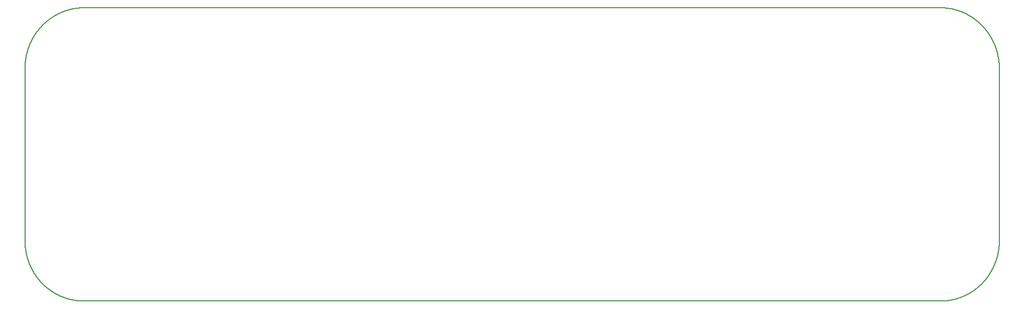
<source format=gm1>
G04 MADE WITH FRITZING*
G04 WWW.FRITZING.ORG*
G04 DOUBLE SIDED*
G04 HOLES PLATED*
G04 CONTOUR ON CENTER OF CONTOUR VECTOR*
%FSLAX26Y26*%
%MOIN*%
%ADD10C,0.005000*%
%ADD10C,0.008*%
%G04CONTOUR*%
%FSLAX26Y26*%
%MOIN*%
D10*
D10*
X364000Y1909450D02*
X365000Y1909450D01*
X366000Y1909450D01*
X367000Y1909450D01*
X368000Y1909450D01*
X369000Y1909450D01*
X370000Y1909450D01*
X371000Y1909450D01*
X372000Y1909450D01*
X373000Y1909450D01*
X374000Y1909450D01*
X375000Y1909450D01*
X376000Y1909450D01*
X377000Y1909450D01*
X378000Y1909450D01*
X379000Y1909450D01*
X380000Y1909450D01*
X381000Y1909450D01*
X382000Y1909450D01*
X383000Y1909450D01*
X384000Y1909450D01*
X385000Y1909450D01*
X386000Y1909450D01*
X387000Y1909450D01*
X388000Y1909450D01*
X389000Y1909450D01*
X390000Y1909450D01*
X391000Y1909450D01*
X392000Y1909450D01*
X393000Y1909450D01*
X394000Y1909450D01*
X395000Y1909450D01*
X396000Y1909450D01*
X397000Y1909450D01*
X398000Y1909450D01*
X399000Y1909450D01*
X400000Y1909450D01*
X401000Y1909450D01*
X402000Y1909450D01*
X403000Y1909450D01*
X404000Y1909450D01*
X405000Y1909450D01*
X406000Y1909450D01*
X407000Y1909450D01*
X408000Y1909450D01*
X409000Y1909450D01*
X410000Y1909450D01*
X411000Y1909450D01*
X412000Y1909450D01*
X413000Y1909450D01*
X414000Y1909450D01*
X415000Y1909450D01*
X416000Y1909450D01*
X417000Y1909450D01*
X418000Y1909450D01*
X419000Y1909450D01*
X420000Y1909450D01*
X421000Y1909450D01*
X422000Y1909450D01*
X423000Y1909450D01*
X424000Y1909450D01*
X425000Y1909450D01*
X426000Y1909450D01*
X427000Y1909450D01*
X428000Y1909450D01*
X429000Y1909450D01*
X430000Y1909450D01*
X431000Y1909450D01*
X432000Y1909450D01*
X433000Y1909450D01*
X434000Y1909450D01*
X435000Y1909450D01*
X436000Y1909450D01*
X437000Y1909450D01*
X438000Y1909450D01*
X439000Y1909450D01*
X440000Y1909450D01*
X441000Y1909450D01*
X442000Y1909450D01*
X443000Y1909450D01*
X444000Y1909450D01*
X445000Y1909450D01*
X446000Y1909450D01*
X447000Y1909450D01*
X448000Y1909450D01*
X449000Y1909450D01*
X450000Y1909450D01*
X451000Y1909450D01*
X452000Y1909450D01*
X453000Y1909450D01*
X454000Y1909450D01*
X455000Y1909450D01*
X456000Y1909450D01*
X457000Y1909450D01*
X458000Y1909450D01*
X459000Y1909450D01*
X460000Y1909450D01*
X461000Y1909450D01*
X462000Y1909450D01*
X463000Y1909450D01*
X464000Y1909450D01*
X465000Y1909450D01*
X466000Y1909450D01*
X467000Y1909450D01*
X468000Y1909450D01*
X469000Y1909450D01*
X470000Y1909450D01*
X471000Y1909450D01*
X472000Y1909450D01*
X473000Y1909450D01*
X474000Y1909450D01*
X475000Y1909450D01*
X476000Y1909450D01*
X477000Y1909450D01*
X478000Y1909450D01*
X479000Y1909450D01*
X480000Y1909450D01*
X481000Y1909450D01*
X482000Y1909450D01*
X483000Y1909450D01*
X484000Y1909450D01*
X485000Y1909450D01*
X486000Y1909450D01*
X487000Y1909450D01*
X488000Y1909450D01*
X489000Y1909450D01*
X490000Y1909450D01*
X491000Y1909450D01*
X492000Y1909450D01*
X493000Y1909450D01*
X494000Y1909450D01*
X495000Y1909450D01*
X496000Y1909450D01*
X497000Y1909450D01*
X498000Y1909450D01*
X499000Y1909450D01*
X500000Y1909450D01*
X501000Y1909450D01*
X502000Y1909450D01*
X503000Y1909450D01*
X504000Y1909450D01*
X505000Y1909450D01*
X506000Y1909450D01*
X507000Y1909450D01*
X508000Y1909450D01*
X509000Y1909450D01*
X510000Y1909450D01*
X511000Y1909450D01*
X512000Y1909450D01*
X513000Y1909450D01*
X514000Y1909450D01*
X515000Y1909450D01*
X516000Y1909450D01*
X517000Y1909450D01*
X518000Y1909450D01*
X519000Y1909450D01*
X520000Y1909450D01*
X521000Y1909450D01*
X522000Y1909450D01*
X523000Y1909450D01*
X524000Y1909450D01*
X525000Y1909450D01*
X526000Y1909450D01*
X527000Y1909450D01*
X528000Y1909450D01*
X529000Y1909450D01*
X530000Y1909450D01*
X531000Y1909450D01*
X532000Y1909450D01*
X533000Y1909450D01*
X534000Y1909450D01*
X535000Y1909450D01*
X536000Y1909450D01*
X537000Y1909450D01*
X538000Y1909450D01*
X539000Y1909450D01*
X540000Y1909450D01*
X541000Y1909450D01*
X542000Y1909450D01*
X543000Y1909450D01*
X544000Y1909450D01*
X545000Y1909450D01*
X546000Y1909450D01*
X547000Y1909450D01*
X548000Y1909450D01*
X549000Y1909450D01*
X550000Y1909450D01*
X551000Y1909450D01*
X552000Y1909450D01*
X553000Y1909450D01*
X554000Y1909450D01*
X555000Y1909450D01*
X556000Y1909450D01*
X557000Y1909450D01*
X558000Y1909450D01*
X559000Y1909450D01*
X560000Y1909450D01*
X561000Y1909450D01*
X562000Y1909450D01*
X563000Y1909450D01*
X564000Y1909450D01*
X565000Y1909450D01*
X566000Y1909450D01*
X567000Y1909450D01*
X568000Y1909450D01*
X569000Y1909450D01*
X570000Y1909450D01*
X571000Y1909450D01*
X572000Y1909450D01*
X573000Y1909450D01*
X574000Y1909450D01*
X575000Y1909450D01*
X576000Y1909450D01*
X577000Y1909450D01*
X578000Y1909450D01*
X579000Y1909450D01*
X580000Y1909450D01*
X581000Y1909450D01*
X582000Y1909450D01*
X583000Y1909450D01*
X584000Y1909450D01*
X585000Y1909450D01*
X586000Y1909450D01*
X587000Y1909450D01*
X588000Y1909450D01*
X589000Y1909450D01*
X590000Y1909450D01*
X591000Y1909450D01*
X592000Y1909450D01*
X593000Y1909450D01*
X594000Y1909450D01*
X595000Y1909450D01*
X596000Y1909450D01*
X597000Y1909450D01*
X598000Y1909450D01*
X599000Y1909450D01*
X600000Y1909450D01*
X601000Y1909450D01*
X602000Y1909450D01*
X603000Y1909450D01*
X604000Y1909450D01*
X605000Y1909450D01*
X606000Y1909450D01*
X607000Y1909450D01*
X608000Y1909450D01*
X609000Y1909450D01*
X610000Y1909450D01*
X611000Y1909450D01*
X612000Y1909450D01*
X613000Y1909450D01*
X614000Y1909450D01*
X615000Y1909450D01*
X616000Y1909450D01*
X617000Y1909450D01*
X618000Y1909450D01*
X619000Y1909450D01*
X620000Y1909450D01*
X621000Y1909450D01*
X622000Y1909450D01*
X623000Y1909450D01*
X624000Y1909450D01*
X625000Y1909450D01*
X626000Y1909450D01*
X627000Y1909450D01*
X628000Y1909450D01*
X629000Y1909450D01*
X630000Y1909450D01*
X631000Y1909450D01*
X632000Y1909450D01*
X633000Y1909450D01*
X634000Y1909450D01*
X635000Y1909450D01*
X636000Y1909450D01*
X637000Y1909450D01*
X638000Y1909450D01*
X639000Y1909450D01*
X640000Y1909450D01*
X641000Y1909450D01*
X642000Y1909450D01*
X643000Y1909450D01*
X644000Y1909450D01*
X645000Y1909450D01*
X646000Y1909450D01*
X647000Y1909450D01*
X648000Y1909450D01*
X649000Y1909450D01*
X650000Y1909450D01*
X651000Y1909450D01*
X652000Y1909450D01*
X653000Y1909450D01*
X654000Y1909450D01*
X655000Y1909450D01*
X656000Y1909450D01*
X657000Y1909450D01*
X658000Y1909450D01*
X659000Y1909450D01*
X660000Y1909450D01*
X661000Y1909450D01*
X662000Y1909450D01*
X663000Y1909450D01*
X664000Y1909450D01*
X665000Y1909450D01*
X666000Y1909450D01*
X667000Y1909450D01*
X668000Y1909450D01*
X669000Y1909450D01*
X670000Y1909450D01*
X671000Y1909450D01*
X672000Y1909450D01*
X673000Y1909450D01*
X674000Y1909450D01*
X675000Y1909450D01*
X676000Y1909450D01*
X677000Y1909450D01*
X678000Y1909450D01*
X679000Y1909450D01*
X680000Y1909450D01*
X681000Y1909450D01*
X682000Y1909450D01*
X683000Y1909450D01*
X684000Y1909450D01*
X685000Y1909450D01*
X686000Y1909450D01*
X687000Y1909450D01*
X688000Y1909450D01*
X689000Y1909450D01*
X690000Y1909450D01*
X691000Y1909450D01*
X692000Y1909450D01*
X693000Y1909450D01*
X694000Y1909450D01*
X695000Y1909450D01*
X696000Y1909450D01*
X697000Y1909450D01*
X698000Y1909450D01*
X699000Y1909450D01*
X700000Y1909450D01*
X701000Y1909450D01*
X702000Y1909450D01*
X703000Y1909450D01*
X704000Y1909450D01*
X705000Y1909450D01*
X706000Y1909450D01*
X707000Y1909450D01*
X708000Y1909450D01*
X709000Y1909450D01*
X710000Y1909450D01*
X711000Y1909450D01*
X712000Y1909450D01*
X713000Y1909450D01*
X714000Y1909450D01*
X715000Y1909450D01*
X716000Y1909450D01*
X717000Y1909450D01*
X718000Y1909450D01*
X719000Y1909450D01*
X720000Y1909450D01*
X721000Y1909450D01*
X722000Y1909450D01*
X723000Y1909450D01*
X724000Y1909450D01*
X725000Y1909450D01*
X726000Y1909450D01*
X727000Y1909450D01*
X728000Y1909450D01*
X729000Y1909450D01*
X730000Y1909450D01*
X731000Y1909450D01*
X732000Y1909450D01*
X733000Y1909450D01*
X734000Y1909450D01*
X735000Y1909450D01*
X736000Y1909450D01*
X737000Y1909450D01*
X738000Y1909450D01*
X739000Y1909450D01*
X740000Y1909450D01*
X741000Y1909450D01*
X742000Y1909450D01*
X743000Y1909450D01*
X744000Y1909450D01*
X745000Y1909450D01*
X746000Y1909450D01*
X747000Y1909450D01*
X748000Y1909450D01*
X749000Y1909450D01*
X750000Y1909450D01*
X751000Y1909450D01*
X752000Y1909450D01*
X753000Y1909450D01*
X754000Y1909450D01*
X755000Y1909450D01*
X756000Y1909450D01*
X757000Y1909450D01*
X758000Y1909450D01*
X759000Y1909450D01*
X760000Y1909450D01*
X761000Y1909450D01*
X762000Y1909450D01*
X763000Y1909450D01*
X764000Y1909450D01*
X765000Y1909450D01*
X766000Y1909450D01*
X767000Y1909450D01*
X768000Y1909450D01*
X769000Y1909450D01*
X770000Y1909450D01*
X771000Y1909450D01*
X772000Y1909450D01*
X773000Y1909450D01*
X774000Y1909450D01*
X775000Y1909450D01*
X776000Y1909450D01*
X777000Y1909450D01*
X778000Y1909450D01*
X779000Y1909450D01*
X780000Y1909450D01*
X781000Y1909450D01*
X782000Y1909450D01*
X783000Y1909450D01*
X784000Y1909450D01*
X785000Y1909450D01*
X786000Y1909450D01*
X787000Y1909450D01*
X788000Y1909450D01*
X789000Y1909450D01*
X790000Y1909450D01*
X791000Y1909450D01*
X792000Y1909450D01*
X793000Y1909450D01*
X794000Y1909450D01*
X795000Y1909450D01*
X796000Y1909450D01*
X797000Y1909450D01*
X798000Y1909450D01*
X799000Y1909450D01*
X800000Y1909450D01*
X801000Y1909450D01*
X802000Y1909450D01*
X803000Y1909450D01*
X804000Y1909450D01*
X805000Y1909450D01*
X806000Y1909450D01*
X807000Y1909450D01*
X808000Y1909450D01*
X809000Y1909450D01*
X810000Y1909450D01*
X811000Y1909450D01*
X812000Y1909450D01*
X813000Y1909450D01*
X814000Y1909450D01*
X815000Y1909450D01*
X816000Y1909450D01*
X817000Y1909450D01*
X818000Y1909450D01*
X819000Y1909450D01*
X820000Y1909450D01*
X821000Y1909450D01*
X822000Y1909450D01*
X823000Y1909450D01*
X824000Y1909450D01*
X825000Y1909450D01*
X826000Y1909450D01*
X827000Y1909450D01*
X828000Y1909450D01*
X829000Y1909450D01*
X830000Y1909450D01*
X831000Y1909450D01*
X832000Y1909450D01*
X833000Y1909450D01*
X834000Y1909450D01*
X835000Y1909450D01*
X836000Y1909450D01*
X837000Y1909450D01*
X838000Y1909450D01*
X839000Y1909450D01*
X840000Y1909450D01*
X841000Y1909450D01*
X842000Y1909450D01*
X843000Y1909450D01*
X844000Y1909450D01*
X845000Y1909450D01*
X846000Y1909450D01*
X847000Y1909450D01*
X848000Y1909450D01*
X849000Y1909450D01*
X850000Y1909450D01*
X851000Y1909450D01*
X852000Y1909450D01*
X853000Y1909450D01*
X854000Y1909450D01*
X855000Y1909450D01*
X856000Y1909450D01*
X857000Y1909450D01*
X858000Y1909450D01*
X859000Y1909450D01*
X860000Y1909450D01*
X861000Y1909450D01*
X862000Y1909450D01*
X863000Y1909450D01*
X864000Y1909450D01*
X865000Y1909450D01*
X866000Y1909450D01*
X867000Y1909450D01*
X868000Y1909450D01*
X869000Y1909450D01*
X870000Y1909450D01*
X871000Y1909450D01*
X872000Y1909450D01*
X873000Y1909450D01*
X874000Y1909450D01*
X875000Y1909450D01*
X876000Y1909450D01*
X877000Y1909450D01*
X878000Y1909450D01*
X879000Y1909450D01*
X880000Y1909450D01*
X881000Y1909450D01*
X882000Y1909450D01*
X883000Y1909450D01*
X884000Y1909450D01*
X885000Y1909450D01*
X886000Y1909450D01*
X887000Y1909450D01*
X888000Y1909450D01*
X889000Y1909450D01*
X890000Y1909450D01*
X891000Y1909450D01*
X892000Y1909450D01*
X893000Y1909450D01*
X894000Y1909450D01*
X895000Y1909450D01*
X896000Y1909450D01*
X897000Y1909450D01*
X898000Y1909450D01*
X899000Y1909450D01*
X900000Y1909450D01*
X901000Y1909450D01*
X902000Y1909450D01*
X903000Y1909450D01*
X904000Y1909450D01*
X905000Y1909450D01*
X906000Y1909450D01*
X907000Y1909450D01*
X908000Y1909450D01*
X909000Y1909450D01*
X910000Y1909450D01*
X911000Y1909450D01*
X912000Y1909450D01*
X913000Y1909450D01*
X914000Y1909450D01*
X915000Y1909450D01*
X916000Y1909450D01*
X917000Y1909450D01*
X918000Y1909450D01*
X919000Y1909450D01*
X920000Y1909450D01*
X921000Y1909450D01*
X922000Y1909450D01*
X923000Y1909450D01*
X924000Y1909450D01*
X925000Y1909450D01*
X926000Y1909450D01*
X927000Y1909450D01*
X928000Y1909450D01*
X929000Y1909450D01*
X930000Y1909450D01*
X931000Y1909450D01*
X932000Y1909450D01*
X933000Y1909450D01*
X934000Y1909450D01*
X935000Y1909450D01*
X936000Y1909450D01*
X937000Y1909450D01*
X938000Y1909450D01*
X939000Y1909450D01*
X940000Y1909450D01*
X941000Y1909450D01*
X942000Y1909450D01*
X943000Y1909450D01*
X944000Y1909450D01*
X945000Y1909450D01*
X946000Y1909450D01*
X947000Y1909450D01*
X948000Y1909450D01*
X949000Y1909450D01*
X950000Y1909450D01*
X951000Y1909450D01*
X952000Y1909450D01*
X953000Y1909450D01*
X954000Y1909450D01*
X955000Y1909450D01*
X956000Y1909450D01*
X957000Y1909450D01*
X958000Y1909450D01*
X959000Y1909450D01*
X960000Y1909450D01*
X961000Y1909450D01*
X962000Y1909450D01*
X963000Y1909450D01*
X964000Y1909450D01*
X965000Y1909450D01*
X966000Y1909450D01*
X967000Y1909450D01*
X968000Y1909450D01*
X969000Y1909450D01*
X970000Y1909450D01*
X971000Y1909450D01*
X972000Y1909450D01*
X973000Y1909450D01*
X974000Y1909450D01*
X975000Y1909450D01*
X976000Y1909450D01*
X977000Y1909450D01*
X978000Y1909450D01*
X979000Y1909450D01*
X980000Y1909450D01*
X981000Y1909450D01*
X982000Y1909450D01*
X983000Y1909450D01*
X984000Y1909450D01*
X985000Y1909450D01*
X986000Y1909450D01*
X987000Y1909450D01*
X988000Y1909450D01*
X989000Y1909450D01*
X990000Y1909450D01*
X991000Y1909450D01*
X992000Y1909450D01*
X993000Y1909450D01*
X994000Y1909450D01*
X995000Y1909450D01*
X996000Y1909450D01*
X997000Y1909450D01*
X998000Y1909450D01*
X999000Y1909450D01*
X1000000Y1909450D01*
X1001000Y1909450D01*
X1002000Y1909450D01*
X1003000Y1909450D01*
X1004000Y1909450D01*
X1005000Y1909450D01*
X1006000Y1909450D01*
X1007000Y1909450D01*
X1008000Y1909450D01*
X1009000Y1909450D01*
X1010000Y1909450D01*
X1011000Y1909450D01*
X1012000Y1909450D01*
X1013000Y1909450D01*
X1014000Y1909450D01*
X1015000Y1909450D01*
X1016000Y1909450D01*
X1017000Y1909450D01*
X1018000Y1909450D01*
X1019000Y1909450D01*
X1020000Y1909450D01*
X1021000Y1909450D01*
X1022000Y1909450D01*
X1023000Y1909450D01*
X1024000Y1909450D01*
X1025000Y1909450D01*
X1026000Y1909450D01*
X1027000Y1909450D01*
X1028000Y1909450D01*
X1029000Y1909450D01*
X1030000Y1909450D01*
X1031000Y1909450D01*
X1032000Y1909450D01*
X1033000Y1909450D01*
X1034000Y1909450D01*
X1035000Y1909450D01*
X1036000Y1909450D01*
X1037000Y1909450D01*
X1038000Y1909450D01*
X1039000Y1909450D01*
X1040000Y1909450D01*
X1041000Y1909450D01*
X1042000Y1909450D01*
X1043000Y1909450D01*
X1044000Y1909450D01*
X1045000Y1909450D01*
X1046000Y1909450D01*
X1047000Y1909450D01*
X1048000Y1909450D01*
X1049000Y1909450D01*
X1050000Y1909450D01*
X1051000Y1909450D01*
X1052000Y1909450D01*
X1053000Y1909450D01*
X1054000Y1909450D01*
X1055000Y1909450D01*
X1056000Y1909450D01*
X1057000Y1909450D01*
X1058000Y1909450D01*
X1059000Y1909450D01*
X1060000Y1909450D01*
X1061000Y1909450D01*
X1062000Y1909450D01*
X1063000Y1909450D01*
X1064000Y1909450D01*
X1065000Y1909450D01*
X1066000Y1909450D01*
X1067000Y1909450D01*
X1068000Y1909450D01*
X1069000Y1909450D01*
X1070000Y1909450D01*
X1071000Y1909450D01*
X1072000Y1909450D01*
X1073000Y1909450D01*
X1074000Y1909450D01*
X1075000Y1909450D01*
X1076000Y1909450D01*
X1077000Y1909450D01*
X1078000Y1909450D01*
X1079000Y1909450D01*
X1080000Y1909450D01*
X1081000Y1909450D01*
X1082000Y1909450D01*
X1083000Y1909450D01*
X1084000Y1909450D01*
X1085000Y1909450D01*
X1086000Y1909450D01*
X1087000Y1909450D01*
X1088000Y1909450D01*
X1089000Y1909450D01*
X1090000Y1909450D01*
X1091000Y1909450D01*
X1092000Y1909450D01*
X1093000Y1909450D01*
X1094000Y1909450D01*
X1095000Y1909450D01*
X1096000Y1909450D01*
X1097000Y1909450D01*
X1098000Y1909450D01*
X1099000Y1909450D01*
X1100000Y1909450D01*
X1101000Y1909450D01*
X1102000Y1909450D01*
X1103000Y1909450D01*
X1104000Y1909450D01*
X1105000Y1909450D01*
X1106000Y1909450D01*
X1107000Y1909450D01*
X1108000Y1909450D01*
X1109000Y1909450D01*
X1110000Y1909450D01*
X1111000Y1909450D01*
X1112000Y1909450D01*
X1113000Y1909450D01*
X1114000Y1909450D01*
X1115000Y1909450D01*
X1116000Y1909450D01*
X1117000Y1909450D01*
X1118000Y1909450D01*
X1119000Y1909450D01*
X1120000Y1909450D01*
X1121000Y1909450D01*
X1122000Y1909450D01*
X1123000Y1909450D01*
X1124000Y1909450D01*
X1125000Y1909450D01*
X1126000Y1909450D01*
X1127000Y1909450D01*
X1128000Y1909450D01*
X1129000Y1909450D01*
X1130000Y1909450D01*
X1131000Y1909450D01*
X1132000Y1909450D01*
X1133000Y1909450D01*
X1134000Y1909450D01*
X1135000Y1909450D01*
X1136000Y1909450D01*
X1137000Y1909450D01*
X1138000Y1909450D01*
X1139000Y1909450D01*
X1140000Y1909450D01*
X1141000Y1909450D01*
X1142000Y1909450D01*
X1143000Y1909450D01*
X1144000Y1909450D01*
X1145000Y1909450D01*
X1146000Y1909450D01*
X1147000Y1909450D01*
X1148000Y1909450D01*
X1149000Y1909450D01*
X1150000Y1909450D01*
X1151000Y1909450D01*
X1152000Y1909450D01*
X1153000Y1909450D01*
X1154000Y1909450D01*
X1155000Y1909450D01*
X1156000Y1909450D01*
X1157000Y1909450D01*
X1158000Y1909450D01*
X1159000Y1909450D01*
X1160000Y1909450D01*
X1161000Y1909450D01*
X1162000Y1909450D01*
X1163000Y1909450D01*
X1164000Y1909450D01*
X1165000Y1909450D01*
X1166000Y1909450D01*
X1167000Y1909450D01*
X1168000Y1909450D01*
X1169000Y1909450D01*
X1170000Y1909450D01*
X1171000Y1909450D01*
X1172000Y1909450D01*
X1173000Y1909450D01*
X1174000Y1909450D01*
X1175000Y1909450D01*
X1176000Y1909450D01*
X1177000Y1909450D01*
X1178000Y1909450D01*
X1179000Y1909450D01*
X1180000Y1909450D01*
X1181000Y1909450D01*
X1182000Y1909450D01*
X1183000Y1909450D01*
X1184000Y1909450D01*
X1185000Y1909450D01*
X1186000Y1909450D01*
X1187000Y1909450D01*
X1188000Y1909450D01*
X1189000Y1909450D01*
X1190000Y1909450D01*
X1191000Y1909450D01*
X1192000Y1909450D01*
X1193000Y1909450D01*
X1194000Y1909450D01*
X1195000Y1909450D01*
X1196000Y1909450D01*
X1197000Y1909450D01*
X1198000Y1909450D01*
X1199000Y1909450D01*
X1200000Y1909450D01*
X1201000Y1909450D01*
X1202000Y1909450D01*
X1203000Y1909450D01*
X1204000Y1909450D01*
X1205000Y1909450D01*
X1206000Y1909450D01*
X1207000Y1909450D01*
X1208000Y1909450D01*
X1209000Y1909450D01*
X1210000Y1909450D01*
X1211000Y1909450D01*
X1212000Y1909450D01*
X1213000Y1909450D01*
X1214000Y1909450D01*
X1215000Y1909450D01*
X1216000Y1909450D01*
X1217000Y1909450D01*
X1218000Y1909450D01*
X1219000Y1909450D01*
X1220000Y1909450D01*
X1221000Y1909450D01*
X1222000Y1909450D01*
X1223000Y1909450D01*
X1224000Y1909450D01*
X1225000Y1909450D01*
X1226000Y1909450D01*
X1227000Y1909450D01*
X1228000Y1909450D01*
X1229000Y1909450D01*
X1230000Y1909450D01*
X1231000Y1909450D01*
X1232000Y1909450D01*
X1233000Y1909450D01*
X1234000Y1909450D01*
X1235000Y1909450D01*
X1236000Y1909450D01*
X1237000Y1909450D01*
X1238000Y1909450D01*
X1239000Y1909450D01*
X1240000Y1909450D01*
X1241000Y1909450D01*
X1242000Y1909450D01*
X1243000Y1909450D01*
X1244000Y1909450D01*
X1245000Y1909450D01*
X1246000Y1909450D01*
X1247000Y1909450D01*
X1248000Y1909450D01*
X1249000Y1909450D01*
X1250000Y1909450D01*
X1251000Y1909450D01*
X1252000Y1909450D01*
X1253000Y1909450D01*
X1254000Y1909450D01*
X1255000Y1909450D01*
X1256000Y1909450D01*
X1257000Y1909450D01*
X1258000Y1909450D01*
X1259000Y1909450D01*
X1260000Y1909450D01*
X1261000Y1909450D01*
X1262000Y1909450D01*
X1263000Y1909450D01*
X1264000Y1909450D01*
X1265000Y1909450D01*
X1266000Y1909450D01*
X1267000Y1909450D01*
X1268000Y1909450D01*
X1269000Y1909450D01*
X1270000Y1909450D01*
X1271000Y1909450D01*
X1272000Y1909450D01*
X1273000Y1909450D01*
X1274000Y1909450D01*
X1275000Y1909450D01*
X1276000Y1909450D01*
X1277000Y1909450D01*
X1278000Y1909450D01*
X1279000Y1909450D01*
X1280000Y1909450D01*
X1281000Y1909450D01*
X1282000Y1909450D01*
X1283000Y1909450D01*
X1284000Y1909450D01*
X1285000Y1909450D01*
X1286000Y1909450D01*
X1287000Y1909450D01*
X1288000Y1909450D01*
X1289000Y1909450D01*
X1290000Y1909450D01*
X1291000Y1909450D01*
X1292000Y1909450D01*
X1293000Y1909450D01*
X1294000Y1909450D01*
X1295000Y1909450D01*
X1296000Y1909450D01*
X1297000Y1909450D01*
X1298000Y1909450D01*
X1299000Y1909450D01*
X1300000Y1909450D01*
X1301000Y1909450D01*
X1302000Y1909450D01*
X1303000Y1909450D01*
X1304000Y1909450D01*
X1305000Y1909450D01*
X1306000Y1909450D01*
X1307000Y1909450D01*
X1308000Y1909450D01*
X1309000Y1909450D01*
X1310000Y1909450D01*
X1311000Y1909450D01*
X1312000Y1909450D01*
X1313000Y1909450D01*
X1314000Y1909450D01*
X1315000Y1909450D01*
X1316000Y1909450D01*
X1317000Y1909450D01*
X1318000Y1909450D01*
X1319000Y1909450D01*
X1320000Y1909450D01*
X1321000Y1909450D01*
X1322000Y1909450D01*
X1323000Y1909450D01*
X1324000Y1909450D01*
X1325000Y1909450D01*
X1326000Y1909450D01*
X1327000Y1909450D01*
X1328000Y1909450D01*
X1329000Y1909450D01*
X1330000Y1909450D01*
X1331000Y1909450D01*
X1332000Y1909450D01*
X1333000Y1909450D01*
X1334000Y1909450D01*
X1335000Y1909450D01*
X1336000Y1909450D01*
X1337000Y1909450D01*
X1338000Y1909450D01*
X1339000Y1909450D01*
X1340000Y1909450D01*
X1341000Y1909450D01*
X1342000Y1909450D01*
X1343000Y1909450D01*
X1344000Y1909450D01*
X1345000Y1909450D01*
X1346000Y1909450D01*
X1347000Y1909450D01*
X1348000Y1909450D01*
X1349000Y1909450D01*
X1350000Y1909450D01*
X1351000Y1909450D01*
X1352000Y1909450D01*
X1353000Y1909450D01*
X1354000Y1909450D01*
X1355000Y1909450D01*
X1356000Y1909450D01*
X1357000Y1909450D01*
X1358000Y1909450D01*
X1359000Y1909450D01*
X1360000Y1909450D01*
X1361000Y1909450D01*
X1362000Y1909450D01*
X1363000Y1909450D01*
X1364000Y1909450D01*
X1365000Y1909450D01*
X1366000Y1909450D01*
X1367000Y1909450D01*
X1368000Y1909450D01*
X1369000Y1909450D01*
X1370000Y1909450D01*
X1371000Y1909450D01*
X1372000Y1909450D01*
X1373000Y1909450D01*
X1374000Y1909450D01*
X1375000Y1909450D01*
X1376000Y1909450D01*
X1377000Y1909450D01*
X1378000Y1909450D01*
X1379000Y1909450D01*
X1380000Y1909450D01*
X1381000Y1909450D01*
X1382000Y1909450D01*
X1383000Y1909450D01*
X1384000Y1909450D01*
X1385000Y1909450D01*
X1386000Y1909450D01*
X1387000Y1909450D01*
X1388000Y1909450D01*
X1389000Y1909450D01*
X1390000Y1909450D01*
X1391000Y1909450D01*
X1392000Y1909450D01*
X1393000Y1909450D01*
X1394000Y1909450D01*
X1395000Y1909450D01*
X1396000Y1909450D01*
X1397000Y1909450D01*
X1398000Y1909450D01*
X1399000Y1909450D01*
X1400000Y1909450D01*
X1401000Y1909450D01*
X1402000Y1909450D01*
X1403000Y1909450D01*
X1404000Y1909450D01*
X1405000Y1909450D01*
X1406000Y1909450D01*
X1407000Y1909450D01*
X1408000Y1909450D01*
X1409000Y1909450D01*
X1410000Y1909450D01*
X1411000Y1909450D01*
X1412000Y1909450D01*
X1413000Y1909450D01*
X1414000Y1909450D01*
X1415000Y1909450D01*
X1416000Y1909450D01*
X1417000Y1909450D01*
X1418000Y1909450D01*
X1419000Y1909450D01*
X1420000Y1909450D01*
X1421000Y1909450D01*
X1422000Y1909450D01*
X1423000Y1909450D01*
X1424000Y1909450D01*
X1425000Y1909450D01*
X1426000Y1909450D01*
X1427000Y1909450D01*
X1428000Y1909450D01*
X1429000Y1909450D01*
X1430000Y1909450D01*
X1431000Y1909450D01*
X1432000Y1909450D01*
X1433000Y1909450D01*
X1434000Y1909450D01*
X1435000Y1909450D01*
X1436000Y1909450D01*
X1437000Y1909450D01*
X1438000Y1909450D01*
X1439000Y1909450D01*
X1440000Y1909450D01*
X1441000Y1909450D01*
X1442000Y1909450D01*
X1443000Y1909450D01*
X1444000Y1909450D01*
X1445000Y1909450D01*
X1446000Y1909450D01*
X1447000Y1909450D01*
X1448000Y1909450D01*
X1449000Y1909450D01*
X1450000Y1909450D01*
X1451000Y1909450D01*
X1452000Y1909450D01*
X1453000Y1909450D01*
X1454000Y1909450D01*
X1455000Y1909450D01*
X1456000Y1909450D01*
X1457000Y1909450D01*
X1458000Y1909450D01*
X1459000Y1909450D01*
X1460000Y1909450D01*
X1461000Y1909450D01*
X1462000Y1909450D01*
X1463000Y1909450D01*
X1464000Y1909450D01*
X1465000Y1909450D01*
X1466000Y1909450D01*
X1467000Y1909450D01*
X1468000Y1909450D01*
X1469000Y1909450D01*
X1470000Y1909450D01*
X1471000Y1909450D01*
X1472000Y1909450D01*
X1473000Y1909450D01*
X1474000Y1909450D01*
X1475000Y1909450D01*
X1476000Y1909450D01*
X1477000Y1909450D01*
X1478000Y1909450D01*
X1479000Y1909450D01*
X1480000Y1909450D01*
X1481000Y1909450D01*
X1482000Y1909450D01*
X1483000Y1909450D01*
X1484000Y1909450D01*
X1485000Y1909450D01*
X1486000Y1909450D01*
X1487000Y1909450D01*
X1488000Y1909450D01*
X1489000Y1909450D01*
X1490000Y1909450D01*
X1491000Y1909450D01*
X1492000Y1909450D01*
X1493000Y1909450D01*
X1494000Y1909450D01*
X1495000Y1909450D01*
X1496000Y1909450D01*
X1497000Y1909450D01*
X1498000Y1909450D01*
X1499000Y1909450D01*
X1500000Y1909450D01*
X1501000Y1909450D01*
X1502000Y1909450D01*
X1503000Y1909450D01*
X1504000Y1909450D01*
X1505000Y1909450D01*
X1506000Y1909450D01*
X1507000Y1909450D01*
X1508000Y1909450D01*
X1509000Y1909450D01*
X1510000Y1909450D01*
X1511000Y1909450D01*
X1512000Y1909450D01*
X1513000Y1909450D01*
X1514000Y1909450D01*
X1515000Y1909450D01*
X1516000Y1909450D01*
X1517000Y1909450D01*
X1518000Y1909450D01*
X1519000Y1909450D01*
X1520000Y1909450D01*
X1521000Y1909450D01*
X1522000Y1909450D01*
X1523000Y1909450D01*
X1524000Y1909450D01*
X1525000Y1909450D01*
X1526000Y1909450D01*
X1527000Y1909450D01*
X1528000Y1909450D01*
X1529000Y1909450D01*
X1530000Y1909450D01*
X1531000Y1909450D01*
X1532000Y1909450D01*
X1533000Y1909450D01*
X1534000Y1909450D01*
X1535000Y1909450D01*
X1536000Y1909450D01*
X1537000Y1909450D01*
X1538000Y1909450D01*
X1539000Y1909450D01*
X1540000Y1909450D01*
X1541000Y1909450D01*
X1542000Y1909450D01*
X1543000Y1909450D01*
X1544000Y1909450D01*
X1545000Y1909450D01*
X1546000Y1909450D01*
X1547000Y1909450D01*
X1548000Y1909450D01*
X1549000Y1909450D01*
X1550000Y1909450D01*
X1551000Y1909450D01*
X1552000Y1909450D01*
X1553000Y1909450D01*
X1554000Y1909450D01*
X1555000Y1909450D01*
X1556000Y1909450D01*
X1557000Y1909450D01*
X1558000Y1909450D01*
X1559000Y1909450D01*
X1560000Y1909450D01*
X1561000Y1909450D01*
X1562000Y1909450D01*
X1563000Y1909450D01*
X1564000Y1909450D01*
X1565000Y1909450D01*
X1566000Y1909450D01*
X1567000Y1909450D01*
X1568000Y1909450D01*
X1569000Y1909450D01*
X1570000Y1909450D01*
X1571000Y1909450D01*
X1572000Y1909450D01*
X1573000Y1909450D01*
X1574000Y1909450D01*
X1575000Y1909450D01*
X1576000Y1909450D01*
X1577000Y1909450D01*
X1578000Y1909450D01*
X1579000Y1909450D01*
X1580000Y1909450D01*
X1581000Y1909450D01*
X1582000Y1909450D01*
X1583000Y1909450D01*
X1584000Y1909450D01*
X1585000Y1909450D01*
X1586000Y1909450D01*
X1587000Y1909450D01*
X1588000Y1909450D01*
X1589000Y1909450D01*
X1590000Y1909450D01*
X1591000Y1909450D01*
X1592000Y1909450D01*
X1593000Y1909450D01*
X1594000Y1909450D01*
X1595000Y1909450D01*
X1596000Y1909450D01*
X1597000Y1909450D01*
X1598000Y1909450D01*
X1599000Y1909450D01*
X1600000Y1909450D01*
X1601000Y1909450D01*
X1602000Y1909450D01*
X1603000Y1909450D01*
X1604000Y1909450D01*
X1605000Y1909450D01*
X1606000Y1909450D01*
X1607000Y1909450D01*
X1608000Y1909450D01*
X1609000Y1909450D01*
X1610000Y1909450D01*
X1611000Y1909450D01*
X1612000Y1909450D01*
X1613000Y1909450D01*
X1614000Y1909450D01*
X1615000Y1909450D01*
X1616000Y1909450D01*
X1617000Y1909450D01*
X1618000Y1909450D01*
X1619000Y1909450D01*
X1620000Y1909450D01*
X1621000Y1909450D01*
X1622000Y1909450D01*
X1623000Y1909450D01*
X1624000Y1909450D01*
X1625000Y1909450D01*
X1626000Y1909450D01*
X1627000Y1909450D01*
X1628000Y1909450D01*
X1629000Y1909450D01*
X1630000Y1909450D01*
X1631000Y1909450D01*
X1632000Y1909450D01*
X1633000Y1909450D01*
X1634000Y1909450D01*
X1635000Y1909450D01*
X1636000Y1909450D01*
X1637000Y1909450D01*
X1638000Y1909450D01*
X1639000Y1909450D01*
X1640000Y1909450D01*
X1641000Y1909450D01*
X1642000Y1909450D01*
X1643000Y1909450D01*
X1644000Y1909450D01*
X1645000Y1909450D01*
X1646000Y1909450D01*
X1647000Y1909450D01*
X1648000Y1909450D01*
X1649000Y1909450D01*
X1650000Y1909450D01*
X1651000Y1909450D01*
X1652000Y1909450D01*
X1653000Y1909450D01*
X1654000Y1909450D01*
X1655000Y1909450D01*
X1656000Y1909450D01*
X1657000Y1909450D01*
X1658000Y1909450D01*
X1659000Y1909450D01*
X1660000Y1909450D01*
X1661000Y1909450D01*
X1662000Y1909450D01*
X1663000Y1909450D01*
X1664000Y1909450D01*
X1665000Y1909450D01*
X1666000Y1909450D01*
X1667000Y1909450D01*
X1668000Y1909450D01*
X1669000Y1909450D01*
X1670000Y1909450D01*
X1671000Y1909450D01*
X1672000Y1909450D01*
X1673000Y1909450D01*
X1674000Y1909450D01*
X1675000Y1909450D01*
X1676000Y1909450D01*
X1677000Y1909450D01*
X1678000Y1909450D01*
X1679000Y1909450D01*
X1680000Y1909450D01*
X1681000Y1909450D01*
X1682000Y1909450D01*
X1683000Y1909450D01*
X1684000Y1909450D01*
X1685000Y1909450D01*
X1686000Y1909450D01*
X1687000Y1909450D01*
X1688000Y1909450D01*
X1689000Y1909450D01*
X1690000Y1909450D01*
X1691000Y1909450D01*
X1692000Y1909450D01*
X1693000Y1909450D01*
X1694000Y1909450D01*
X1695000Y1909450D01*
X1696000Y1909450D01*
X1697000Y1909450D01*
X1698000Y1909450D01*
X1699000Y1909450D01*
X1700000Y1909450D01*
X1701000Y1909450D01*
X1702000Y1909450D01*
X1703000Y1909450D01*
X1704000Y1909450D01*
X1705000Y1909450D01*
X1706000Y1909450D01*
X1707000Y1909450D01*
X1708000Y1909450D01*
X1709000Y1909450D01*
X1710000Y1909450D01*
X1711000Y1909450D01*
X1712000Y1909450D01*
X1713000Y1909450D01*
X1714000Y1909450D01*
X1715000Y1909450D01*
X1716000Y1909450D01*
X1717000Y1909450D01*
X1718000Y1909450D01*
X1719000Y1909450D01*
X1720000Y1909450D01*
X1721000Y1909450D01*
X1722000Y1909450D01*
X1723000Y1909450D01*
X1724000Y1909450D01*
X1725000Y1909450D01*
X1726000Y1909450D01*
X1727000Y1909450D01*
X1728000Y1909450D01*
X1729000Y1909450D01*
X1730000Y1909450D01*
X1731000Y1909450D01*
X1732000Y1909450D01*
X1733000Y1909450D01*
X1734000Y1909450D01*
X1735000Y1909450D01*
X1736000Y1909450D01*
X1737000Y1909450D01*
X1738000Y1909450D01*
X1739000Y1909450D01*
X1740000Y1909450D01*
X1741000Y1909450D01*
X1742000Y1909450D01*
X1743000Y1909450D01*
X1744000Y1909450D01*
X1745000Y1909450D01*
X1746000Y1909450D01*
X1747000Y1909450D01*
X1748000Y1909450D01*
X1749000Y1909450D01*
X1750000Y1909450D01*
X1751000Y1909450D01*
X1752000Y1909450D01*
X1753000Y1909450D01*
X1754000Y1909450D01*
X1755000Y1909450D01*
X1756000Y1909450D01*
X1757000Y1909450D01*
X1758000Y1909450D01*
X1759000Y1909450D01*
X1760000Y1909450D01*
X1761000Y1909450D01*
X1762000Y1909450D01*
X1763000Y1909450D01*
X1764000Y1909450D01*
X1765000Y1909450D01*
X1766000Y1909450D01*
X1767000Y1909450D01*
X1768000Y1909450D01*
X1769000Y1909450D01*
X1770000Y1909450D01*
X1771000Y1909450D01*
X1772000Y1909450D01*
X1773000Y1909450D01*
X1774000Y1909450D01*
X1775000Y1909450D01*
X1776000Y1909450D01*
X1777000Y1909450D01*
X1778000Y1909450D01*
X1779000Y1909450D01*
X1780000Y1909450D01*
X1781000Y1909450D01*
X1782000Y1909450D01*
X1783000Y1909450D01*
X1784000Y1909450D01*
X1785000Y1909450D01*
X1786000Y1909450D01*
X1787000Y1909450D01*
X1788000Y1909450D01*
X1789000Y1909450D01*
X1790000Y1909450D01*
X1791000Y1909450D01*
X1792000Y1909450D01*
X1793000Y1909450D01*
X1794000Y1909450D01*
X1795000Y1909450D01*
X1796000Y1909450D01*
X1797000Y1909450D01*
X1798000Y1909450D01*
X1799000Y1909450D01*
X1800000Y1909450D01*
X1801000Y1909450D01*
X1802000Y1909450D01*
X1803000Y1909450D01*
X1804000Y1909450D01*
X1805000Y1909450D01*
X1806000Y1909450D01*
X1807000Y1909450D01*
X1808000Y1909450D01*
X1809000Y1909450D01*
X1810000Y1909450D01*
X1811000Y1909450D01*
X1812000Y1909450D01*
X1813000Y1909450D01*
X1814000Y1909450D01*
X1815000Y1909450D01*
X1816000Y1909450D01*
X1817000Y1909450D01*
X1818000Y1909450D01*
X1819000Y1909450D01*
X1820000Y1909450D01*
X1821000Y1909450D01*
X1822000Y1909450D01*
X1823000Y1909450D01*
X1824000Y1909450D01*
X1825000Y1909450D01*
X1826000Y1909450D01*
X1827000Y1909450D01*
X1828000Y1909450D01*
X1829000Y1909450D01*
X1830000Y1909450D01*
X1831000Y1909450D01*
X1832000Y1909450D01*
X1833000Y1909450D01*
X1834000Y1909450D01*
X1835000Y1909450D01*
X1836000Y1909450D01*
X1837000Y1909450D01*
X1838000Y1909450D01*
X1839000Y1909450D01*
X1840000Y1909450D01*
X1841000Y1909450D01*
X1842000Y1909450D01*
X1843000Y1909450D01*
X1844000Y1909450D01*
X1845000Y1909450D01*
X1846000Y1909450D01*
X1847000Y1909450D01*
X1848000Y1909450D01*
X1849000Y1909450D01*
X1850000Y1909450D01*
X1851000Y1909450D01*
X1852000Y1909450D01*
X1853000Y1909450D01*
X1854000Y1909450D01*
X1855000Y1909450D01*
X1856000Y1909450D01*
X1857000Y1909450D01*
X1858000Y1909450D01*
X1859000Y1909450D01*
X1860000Y1909450D01*
X1861000Y1909450D01*
X1862000Y1909450D01*
X1863000Y1909450D01*
X1864000Y1909450D01*
X1865000Y1909450D01*
X1866000Y1909450D01*
X1867000Y1909450D01*
X1868000Y1909450D01*
X1869000Y1909450D01*
X1870000Y1909450D01*
X1871000Y1909450D01*
X1872000Y1909450D01*
X1873000Y1909450D01*
X1874000Y1909450D01*
X1875000Y1909450D01*
X1876000Y1909450D01*
X1877000Y1909450D01*
X1878000Y1909450D01*
X1879000Y1909450D01*
X1880000Y1909450D01*
X1881000Y1909450D01*
X1882000Y1909450D01*
X1883000Y1909450D01*
X1884000Y1909450D01*
X1885000Y1909450D01*
X1886000Y1909450D01*
X1887000Y1909450D01*
X1888000Y1909450D01*
X1889000Y1909450D01*
X1890000Y1909450D01*
X1891000Y1909450D01*
X1892000Y1909450D01*
X1893000Y1909450D01*
X1894000Y1909450D01*
X1895000Y1909450D01*
X1896000Y1909450D01*
X1897000Y1909450D01*
X1898000Y1909450D01*
X1899000Y1909450D01*
X1900000Y1909450D01*
X1901000Y1909450D01*
X1902000Y1909450D01*
X1903000Y1909450D01*
X1904000Y1909450D01*
X1905000Y1909450D01*
X1906000Y1909450D01*
X1907000Y1909450D01*
X1908000Y1909450D01*
X1909000Y1909450D01*
X1910000Y1909450D01*
X1911000Y1909450D01*
X1912000Y1909450D01*
X1913000Y1909450D01*
X1914000Y1909450D01*
X1915000Y1909450D01*
X1916000Y1909450D01*
X1917000Y1909450D01*
X1918000Y1909450D01*
X1919000Y1909450D01*
X1920000Y1909450D01*
X1921000Y1909450D01*
X1922000Y1909450D01*
X1923000Y1909450D01*
X1924000Y1909450D01*
X1925000Y1909450D01*
X1926000Y1909450D01*
X1927000Y1909450D01*
X1928000Y1909450D01*
X1929000Y1909450D01*
X1930000Y1909450D01*
X1931000Y1909450D01*
X1932000Y1909450D01*
X1933000Y1909450D01*
X1934000Y1909450D01*
X1935000Y1909450D01*
X1936000Y1909450D01*
X1937000Y1909450D01*
X1938000Y1909450D01*
X1939000Y1909450D01*
X1940000Y1909450D01*
X1941000Y1909450D01*
X1942000Y1909450D01*
X1943000Y1909450D01*
X1944000Y1909450D01*
X1945000Y1909450D01*
X1946000Y1909450D01*
X1947000Y1909450D01*
X1948000Y1909450D01*
X1949000Y1909450D01*
X1950000Y1909450D01*
X1951000Y1909450D01*
X1952000Y1909450D01*
X1953000Y1909450D01*
X1954000Y1909450D01*
X1955000Y1909450D01*
X1956000Y1909450D01*
X1957000Y1909450D01*
X1958000Y1909450D01*
X1959000Y1909450D01*
X1960000Y1909450D01*
X1961000Y1909450D01*
X1962000Y1909450D01*
X1963000Y1909450D01*
X1964000Y1909450D01*
X1965000Y1909450D01*
X1966000Y1909450D01*
X1967000Y1909450D01*
X1968000Y1909450D01*
X1969000Y1909450D01*
X1970000Y1909450D01*
X1971000Y1909450D01*
X1972000Y1909450D01*
X1973000Y1909450D01*
X1974000Y1909450D01*
X1975000Y1909450D01*
X1976000Y1909450D01*
X1977000Y1909450D01*
X1978000Y1909450D01*
X1979000Y1909450D01*
X1980000Y1909450D01*
X1981000Y1909450D01*
X1982000Y1909450D01*
X1983000Y1909450D01*
X1984000Y1909450D01*
X1985000Y1909450D01*
X1986000Y1909450D01*
X1987000Y1909450D01*
X1988000Y1909450D01*
X1989000Y1909450D01*
X1990000Y1909450D01*
X1991000Y1909450D01*
X1992000Y1909450D01*
X1993000Y1909450D01*
X1994000Y1909450D01*
X1995000Y1909450D01*
X1996000Y1909450D01*
X1997000Y1909450D01*
X1998000Y1909450D01*
X1999000Y1909450D01*
X2000000Y1909450D01*
X2001000Y1909450D01*
X2002000Y1909450D01*
X2003000Y1909450D01*
X2004000Y1909450D01*
X2005000Y1909450D01*
X2006000Y1909450D01*
X2007000Y1909450D01*
X2008000Y1909450D01*
X2009000Y1909450D01*
X2010000Y1909450D01*
X2011000Y1909450D01*
X2012000Y1909450D01*
X2013000Y1909450D01*
X2014000Y1909450D01*
X2015000Y1909450D01*
X2016000Y1909450D01*
X2017000Y1909450D01*
X2018000Y1909450D01*
X2019000Y1909450D01*
X2020000Y1909450D01*
X2021000Y1909450D01*
X2022000Y1909450D01*
X2023000Y1909450D01*
X2024000Y1909450D01*
X2025000Y1909450D01*
X2026000Y1909450D01*
X2027000Y1909450D01*
X2028000Y1909450D01*
X2029000Y1909450D01*
X2030000Y1909450D01*
X2031000Y1909450D01*
X2032000Y1909450D01*
X2033000Y1909450D01*
X2034000Y1909450D01*
X2035000Y1909450D01*
X2036000Y1909450D01*
X2037000Y1909450D01*
X2038000Y1909450D01*
X2039000Y1909450D01*
X2040000Y1909450D01*
X2041000Y1909450D01*
X2042000Y1909450D01*
X2043000Y1909450D01*
X2044000Y1909450D01*
X2045000Y1909450D01*
X2046000Y1909450D01*
X2047000Y1909450D01*
X2048000Y1909450D01*
X2049000Y1909450D01*
X2050000Y1909450D01*
X2051000Y1909450D01*
X2052000Y1909450D01*
X2053000Y1909450D01*
X2054000Y1909450D01*
X2055000Y1909450D01*
X2056000Y1909450D01*
X2057000Y1909450D01*
X2058000Y1909450D01*
X2059000Y1909450D01*
X2060000Y1909450D01*
X2061000Y1909450D01*
X2062000Y1909450D01*
X2063000Y1909450D01*
X2064000Y1909450D01*
X2065000Y1909450D01*
X2066000Y1909450D01*
X2067000Y1909450D01*
X2068000Y1909450D01*
X2069000Y1909450D01*
X2070000Y1909450D01*
X2071000Y1909450D01*
X2072000Y1909450D01*
X2073000Y1909450D01*
X2074000Y1909450D01*
X2075000Y1909450D01*
X2076000Y1909450D01*
X2077000Y1909450D01*
X2078000Y1909450D01*
X2079000Y1909450D01*
X2080000Y1909450D01*
X2081000Y1909450D01*
X2082000Y1909450D01*
X2083000Y1909450D01*
X2084000Y1909450D01*
X2085000Y1909450D01*
X2086000Y1909450D01*
X2087000Y1909450D01*
X2088000Y1909450D01*
X2089000Y1909450D01*
X2090000Y1909450D01*
X2091000Y1909450D01*
X2092000Y1909450D01*
X2093000Y1909450D01*
X2094000Y1909450D01*
X2095000Y1909450D01*
X2096000Y1909450D01*
X2097000Y1909450D01*
X2098000Y1909450D01*
X2099000Y1909450D01*
X2100000Y1909450D01*
X2101000Y1909450D01*
X2102000Y1909450D01*
X2103000Y1909450D01*
X2104000Y1909450D01*
X2105000Y1909450D01*
X2106000Y1909450D01*
X2107000Y1909450D01*
X2108000Y1909450D01*
X2109000Y1909450D01*
X2110000Y1909450D01*
X2111000Y1909450D01*
X2112000Y1909450D01*
X2113000Y1909450D01*
X2114000Y1909450D01*
X2115000Y1909450D01*
X2116000Y1909450D01*
X2117000Y1909450D01*
X2118000Y1909450D01*
X2119000Y1909450D01*
X2120000Y1909450D01*
X2121000Y1909450D01*
X2122000Y1909450D01*
X2123000Y1909450D01*
X2124000Y1909450D01*
X2125000Y1909450D01*
X2126000Y1909450D01*
X2127000Y1909450D01*
X2128000Y1909450D01*
X2129000Y1909450D01*
X2130000Y1909450D01*
X2131000Y1909450D01*
X2132000Y1909450D01*
X2133000Y1909450D01*
X2134000Y1909450D01*
X2135000Y1909450D01*
X2136000Y1909450D01*
X2137000Y1909450D01*
X2138000Y1909450D01*
X2139000Y1909450D01*
X2140000Y1909450D01*
X2141000Y1909450D01*
X2142000Y1909450D01*
X2143000Y1909450D01*
X2144000Y1909450D01*
X2145000Y1909450D01*
X2146000Y1909450D01*
X2147000Y1909450D01*
X2148000Y1909450D01*
X2149000Y1909450D01*
X2150000Y1909450D01*
X2151000Y1909450D01*
X2152000Y1909450D01*
X2153000Y1909450D01*
X2154000Y1909450D01*
X2155000Y1909450D01*
X2156000Y1909450D01*
X2157000Y1909450D01*
X2158000Y1909450D01*
X2159000Y1909450D01*
X2160000Y1909450D01*
X2161000Y1909450D01*
X2162000Y1909450D01*
X2163000Y1909450D01*
X2164000Y1909450D01*
X2165000Y1909450D01*
X2166000Y1909450D01*
X2167000Y1909450D01*
X2168000Y1909450D01*
X2169000Y1909450D01*
X2170000Y1909450D01*
X2171000Y1909450D01*
X2172000Y1909450D01*
X2173000Y1909450D01*
X2174000Y1909450D01*
X2175000Y1909450D01*
X2176000Y1909450D01*
X2177000Y1909450D01*
X2178000Y1909450D01*
X2179000Y1909450D01*
X2180000Y1909450D01*
X2181000Y1909450D01*
X2182000Y1909450D01*
X2183000Y1909450D01*
X2184000Y1909450D01*
X2185000Y1909450D01*
X2186000Y1909450D01*
X2187000Y1909450D01*
X2188000Y1909450D01*
X2189000Y1909450D01*
X2190000Y1909450D01*
X2191000Y1909450D01*
X2192000Y1909450D01*
X2193000Y1909450D01*
X2194000Y1909450D01*
X2195000Y1909450D01*
X2196000Y1909450D01*
X2197000Y1909450D01*
X2198000Y1909450D01*
X2199000Y1909450D01*
X2200000Y1909450D01*
X2201000Y1909450D01*
X2202000Y1909450D01*
X2203000Y1909450D01*
X2204000Y1909450D01*
X2205000Y1909450D01*
X2206000Y1909450D01*
X2207000Y1909450D01*
X2208000Y1909450D01*
X2209000Y1909450D01*
X2210000Y1909450D01*
X2211000Y1909450D01*
X2212000Y1909450D01*
X2213000Y1909450D01*
X2214000Y1909450D01*
X2215000Y1909450D01*
X2216000Y1909450D01*
X2217000Y1909450D01*
X2218000Y1909450D01*
X2219000Y1909450D01*
X2220000Y1909450D01*
X2221000Y1909450D01*
X2222000Y1909450D01*
X2223000Y1909450D01*
X2224000Y1909450D01*
X2225000Y1909450D01*
X2226000Y1909450D01*
X2227000Y1909450D01*
X2228000Y1909450D01*
X2229000Y1909450D01*
X2230000Y1909450D01*
X2231000Y1909450D01*
X2232000Y1909450D01*
X2233000Y1909450D01*
X2234000Y1909450D01*
X2235000Y1909450D01*
X2236000Y1909450D01*
X2237000Y1909450D01*
X2238000Y1909450D01*
X2239000Y1909450D01*
X2240000Y1909450D01*
X2241000Y1909450D01*
X2242000Y1909450D01*
X2243000Y1909450D01*
X2244000Y1909450D01*
X2245000Y1909450D01*
X2246000Y1909450D01*
X2247000Y1909450D01*
X2248000Y1909450D01*
X2249000Y1909450D01*
X2250000Y1909450D01*
X2251000Y1909450D01*
X2252000Y1909450D01*
X2253000Y1909450D01*
X2254000Y1909450D01*
X2255000Y1909450D01*
X2256000Y1909450D01*
X2257000Y1909450D01*
X2258000Y1909450D01*
X2259000Y1909450D01*
X2260000Y1909450D01*
X2261000Y1909450D01*
X2262000Y1909450D01*
X2263000Y1909450D01*
X2264000Y1909450D01*
X2265000Y1909450D01*
X2266000Y1909450D01*
X2267000Y1909450D01*
X2268000Y1909450D01*
X2269000Y1909450D01*
X2270000Y1909450D01*
X2271000Y1909450D01*
X2272000Y1909450D01*
X2273000Y1909450D01*
X2274000Y1909450D01*
X2275000Y1909450D01*
X2276000Y1909450D01*
X2277000Y1909450D01*
X2278000Y1909450D01*
X2279000Y1909450D01*
X2280000Y1909450D01*
X2281000Y1909450D01*
X2282000Y1909450D01*
X2283000Y1909450D01*
X2284000Y1909450D01*
X2285000Y1909450D01*
X2286000Y1909450D01*
X2287000Y1909450D01*
X2288000Y1909450D01*
X2289000Y1909450D01*
X2290000Y1909450D01*
X2291000Y1909450D01*
X2292000Y1909450D01*
X2293000Y1909450D01*
X2294000Y1909450D01*
X2295000Y1909450D01*
X2296000Y1909450D01*
X2297000Y1909450D01*
X2298000Y1909450D01*
X2299000Y1909450D01*
X2300000Y1909450D01*
X2301000Y1909450D01*
X2302000Y1909450D01*
X2303000Y1909450D01*
X2304000Y1909450D01*
X2305000Y1909450D01*
X2306000Y1909450D01*
X2307000Y1909450D01*
X2308000Y1909450D01*
X2309000Y1909450D01*
X2310000Y1909450D01*
X2311000Y1909450D01*
X2312000Y1909450D01*
X2313000Y1909450D01*
X2314000Y1909450D01*
X2315000Y1909450D01*
X2316000Y1909450D01*
X2317000Y1909450D01*
X2318000Y1909450D01*
X2319000Y1909450D01*
X2320000Y1909450D01*
X2321000Y1909450D01*
X2322000Y1909450D01*
X2323000Y1909450D01*
X2324000Y1909450D01*
X2325000Y1909450D01*
X2326000Y1909450D01*
X2327000Y1909450D01*
X2328000Y1909450D01*
X2329000Y1909450D01*
X2330000Y1909450D01*
X2331000Y1909450D01*
X2332000Y1909450D01*
X2333000Y1909450D01*
X2334000Y1909450D01*
X2335000Y1909450D01*
X2336000Y1909450D01*
X2337000Y1909450D01*
X2338000Y1909450D01*
X2339000Y1909450D01*
X2340000Y1909450D01*
X2341000Y1909450D01*
X2342000Y1909450D01*
X2343000Y1909450D01*
X2344000Y1909450D01*
X2345000Y1909450D01*
X2346000Y1909450D01*
X2347000Y1909450D01*
X2348000Y1909450D01*
X2349000Y1909450D01*
X2350000Y1909450D01*
X2351000Y1909450D01*
X2352000Y1909450D01*
X2353000Y1909450D01*
X2354000Y1909450D01*
X2355000Y1909450D01*
X2356000Y1909450D01*
X2357000Y1909450D01*
X2358000Y1909450D01*
X2359000Y1909450D01*
X2360000Y1909450D01*
X2361000Y1909450D01*
X2362000Y1909450D01*
X2363000Y1909450D01*
X2364000Y1909450D01*
X2365000Y1909450D01*
X2366000Y1909450D01*
X2367000Y1909450D01*
X2368000Y1909450D01*
X2369000Y1909450D01*
X2370000Y1909450D01*
X2371000Y1909450D01*
X2372000Y1909450D01*
X2373000Y1909450D01*
X2374000Y1909450D01*
X2375000Y1909450D01*
X2376000Y1909450D01*
X2377000Y1909450D01*
X2378000Y1909450D01*
X2379000Y1909450D01*
X2380000Y1909450D01*
X2381000Y1909450D01*
X2382000Y1909450D01*
X2383000Y1909450D01*
X2384000Y1909450D01*
X2385000Y1909450D01*
X2386000Y1909450D01*
X2387000Y1909450D01*
X2388000Y1909450D01*
X2389000Y1909450D01*
X2390000Y1909450D01*
X2391000Y1909450D01*
X2392000Y1909450D01*
X2393000Y1909450D01*
X2394000Y1909450D01*
X2395000Y1909450D01*
X2396000Y1909450D01*
X2397000Y1909450D01*
X2398000Y1909450D01*
X2399000Y1909450D01*
X2400000Y1909450D01*
X2401000Y1909450D01*
X2402000Y1909450D01*
X2403000Y1909450D01*
X2404000Y1909450D01*
X2405000Y1909450D01*
X2406000Y1909450D01*
X2407000Y1909450D01*
X2408000Y1909450D01*
X2409000Y1909450D01*
X2410000Y1909450D01*
X2411000Y1909450D01*
X2412000Y1909450D01*
X2413000Y1909450D01*
X2414000Y1909450D01*
X2415000Y1909450D01*
X2416000Y1909450D01*
X2417000Y1909450D01*
X2418000Y1909450D01*
X2419000Y1909450D01*
X2420000Y1909450D01*
X2421000Y1909450D01*
X2422000Y1909450D01*
X2423000Y1909450D01*
X2424000Y1909450D01*
X2425000Y1909450D01*
X2426000Y1909450D01*
X2427000Y1909450D01*
X2428000Y1909450D01*
X2429000Y1909450D01*
X2430000Y1909450D01*
X2431000Y1909450D01*
X2432000Y1909450D01*
X2433000Y1909450D01*
X2434000Y1909450D01*
X2435000Y1909450D01*
X2436000Y1909450D01*
X2437000Y1909450D01*
X2438000Y1909450D01*
X2439000Y1909450D01*
X2440000Y1909450D01*
X2441000Y1909450D01*
X2442000Y1909450D01*
X2443000Y1909450D01*
X2444000Y1909450D01*
X2445000Y1909450D01*
X2446000Y1909450D01*
X2447000Y1909450D01*
X2448000Y1909450D01*
X2449000Y1909450D01*
X2450000Y1909450D01*
X2451000Y1909450D01*
X2452000Y1909450D01*
X2453000Y1909450D01*
X2454000Y1909450D01*
X2455000Y1909450D01*
X2456000Y1909450D01*
X2457000Y1909450D01*
X2458000Y1909450D01*
X2459000Y1909450D01*
X2460000Y1909450D01*
X2461000Y1909450D01*
X2462000Y1909450D01*
X2463000Y1909450D01*
X2464000Y1909450D01*
X2465000Y1909450D01*
X2466000Y1909450D01*
X2467000Y1909450D01*
X2468000Y1909450D01*
X2469000Y1909450D01*
X2470000Y1909450D01*
X2471000Y1909450D01*
X2472000Y1909450D01*
X2473000Y1909450D01*
X2474000Y1909450D01*
X2475000Y1909450D01*
X2476000Y1909450D01*
X2477000Y1909450D01*
X2478000Y1909450D01*
X2479000Y1909450D01*
X2480000Y1909450D01*
X2481000Y1909450D01*
X2482000Y1909450D01*
X2483000Y1909450D01*
X2484000Y1909450D01*
X2485000Y1909450D01*
X2486000Y1909450D01*
X2487000Y1909450D01*
X2488000Y1909450D01*
X2489000Y1909450D01*
X2490000Y1909450D01*
X2491000Y1909450D01*
X2492000Y1909450D01*
X2493000Y1909450D01*
X2494000Y1909450D01*
X2495000Y1909450D01*
X2496000Y1909450D01*
X2497000Y1909450D01*
X2498000Y1909450D01*
X2499000Y1909450D01*
X2500000Y1909450D01*
X2501000Y1909450D01*
X2502000Y1909450D01*
X2503000Y1909450D01*
X2504000Y1909450D01*
X2505000Y1909450D01*
X2506000Y1909450D01*
X2507000Y1909450D01*
X2508000Y1909450D01*
X2509000Y1909450D01*
X2510000Y1909450D01*
X2511000Y1909450D01*
X2512000Y1909450D01*
X2513000Y1909450D01*
X2514000Y1909450D01*
X2515000Y1909450D01*
X2516000Y1909450D01*
X2517000Y1909450D01*
X2518000Y1909450D01*
X2519000Y1909450D01*
X2520000Y1909450D01*
X2521000Y1909450D01*
X2522000Y1909450D01*
X2523000Y1909450D01*
X2524000Y1909450D01*
X2525000Y1909450D01*
X2526000Y1909450D01*
X2527000Y1909450D01*
X2528000Y1909450D01*
X2529000Y1909450D01*
X2530000Y1909450D01*
X2531000Y1909450D01*
X2532000Y1909450D01*
X2533000Y1909450D01*
X2534000Y1909450D01*
X2535000Y1909450D01*
X2536000Y1909450D01*
X2537000Y1909450D01*
X2538000Y1909450D01*
X2539000Y1909450D01*
X2540000Y1909450D01*
X2541000Y1909450D01*
X2542000Y1909450D01*
X2543000Y1909450D01*
X2544000Y1909450D01*
X2545000Y1909450D01*
X2546000Y1909450D01*
X2547000Y1909450D01*
X2548000Y1909450D01*
X2549000Y1909450D01*
X2550000Y1909450D01*
X2551000Y1909450D01*
X2552000Y1909450D01*
X2553000Y1909450D01*
X2554000Y1909450D01*
X2555000Y1909450D01*
X2556000Y1909450D01*
X2557000Y1909450D01*
X2558000Y1909450D01*
X2559000Y1909450D01*
X2560000Y1909450D01*
X2561000Y1909450D01*
X2562000Y1909450D01*
X2563000Y1909450D01*
X2564000Y1909450D01*
X2565000Y1909450D01*
X2566000Y1909450D01*
X2567000Y1909450D01*
X2568000Y1909450D01*
X2569000Y1909450D01*
X2570000Y1909450D01*
X2571000Y1909450D01*
X2572000Y1909450D01*
X2573000Y1909450D01*
X2574000Y1909450D01*
X2575000Y1909450D01*
X2576000Y1909450D01*
X2577000Y1909450D01*
X2578000Y1909450D01*
X2579000Y1909450D01*
X2580000Y1909450D01*
X2581000Y1909450D01*
X2582000Y1909450D01*
X2583000Y1909450D01*
X2584000Y1909450D01*
X2585000Y1909450D01*
X2586000Y1909450D01*
X2587000Y1909450D01*
X2588000Y1909450D01*
X2589000Y1909450D01*
X2590000Y1909450D01*
X2591000Y1909450D01*
X2592000Y1909450D01*
X2593000Y1909450D01*
X2594000Y1909450D01*
X2595000Y1909450D01*
X2596000Y1909450D01*
X2597000Y1909450D01*
X2598000Y1909450D01*
X2599000Y1909450D01*
X2600000Y1909450D01*
X2601000Y1909450D01*
X2602000Y1909450D01*
X2603000Y1909450D01*
X2604000Y1909450D01*
X2605000Y1909450D01*
X2606000Y1909450D01*
X2607000Y1909450D01*
X2608000Y1909450D01*
X2609000Y1909450D01*
X2610000Y1909450D01*
X2611000Y1909450D01*
X2612000Y1909450D01*
X2613000Y1909450D01*
X2614000Y1909450D01*
X2615000Y1909450D01*
X2616000Y1909450D01*
X2617000Y1909450D01*
X2618000Y1909450D01*
X2619000Y1909450D01*
X2620000Y1909450D01*
X2621000Y1909450D01*
X2622000Y1909450D01*
X2623000Y1909450D01*
X2624000Y1909450D01*
X2625000Y1909450D01*
X2626000Y1909450D01*
X2627000Y1909450D01*
X2628000Y1909450D01*
X2629000Y1909450D01*
X2630000Y1909450D01*
X2631000Y1909450D01*
X2632000Y1909450D01*
X2633000Y1909450D01*
X2634000Y1909450D01*
X2635000Y1909450D01*
X2636000Y1909450D01*
X2637000Y1909450D01*
X2638000Y1909450D01*
X2639000Y1909450D01*
X2640000Y1909450D01*
X2641000Y1909450D01*
X2642000Y1909450D01*
X2643000Y1909450D01*
X2644000Y1909450D01*
X2645000Y1909450D01*
X2646000Y1909450D01*
X2647000Y1909450D01*
X2648000Y1909450D01*
X2649000Y1909450D01*
X2650000Y1909450D01*
X2651000Y1909450D01*
X2652000Y1909450D01*
X2653000Y1909450D01*
X2654000Y1909450D01*
X2655000Y1909450D01*
X2656000Y1909450D01*
X2657000Y1909450D01*
X2658000Y1909450D01*
X2659000Y1909450D01*
X2660000Y1909450D01*
X2661000Y1909450D01*
X2662000Y1909450D01*
X2663000Y1909450D01*
X2664000Y1909450D01*
X2665000Y1909450D01*
X2666000Y1909450D01*
X2667000Y1909450D01*
X2668000Y1909450D01*
X2669000Y1909450D01*
X2670000Y1909450D01*
X2671000Y1909450D01*
X2672000Y1909450D01*
X2673000Y1909450D01*
X2674000Y1909450D01*
X2675000Y1909450D01*
X2676000Y1909450D01*
X2677000Y1909450D01*
X2678000Y1909450D01*
X2679000Y1909450D01*
X2680000Y1909450D01*
X2681000Y1909450D01*
X2682000Y1909450D01*
X2683000Y1909450D01*
X2684000Y1909450D01*
X2685000Y1909450D01*
X2686000Y1909450D01*
X2687000Y1909450D01*
X2688000Y1909450D01*
X2689000Y1909450D01*
X2690000Y1909450D01*
X2691000Y1909450D01*
X2692000Y1909450D01*
X2693000Y1909450D01*
X2694000Y1909450D01*
X2695000Y1909450D01*
X2696000Y1909450D01*
X2697000Y1909450D01*
X2698000Y1909450D01*
X2699000Y1909450D01*
X2700000Y1909450D01*
X2701000Y1909450D01*
X2702000Y1909450D01*
X2703000Y1909450D01*
X2704000Y1909450D01*
X2705000Y1909450D01*
X2706000Y1909450D01*
X2707000Y1909450D01*
X2708000Y1909450D01*
X2709000Y1909450D01*
X2710000Y1909450D01*
X2711000Y1909450D01*
X2712000Y1909450D01*
X2713000Y1909450D01*
X2714000Y1909450D01*
X2715000Y1909450D01*
X2716000Y1909450D01*
X2717000Y1909450D01*
X2718000Y1909450D01*
X2719000Y1909450D01*
X2720000Y1909450D01*
X2721000Y1909450D01*
X2722000Y1909450D01*
X2723000Y1909450D01*
X2724000Y1909450D01*
X2725000Y1909450D01*
X2726000Y1909450D01*
X2727000Y1909450D01*
X2728000Y1909450D01*
X2729000Y1909450D01*
X2730000Y1909450D01*
X2731000Y1909450D01*
X2732000Y1909450D01*
X2733000Y1909450D01*
X2734000Y1909450D01*
X2735000Y1909450D01*
X2736000Y1909450D01*
X2737000Y1909450D01*
X2738000Y1909450D01*
X2739000Y1909450D01*
X2740000Y1909450D01*
X2741000Y1909450D01*
X2742000Y1909450D01*
X2743000Y1909450D01*
X2744000Y1909450D01*
X2745000Y1909450D01*
X2746000Y1909450D01*
X2747000Y1909450D01*
X2748000Y1909450D01*
X2749000Y1909450D01*
X2750000Y1909450D01*
X2751000Y1909450D01*
X2752000Y1909450D01*
X2753000Y1909450D01*
X2754000Y1909450D01*
X2755000Y1909450D01*
X2756000Y1909450D01*
X2757000Y1909450D01*
X2758000Y1909450D01*
X2759000Y1909450D01*
X2760000Y1909450D01*
X2761000Y1909450D01*
X2762000Y1909450D01*
X2763000Y1909450D01*
X2764000Y1909450D01*
X2765000Y1909450D01*
X2766000Y1909450D01*
X2767000Y1909450D01*
X2768000Y1909450D01*
X2769000Y1909450D01*
X2770000Y1909450D01*
X2771000Y1909450D01*
X2772000Y1909450D01*
X2773000Y1909450D01*
X2774000Y1909450D01*
X2775000Y1909450D01*
X2776000Y1909450D01*
X2777000Y1909450D01*
X2778000Y1909450D01*
X2779000Y1909450D01*
X2780000Y1909450D01*
X2781000Y1909450D01*
X2782000Y1909450D01*
X2783000Y1909450D01*
X2784000Y1909450D01*
X2785000Y1909450D01*
X2786000Y1909450D01*
X2787000Y1909450D01*
X2788000Y1909450D01*
X2789000Y1909450D01*
X2790000Y1909450D01*
X2791000Y1909450D01*
X2792000Y1909450D01*
X2793000Y1909450D01*
X2794000Y1909450D01*
X2795000Y1909450D01*
X2796000Y1909450D01*
X2797000Y1909450D01*
X2798000Y1909450D01*
X2799000Y1909450D01*
X2800000Y1909450D01*
X2801000Y1909450D01*
X2802000Y1909450D01*
X2803000Y1909450D01*
X2804000Y1909450D01*
X2805000Y1909450D01*
X2806000Y1909450D01*
X2807000Y1909450D01*
X2808000Y1909450D01*
X2809000Y1909450D01*
X2810000Y1909450D01*
X2811000Y1909450D01*
X2812000Y1909450D01*
X2813000Y1909450D01*
X2814000Y1909450D01*
X2815000Y1909450D01*
X2816000Y1909450D01*
X2817000Y1909450D01*
X2818000Y1909450D01*
X2819000Y1909450D01*
X2820000Y1909450D01*
X2821000Y1909450D01*
X2822000Y1909450D01*
X2823000Y1909450D01*
X2824000Y1909450D01*
X2825000Y1909450D01*
X2826000Y1909450D01*
X2827000Y1909450D01*
X2828000Y1909450D01*
X2829000Y1909450D01*
X2830000Y1909450D01*
X2831000Y1909450D01*
X2832000Y1909450D01*
X2833000Y1909450D01*
X2834000Y1909450D01*
X2835000Y1909450D01*
X2836000Y1909450D01*
X2837000Y1909450D01*
X2838000Y1909450D01*
X2839000Y1909450D01*
X2840000Y1909450D01*
X2841000Y1909450D01*
X2842000Y1909450D01*
X2843000Y1909450D01*
X2844000Y1909450D01*
X2845000Y1909450D01*
X2846000Y1909450D01*
X2847000Y1909450D01*
X2848000Y1909450D01*
X2849000Y1909450D01*
X2850000Y1909450D01*
X2851000Y1909450D01*
X2852000Y1909450D01*
X2853000Y1909450D01*
X2854000Y1909450D01*
X2855000Y1909450D01*
X2856000Y1909450D01*
X2857000Y1909450D01*
X2858000Y1909450D01*
X2859000Y1909450D01*
X2860000Y1909450D01*
X2861000Y1909450D01*
X2862000Y1909450D01*
X2863000Y1909450D01*
X2864000Y1909450D01*
X2865000Y1909450D01*
X2866000Y1909450D01*
X2867000Y1909450D01*
X2868000Y1909450D01*
X2869000Y1909450D01*
X2870000Y1909450D01*
X2871000Y1909450D01*
X2872000Y1909450D01*
X2873000Y1909450D01*
X2874000Y1909450D01*
X2875000Y1909450D01*
X2876000Y1909450D01*
X2877000Y1909450D01*
X2878000Y1909450D01*
X2879000Y1909450D01*
X2880000Y1909450D01*
X2881000Y1909450D01*
X2882000Y1909450D01*
X2883000Y1909450D01*
X2884000Y1909450D01*
X2885000Y1909450D01*
X2886000Y1909450D01*
X2887000Y1909450D01*
X2888000Y1909450D01*
X2889000Y1909450D01*
X2890000Y1909450D01*
X2891000Y1909450D01*
X2892000Y1909450D01*
X2893000Y1909450D01*
X2894000Y1909450D01*
X2895000Y1909450D01*
X2896000Y1909450D01*
X2897000Y1909450D01*
X2898000Y1909450D01*
X2899000Y1909450D01*
X2900000Y1909450D01*
X2901000Y1909450D01*
X2902000Y1909450D01*
X2903000Y1909450D01*
X2904000Y1909450D01*
X2905000Y1909450D01*
X2906000Y1909450D01*
X2907000Y1909450D01*
X2908000Y1909450D01*
X2909000Y1909450D01*
X2910000Y1909450D01*
X2911000Y1909450D01*
X2912000Y1909450D01*
X2913000Y1909450D01*
X2914000Y1909450D01*
X2915000Y1909450D01*
X2916000Y1909450D01*
X2917000Y1909450D01*
X2918000Y1909450D01*
X2919000Y1909450D01*
X2920000Y1909450D01*
X2921000Y1909450D01*
X2922000Y1909450D01*
X2923000Y1909450D01*
X2924000Y1909450D01*
X2925000Y1909450D01*
X2926000Y1909450D01*
X2927000Y1909450D01*
X2928000Y1909450D01*
X2929000Y1909450D01*
X2930000Y1909450D01*
X2931000Y1909450D01*
X2932000Y1909450D01*
X2933000Y1909450D01*
X2934000Y1909450D01*
X2935000Y1909450D01*
X2936000Y1909450D01*
X2937000Y1909450D01*
X2938000Y1909450D01*
X2939000Y1909450D01*
X2940000Y1909450D01*
X2941000Y1909450D01*
X2942000Y1909450D01*
X2943000Y1909450D01*
X2944000Y1909450D01*
X2945000Y1909450D01*
X2946000Y1909450D01*
X2947000Y1909450D01*
X2948000Y1909450D01*
X2949000Y1909450D01*
X2950000Y1909450D01*
X2951000Y1909450D01*
X2952000Y1909450D01*
X2953000Y1909450D01*
X2954000Y1909450D01*
X2955000Y1909450D01*
X2956000Y1909450D01*
X2957000Y1909450D01*
X2958000Y1909450D01*
X2959000Y1909450D01*
X2960000Y1909450D01*
X2961000Y1909450D01*
X2962000Y1909450D01*
X2963000Y1909450D01*
X2964000Y1909450D01*
X2965000Y1909450D01*
X2966000Y1909450D01*
X2967000Y1909450D01*
X2968000Y1909450D01*
X2969000Y1909450D01*
X2970000Y1909450D01*
X2971000Y1909450D01*
X2972000Y1909450D01*
X2973000Y1909450D01*
X2974000Y1909450D01*
X2975000Y1909450D01*
X2976000Y1909450D01*
X2977000Y1909450D01*
X2978000Y1909450D01*
X2979000Y1909450D01*
X2980000Y1909450D01*
X2981000Y1909450D01*
X2982000Y1909450D01*
X2983000Y1909450D01*
X2984000Y1909450D01*
X2985000Y1909450D01*
X2986000Y1909450D01*
X2987000Y1909450D01*
X2988000Y1909450D01*
X2989000Y1909450D01*
X2990000Y1909450D01*
X2991000Y1909450D01*
X2992000Y1909450D01*
X2993000Y1909450D01*
X2994000Y1909450D01*
X2995000Y1909450D01*
X2996000Y1909450D01*
X2997000Y1909450D01*
X2998000Y1909450D01*
X2999000Y1909450D01*
X3000000Y1909450D01*
X3001000Y1909450D01*
X3002000Y1909450D01*
X3003000Y1909450D01*
X3004000Y1909450D01*
X3005000Y1909450D01*
X3006000Y1909450D01*
X3007000Y1909450D01*
X3008000Y1909450D01*
X3009000Y1909450D01*
X3010000Y1909450D01*
X3011000Y1909450D01*
X3012000Y1909450D01*
X3013000Y1909450D01*
X3014000Y1909450D01*
X3015000Y1909450D01*
X3016000Y1909450D01*
X3017000Y1909450D01*
X3018000Y1909450D01*
X3019000Y1909450D01*
X3020000Y1909450D01*
X3021000Y1909450D01*
X3022000Y1909450D01*
X3023000Y1909450D01*
X3024000Y1909450D01*
X3025000Y1909450D01*
X3026000Y1909450D01*
X3027000Y1909450D01*
X3028000Y1909450D01*
X3029000Y1909450D01*
X3030000Y1909450D01*
X3031000Y1909450D01*
X3032000Y1909450D01*
X3033000Y1909450D01*
X3034000Y1909450D01*
X3035000Y1909450D01*
X3036000Y1909450D01*
X3037000Y1909450D01*
X3038000Y1909450D01*
X3039000Y1909450D01*
X3040000Y1909450D01*
X3041000Y1909450D01*
X3042000Y1909450D01*
X3043000Y1909450D01*
X3044000Y1909450D01*
X3045000Y1909450D01*
X3046000Y1909450D01*
X3047000Y1909450D01*
X3048000Y1909450D01*
X3049000Y1909450D01*
X3050000Y1909450D01*
X3051000Y1909450D01*
X3052000Y1909450D01*
X3053000Y1909450D01*
X3054000Y1909450D01*
X3055000Y1909450D01*
X3056000Y1909450D01*
X3057000Y1909450D01*
X3058000Y1909450D01*
X3059000Y1909450D01*
X3060000Y1909450D01*
X3061000Y1909450D01*
X3062000Y1909450D01*
X3063000Y1909450D01*
X3064000Y1909450D01*
X3065000Y1909450D01*
X3066000Y1909450D01*
X3067000Y1909450D01*
X3068000Y1909450D01*
X3069000Y1909450D01*
X3070000Y1909450D01*
X3071000Y1909450D01*
X3072000Y1909450D01*
X3073000Y1909450D01*
X3074000Y1909450D01*
X3075000Y1909450D01*
X3076000Y1909450D01*
X3077000Y1909450D01*
X3078000Y1909450D01*
X3079000Y1909450D01*
X3080000Y1909450D01*
X3081000Y1909450D01*
X3082000Y1909450D01*
X3083000Y1909450D01*
X3084000Y1909450D01*
X3085000Y1909450D01*
X3086000Y1909450D01*
X3087000Y1909450D01*
X3088000Y1909450D01*
X3089000Y1909450D01*
X3090000Y1909450D01*
X3091000Y1909450D01*
X3092000Y1909450D01*
X3093000Y1909450D01*
X3094000Y1909450D01*
X3095000Y1909450D01*
X3096000Y1909450D01*
X3097000Y1909450D01*
X3098000Y1909450D01*
X3099000Y1909450D01*
X3100000Y1909450D01*
X3101000Y1909450D01*
X3102000Y1909450D01*
X3103000Y1909450D01*
X3104000Y1909450D01*
X3105000Y1909450D01*
X3106000Y1909450D01*
X3107000Y1909450D01*
X3108000Y1909450D01*
X3109000Y1909450D01*
X3110000Y1909450D01*
X3111000Y1909450D01*
X3112000Y1909450D01*
X3113000Y1909450D01*
X3114000Y1909450D01*
X3115000Y1909450D01*
X3116000Y1909450D01*
X3117000Y1909450D01*
X3118000Y1909450D01*
X3119000Y1909450D01*
X3120000Y1909450D01*
X3121000Y1909450D01*
X3122000Y1909450D01*
X3123000Y1909450D01*
X3124000Y1909450D01*
X3125000Y1909450D01*
X3126000Y1909450D01*
X3127000Y1909450D01*
X3128000Y1909450D01*
X3129000Y1909450D01*
X3130000Y1909450D01*
X3131000Y1909450D01*
X3132000Y1909450D01*
X3133000Y1909450D01*
X3134000Y1909450D01*
X3135000Y1909450D01*
X3136000Y1909450D01*
X3137000Y1909450D01*
X3138000Y1909450D01*
X3139000Y1909450D01*
X3140000Y1909450D01*
X3141000Y1909450D01*
X3142000Y1909450D01*
X3143000Y1909450D01*
X3144000Y1909450D01*
X3145000Y1909450D01*
X3146000Y1909450D01*
X3147000Y1909450D01*
X3148000Y1909450D01*
X3149000Y1909450D01*
X3150000Y1909450D01*
X3151000Y1909450D01*
X3152000Y1909450D01*
X3153000Y1909450D01*
X3154000Y1909450D01*
X3155000Y1909450D01*
X3156000Y1909450D01*
X3157000Y1909450D01*
X3158000Y1909450D01*
X3159000Y1909450D01*
X3160000Y1909450D01*
X3161000Y1909450D01*
X3162000Y1909450D01*
X3163000Y1909450D01*
X3164000Y1909450D01*
X3165000Y1909450D01*
X3166000Y1909450D01*
X3167000Y1909450D01*
X3168000Y1909450D01*
X3169000Y1909450D01*
X3170000Y1909450D01*
X3171000Y1909450D01*
X3172000Y1909450D01*
X3173000Y1909450D01*
X3174000Y1909450D01*
X3175000Y1909450D01*
X3176000Y1909450D01*
X3177000Y1909450D01*
X3178000Y1909450D01*
X3179000Y1909450D01*
X3180000Y1909450D01*
X3181000Y1909450D01*
X3182000Y1909450D01*
X3183000Y1909450D01*
X3184000Y1909450D01*
X3185000Y1909450D01*
X3186000Y1909450D01*
X3187000Y1909450D01*
X3188000Y1909450D01*
X3189000Y1909450D01*
X3190000Y1909450D01*
X3191000Y1909450D01*
X3192000Y1909450D01*
X3193000Y1909450D01*
X3194000Y1909450D01*
X3195000Y1909450D01*
X3196000Y1909450D01*
X3197000Y1909450D01*
X3198000Y1909450D01*
X3199000Y1909450D01*
X3200000Y1909450D01*
X3201000Y1909450D01*
X3202000Y1909450D01*
X3203000Y1909450D01*
X3204000Y1909450D01*
X3205000Y1909450D01*
X3206000Y1909450D01*
X3207000Y1909450D01*
X3208000Y1909450D01*
X3209000Y1909450D01*
X3210000Y1909450D01*
X3211000Y1909450D01*
X3212000Y1909450D01*
X3213000Y1909450D01*
X3214000Y1909450D01*
X3215000Y1909450D01*
X3216000Y1909450D01*
X3217000Y1909450D01*
X3218000Y1909450D01*
X3219000Y1909450D01*
X3220000Y1909450D01*
X3221000Y1909450D01*
X3222000Y1909450D01*
X3223000Y1909450D01*
X3224000Y1909450D01*
X3225000Y1909450D01*
X3226000Y1909450D01*
X3227000Y1909450D01*
X3228000Y1909450D01*
X3229000Y1909450D01*
X3230000Y1909450D01*
X3231000Y1909450D01*
X3232000Y1909450D01*
X3233000Y1909450D01*
X3234000Y1909450D01*
X3235000Y1909450D01*
X3236000Y1909450D01*
X3237000Y1909450D01*
X3238000Y1909450D01*
X3239000Y1909450D01*
X3240000Y1909450D01*
X3241000Y1909450D01*
X3242000Y1909450D01*
X3243000Y1909450D01*
X3244000Y1909450D01*
X3245000Y1909450D01*
X3246000Y1909450D01*
X3247000Y1909450D01*
X3248000Y1909450D01*
X3249000Y1909450D01*
X3250000Y1909450D01*
X3251000Y1909450D01*
X3252000Y1909450D01*
X3253000Y1909450D01*
X3254000Y1909450D01*
X3255000Y1909450D01*
X3256000Y1909450D01*
X3257000Y1909450D01*
X3258000Y1909450D01*
X3259000Y1909450D01*
X3260000Y1909450D01*
X3261000Y1909450D01*
X3262000Y1909450D01*
X3263000Y1909450D01*
X3264000Y1909450D01*
X3265000Y1909450D01*
X3266000Y1909450D01*
X3267000Y1909450D01*
X3268000Y1909450D01*
X3269000Y1909450D01*
X3270000Y1909450D01*
X3271000Y1909450D01*
X3272000Y1909450D01*
X3273000Y1909450D01*
X3274000Y1909450D01*
X3275000Y1909450D01*
X3276000Y1909450D01*
X3277000Y1909450D01*
X3278000Y1909450D01*
X3279000Y1909450D01*
X3280000Y1909450D01*
X3281000Y1909450D01*
X3282000Y1909450D01*
X3283000Y1909450D01*
X3284000Y1909450D01*
X3285000Y1909450D01*
X3286000Y1909450D01*
X3287000Y1909450D01*
X3288000Y1909450D01*
X3289000Y1909450D01*
X3290000Y1909450D01*
X3291000Y1909450D01*
X3292000Y1909450D01*
X3293000Y1909450D01*
X3294000Y1909450D01*
X3295000Y1909450D01*
X3296000Y1909450D01*
X3297000Y1909450D01*
X3298000Y1909450D01*
X3299000Y1909450D01*
X3300000Y1909450D01*
X3301000Y1909450D01*
X3302000Y1909450D01*
X3303000Y1909450D01*
X3304000Y1909450D01*
X3305000Y1909450D01*
X3306000Y1909450D01*
X3307000Y1909450D01*
X3308000Y1909450D01*
X3309000Y1909450D01*
X3310000Y1909450D01*
X3311000Y1909450D01*
X3312000Y1909450D01*
X3313000Y1909450D01*
X3314000Y1909450D01*
X3315000Y1909450D01*
X3316000Y1909450D01*
X3317000Y1909450D01*
X3318000Y1909450D01*
X3319000Y1909450D01*
X3320000Y1909450D01*
X3321000Y1909450D01*
X3322000Y1909450D01*
X3323000Y1909450D01*
X3324000Y1909450D01*
X3325000Y1909450D01*
X3326000Y1909450D01*
X3327000Y1909450D01*
X3328000Y1909450D01*
X3329000Y1909450D01*
X3330000Y1909450D01*
X3331000Y1909450D01*
X3332000Y1909450D01*
X3333000Y1909450D01*
X3334000Y1909450D01*
X3335000Y1909450D01*
X3336000Y1909450D01*
X3337000Y1909450D01*
X3338000Y1909450D01*
X3339000Y1909450D01*
X3340000Y1909450D01*
X3341000Y1909450D01*
X3342000Y1909450D01*
X3343000Y1909450D01*
X3344000Y1909450D01*
X3345000Y1909450D01*
X3346000Y1909450D01*
X3347000Y1909450D01*
X3348000Y1909450D01*
X3349000Y1909450D01*
X3350000Y1909450D01*
X3351000Y1909450D01*
X3352000Y1909450D01*
X3353000Y1909450D01*
X3354000Y1909450D01*
X3355000Y1909450D01*
X3356000Y1909450D01*
X3357000Y1909450D01*
X3358000Y1909450D01*
X3359000Y1909450D01*
X3360000Y1909450D01*
X3361000Y1909450D01*
X3362000Y1909450D01*
X3363000Y1909450D01*
X3364000Y1909450D01*
X3365000Y1909450D01*
X3366000Y1909450D01*
X3367000Y1909450D01*
X3368000Y1909450D01*
X3369000Y1909450D01*
X3370000Y1909450D01*
X3371000Y1909450D01*
X3372000Y1909450D01*
X3373000Y1909450D01*
X3374000Y1909450D01*
X3375000Y1909450D01*
X3376000Y1909450D01*
X3377000Y1909450D01*
X3378000Y1909450D01*
X3379000Y1909450D01*
X3380000Y1909450D01*
X3381000Y1909450D01*
X3382000Y1909450D01*
X3383000Y1909450D01*
X3384000Y1909450D01*
X3385000Y1909450D01*
X3386000Y1909450D01*
X3387000Y1909450D01*
X3388000Y1909450D01*
X3389000Y1909450D01*
X3390000Y1909450D01*
X3391000Y1909450D01*
X3392000Y1909450D01*
X3393000Y1909450D01*
X3394000Y1909450D01*
X3395000Y1909450D01*
X3396000Y1909450D01*
X3397000Y1909450D01*
X3398000Y1909450D01*
X3399000Y1909450D01*
X3400000Y1909450D01*
X3401000Y1909450D01*
X3402000Y1909450D01*
X3403000Y1909450D01*
X3404000Y1909450D01*
X3405000Y1909450D01*
X3406000Y1909450D01*
X3407000Y1909450D01*
X3408000Y1909450D01*
X3409000Y1909450D01*
X3410000Y1909450D01*
X3411000Y1909450D01*
X3412000Y1909450D01*
X3413000Y1909450D01*
X3414000Y1909450D01*
X3415000Y1909450D01*
X3416000Y1909450D01*
X3417000Y1909450D01*
X3418000Y1909450D01*
X3419000Y1909450D01*
X3420000Y1909450D01*
X3421000Y1909450D01*
X3422000Y1909450D01*
X3423000Y1909450D01*
X3424000Y1909450D01*
X3425000Y1909450D01*
X3426000Y1909450D01*
X3427000Y1909450D01*
X3428000Y1909450D01*
X3429000Y1909450D01*
X3430000Y1909450D01*
X3431000Y1909450D01*
X3432000Y1909450D01*
X3433000Y1909450D01*
X3434000Y1909450D01*
X3435000Y1909450D01*
X3436000Y1909450D01*
X3437000Y1909450D01*
X3438000Y1909450D01*
X3439000Y1909450D01*
X3440000Y1909450D01*
X3441000Y1909450D01*
X3442000Y1909450D01*
X3443000Y1909450D01*
X3444000Y1909450D01*
X3445000Y1909450D01*
X3446000Y1909450D01*
X3447000Y1909450D01*
X3448000Y1909450D01*
X3449000Y1909450D01*
X3450000Y1909450D01*
X3451000Y1909450D01*
X3452000Y1909450D01*
X3453000Y1909450D01*
X3454000Y1909450D01*
X3455000Y1909450D01*
X3456000Y1909450D01*
X3457000Y1909450D01*
X3458000Y1909450D01*
X3459000Y1909450D01*
X3460000Y1909450D01*
X3461000Y1909450D01*
X3462000Y1909450D01*
X3463000Y1909450D01*
X3464000Y1909450D01*
X3465000Y1909450D01*
X3466000Y1909450D01*
X3467000Y1909450D01*
X3468000Y1909450D01*
X3469000Y1909450D01*
X3470000Y1909450D01*
X3471000Y1909450D01*
X3472000Y1909450D01*
X3473000Y1909450D01*
X3474000Y1909450D01*
X3475000Y1909450D01*
X3476000Y1909450D01*
X3477000Y1909450D01*
X3478000Y1909450D01*
X3479000Y1909450D01*
X3480000Y1909450D01*
X3481000Y1909450D01*
X3482000Y1909450D01*
X3483000Y1909450D01*
X3484000Y1909450D01*
X3485000Y1909450D01*
X3486000Y1909450D01*
X3487000Y1909450D01*
X3488000Y1909450D01*
X3489000Y1909450D01*
X3490000Y1909450D01*
X3491000Y1909450D01*
X3492000Y1909450D01*
X3493000Y1909450D01*
X3494000Y1909450D01*
X3495000Y1909450D01*
X3496000Y1909450D01*
X3497000Y1909450D01*
X3498000Y1909450D01*
X3499000Y1909450D01*
X3500000Y1909450D01*
X3501000Y1909450D01*
X3502000Y1909450D01*
X3503000Y1909450D01*
X3504000Y1909450D01*
X3505000Y1909450D01*
X3506000Y1909450D01*
X3507000Y1909450D01*
X3508000Y1909450D01*
X3509000Y1909450D01*
X3510000Y1909450D01*
X3511000Y1909450D01*
X3512000Y1909450D01*
X3513000Y1909450D01*
X3514000Y1909450D01*
X3515000Y1909450D01*
X3516000Y1909450D01*
X3517000Y1909450D01*
X3518000Y1909450D01*
X3519000Y1909450D01*
X3520000Y1909450D01*
X3521000Y1909450D01*
X3522000Y1909450D01*
X3523000Y1909450D01*
X3524000Y1909450D01*
X3525000Y1909450D01*
X3526000Y1909450D01*
X3527000Y1909450D01*
X3528000Y1909450D01*
X3529000Y1909450D01*
X3530000Y1909450D01*
X3531000Y1909450D01*
X3532000Y1909450D01*
X3533000Y1909450D01*
X3534000Y1909450D01*
X3535000Y1909450D01*
X3536000Y1909450D01*
X3537000Y1909450D01*
X3538000Y1909450D01*
X3539000Y1909450D01*
X3540000Y1909450D01*
X3541000Y1909450D01*
X3542000Y1909450D01*
X3543000Y1909450D01*
X3544000Y1909450D01*
X3545000Y1909450D01*
X3546000Y1909450D01*
X3547000Y1909450D01*
X3548000Y1909450D01*
X3549000Y1909450D01*
X3550000Y1909450D01*
X3551000Y1909450D01*
X3552000Y1909450D01*
X3553000Y1909450D01*
X3554000Y1909450D01*
X3555000Y1909450D01*
X3556000Y1909450D01*
X3557000Y1909450D01*
X3558000Y1909450D01*
X3559000Y1909450D01*
X3560000Y1909450D01*
X3561000Y1909450D01*
X3562000Y1909450D01*
X3563000Y1909450D01*
X3564000Y1909450D01*
X3565000Y1909450D01*
X3566000Y1909450D01*
X3567000Y1909450D01*
X3568000Y1909450D01*
X3569000Y1909450D01*
X3570000Y1909450D01*
X3571000Y1909450D01*
X3572000Y1909450D01*
X3573000Y1909450D01*
X3574000Y1909450D01*
X3575000Y1909450D01*
X3576000Y1909450D01*
X3577000Y1909450D01*
X3578000Y1909450D01*
X3579000Y1909450D01*
X3580000Y1909450D01*
X3581000Y1909450D01*
X3582000Y1909450D01*
X3583000Y1909450D01*
X3584000Y1909450D01*
X3585000Y1909450D01*
X3586000Y1909450D01*
X3587000Y1909450D01*
X3588000Y1909450D01*
X3589000Y1909450D01*
X3590000Y1909450D01*
X3591000Y1909450D01*
X3592000Y1909450D01*
X3593000Y1909450D01*
X3594000Y1909450D01*
X3595000Y1909450D01*
X3596000Y1909450D01*
X3597000Y1909450D01*
X3598000Y1909450D01*
X3599000Y1909450D01*
X3600000Y1909450D01*
X3601000Y1909450D01*
X3602000Y1909450D01*
X3603000Y1909450D01*
X3604000Y1909450D01*
X3605000Y1909450D01*
X3606000Y1909450D01*
X3607000Y1909450D01*
X3608000Y1909450D01*
X3609000Y1909450D01*
X3610000Y1909450D01*
X3611000Y1909450D01*
X3612000Y1909450D01*
X3613000Y1909450D01*
X3614000Y1909450D01*
X3615000Y1909450D01*
X3616000Y1909450D01*
X3617000Y1909450D01*
X3618000Y1909450D01*
X3619000Y1909450D01*
X3620000Y1909450D01*
X3621000Y1909450D01*
X3622000Y1909450D01*
X3623000Y1909450D01*
X3624000Y1909450D01*
X3625000Y1909450D01*
X3626000Y1909450D01*
X3627000Y1909450D01*
X3628000Y1909450D01*
X3629000Y1909450D01*
X3630000Y1909450D01*
X3631000Y1909450D01*
X3632000Y1909450D01*
X3633000Y1909450D01*
X3634000Y1909450D01*
X3635000Y1909450D01*
X3636000Y1909450D01*
X3637000Y1909450D01*
X3638000Y1909450D01*
X3639000Y1909450D01*
X3640000Y1909450D01*
X3641000Y1909450D01*
X3642000Y1909450D01*
X3643000Y1909450D01*
X3644000Y1909450D01*
X3645000Y1909450D01*
X3646000Y1909450D01*
X3647000Y1909450D01*
X3648000Y1909450D01*
X3649000Y1909450D01*
X3650000Y1909450D01*
X3651000Y1909450D01*
X3652000Y1909450D01*
X3653000Y1909450D01*
X3654000Y1909450D01*
X3655000Y1909450D01*
X3656000Y1909450D01*
X3657000Y1909450D01*
X3658000Y1909450D01*
X3659000Y1909450D01*
X3660000Y1909450D01*
X3661000Y1909450D01*
X3662000Y1909450D01*
X3663000Y1909450D01*
X3664000Y1909450D01*
X3665000Y1909450D01*
X3666000Y1909450D01*
X3667000Y1909450D01*
X3668000Y1909450D01*
X3669000Y1909450D01*
X3670000Y1909450D01*
X3671000Y1909450D01*
X3672000Y1909450D01*
X3673000Y1909450D01*
X3674000Y1909450D01*
X3675000Y1909450D01*
X3676000Y1909450D01*
X3677000Y1909450D01*
X3678000Y1909450D01*
X3679000Y1909450D01*
X3680000Y1909450D01*
X3681000Y1909450D01*
X3682000Y1909450D01*
X3683000Y1909450D01*
X3684000Y1909450D01*
X3685000Y1909450D01*
X3686000Y1909450D01*
X3687000Y1909450D01*
X3688000Y1909450D01*
X3689000Y1909450D01*
X3690000Y1909450D01*
X3691000Y1909450D01*
X3692000Y1909450D01*
X3693000Y1909450D01*
X3694000Y1909450D01*
X3695000Y1909450D01*
X3696000Y1909450D01*
X3697000Y1909450D01*
X3698000Y1909450D01*
X3699000Y1909450D01*
X3700000Y1909450D01*
X3701000Y1909450D01*
X3702000Y1909450D01*
X3703000Y1909450D01*
X3704000Y1909450D01*
X3705000Y1909450D01*
X3706000Y1909450D01*
X3707000Y1909450D01*
X3708000Y1909450D01*
X3709000Y1909450D01*
X3710000Y1909450D01*
X3711000Y1909450D01*
X3712000Y1909450D01*
X3713000Y1909450D01*
X3714000Y1909450D01*
X3715000Y1909450D01*
X3716000Y1909450D01*
X3717000Y1909450D01*
X3718000Y1909450D01*
X3719000Y1909450D01*
X3720000Y1909450D01*
X3721000Y1909450D01*
X3722000Y1909450D01*
X3723000Y1909450D01*
X3724000Y1909450D01*
X3725000Y1909450D01*
X3726000Y1909450D01*
X3727000Y1909450D01*
X3728000Y1909450D01*
X3729000Y1909450D01*
X3730000Y1909450D01*
X3731000Y1909450D01*
X3732000Y1909450D01*
X3733000Y1909450D01*
X3734000Y1909450D01*
X3735000Y1909450D01*
X3736000Y1909450D01*
X3737000Y1909450D01*
X3738000Y1909450D01*
X3739000Y1909450D01*
X3740000Y1909450D01*
X3741000Y1909450D01*
X3742000Y1909450D01*
X3743000Y1909450D01*
X3744000Y1909450D01*
X3745000Y1909450D01*
X3746000Y1909450D01*
X3747000Y1909450D01*
X3748000Y1909450D01*
X3749000Y1909450D01*
X3750000Y1909450D01*
X3751000Y1909450D01*
X3752000Y1909450D01*
X3753000Y1909450D01*
X3754000Y1909450D01*
X3755000Y1909450D01*
X3756000Y1909450D01*
X3757000Y1909450D01*
X3758000Y1909450D01*
X3759000Y1909450D01*
X3760000Y1909450D01*
X3761000Y1909450D01*
X3762000Y1909450D01*
X3763000Y1909450D01*
X3764000Y1909450D01*
X3765000Y1909450D01*
X3766000Y1909450D01*
X3767000Y1909450D01*
X3768000Y1909450D01*
X3769000Y1909450D01*
X3770000Y1909450D01*
X3771000Y1909450D01*
X3772000Y1909450D01*
X3773000Y1909450D01*
X3774000Y1909450D01*
X3775000Y1909450D01*
X3776000Y1909450D01*
X3777000Y1909450D01*
X3778000Y1909450D01*
X3779000Y1909450D01*
X3780000Y1909450D01*
X3781000Y1909450D01*
X3782000Y1909450D01*
X3783000Y1909450D01*
X3784000Y1909450D01*
X3785000Y1909450D01*
X3786000Y1909450D01*
X3787000Y1909450D01*
X3788000Y1909450D01*
X3789000Y1909450D01*
X3790000Y1909450D01*
X3791000Y1909450D01*
X3792000Y1909450D01*
X3793000Y1909450D01*
X3794000Y1909450D01*
X3795000Y1909450D01*
X3796000Y1909450D01*
X3797000Y1909450D01*
X3798000Y1909450D01*
X3799000Y1909450D01*
X3800000Y1909450D01*
X3801000Y1909450D01*
X3802000Y1909450D01*
X3803000Y1909450D01*
X3804000Y1909450D01*
X3805000Y1909450D01*
X3806000Y1909450D01*
X3807000Y1909450D01*
X3808000Y1909450D01*
X3809000Y1909450D01*
X3810000Y1909450D01*
X3811000Y1909450D01*
X3812000Y1909450D01*
X3813000Y1909450D01*
X3814000Y1909450D01*
X3815000Y1909450D01*
X3816000Y1909450D01*
X3817000Y1909450D01*
X3818000Y1909450D01*
X3819000Y1909450D01*
X3820000Y1909450D01*
X3821000Y1909450D01*
X3822000Y1909450D01*
X3823000Y1909450D01*
X3824000Y1909450D01*
X3825000Y1909450D01*
X3826000Y1909450D01*
X3827000Y1909450D01*
X3828000Y1909450D01*
X3829000Y1909450D01*
X3830000Y1909450D01*
X3831000Y1909450D01*
X3832000Y1909450D01*
X3833000Y1909450D01*
X3834000Y1909450D01*
X3835000Y1909450D01*
X3836000Y1909450D01*
X3837000Y1909450D01*
X3838000Y1909450D01*
X3839000Y1909450D01*
X3840000Y1909450D01*
X3841000Y1909450D01*
X3842000Y1909450D01*
X3843000Y1909450D01*
X3844000Y1909450D01*
X3845000Y1909450D01*
X3846000Y1909450D01*
X3847000Y1909450D01*
X3848000Y1909450D01*
X3849000Y1909450D01*
X3850000Y1909450D01*
X3851000Y1909450D01*
X3852000Y1909450D01*
X3853000Y1909450D01*
X3854000Y1909450D01*
X3855000Y1909450D01*
X3856000Y1909450D01*
X3857000Y1909450D01*
X3858000Y1909450D01*
X3859000Y1909450D01*
X3860000Y1909450D01*
X3861000Y1909450D01*
X3862000Y1909450D01*
X3863000Y1909450D01*
X3864000Y1909450D01*
X3865000Y1909450D01*
X3866000Y1909450D01*
X3867000Y1909450D01*
X3868000Y1909450D01*
X3869000Y1909450D01*
X3870000Y1909450D01*
X3871000Y1909450D01*
X3872000Y1909450D01*
X3873000Y1909450D01*
X3874000Y1909450D01*
X3875000Y1909450D01*
X3876000Y1909450D01*
X3877000Y1909450D01*
X3878000Y1909450D01*
X3879000Y1909450D01*
X3880000Y1909450D01*
X3881000Y1909450D01*
X3882000Y1909450D01*
X3883000Y1909450D01*
X3884000Y1909450D01*
X3885000Y1909450D01*
X3886000Y1909450D01*
X3887000Y1909450D01*
X3888000Y1909450D01*
X3889000Y1909450D01*
X3890000Y1909450D01*
X3891000Y1909450D01*
X3892000Y1909450D01*
X3893000Y1909450D01*
X3894000Y1909450D01*
X3895000Y1909450D01*
X3896000Y1909450D01*
X3897000Y1909450D01*
X3898000Y1909450D01*
X3899000Y1909450D01*
X3900000Y1909450D01*
X3901000Y1909450D01*
X3902000Y1909450D01*
X3903000Y1909450D01*
X3904000Y1909450D01*
X3905000Y1909450D01*
X3906000Y1909450D01*
X3907000Y1909450D01*
X3908000Y1909450D01*
X3909000Y1909450D01*
X3910000Y1909450D01*
X3911000Y1909450D01*
X3912000Y1909450D01*
X3913000Y1909450D01*
X3914000Y1909450D01*
X3915000Y1909450D01*
X3916000Y1909450D01*
X3917000Y1909450D01*
X3918000Y1909450D01*
X3919000Y1909450D01*
X3920000Y1909450D01*
X3921000Y1909450D01*
X3922000Y1909450D01*
X3923000Y1909450D01*
X3924000Y1909450D01*
X3925000Y1909450D01*
X3926000Y1909450D01*
X3927000Y1909450D01*
X3928000Y1909450D01*
X3929000Y1909450D01*
X3930000Y1909450D01*
X3931000Y1909450D01*
X3932000Y1909450D01*
X3933000Y1909450D01*
X3934000Y1909450D01*
X3935000Y1909450D01*
X3936000Y1909450D01*
X3937000Y1909450D01*
X3938000Y1909450D01*
X3939000Y1909450D01*
X3940000Y1909450D01*
X3941000Y1909450D01*
X3942000Y1909450D01*
X3943000Y1909450D01*
X3944000Y1909450D01*
X3945000Y1909450D01*
X3946000Y1909450D01*
X3947000Y1909450D01*
X3948000Y1909450D01*
X3949000Y1909450D01*
X3950000Y1909450D01*
X3951000Y1909450D01*
X3952000Y1909450D01*
X3953000Y1909450D01*
X3954000Y1909450D01*
X3955000Y1909450D01*
X3956000Y1909450D01*
X3957000Y1909450D01*
X3958000Y1909450D01*
X3959000Y1909450D01*
X3960000Y1909450D01*
X3961000Y1909450D01*
X3962000Y1909450D01*
X3963000Y1909450D01*
X3964000Y1909450D01*
X3965000Y1909450D01*
X3966000Y1909450D01*
X3967000Y1909450D01*
X3968000Y1909450D01*
X3969000Y1909450D01*
X3970000Y1909450D01*
X3971000Y1909450D01*
X3972000Y1909450D01*
X3973000Y1909450D01*
X3974000Y1909450D01*
X3975000Y1909450D01*
X3976000Y1909450D01*
X3977000Y1909450D01*
X3978000Y1909450D01*
X3979000Y1909450D01*
X3980000Y1909450D01*
X3981000Y1909450D01*
X3982000Y1909450D01*
X3983000Y1909450D01*
X3984000Y1909450D01*
X3985000Y1909450D01*
X3986000Y1909450D01*
X3987000Y1909450D01*
X3988000Y1909450D01*
X3989000Y1909450D01*
X3990000Y1909450D01*
X3991000Y1909450D01*
X3992000Y1909450D01*
X3993000Y1909450D01*
X3994000Y1909450D01*
X3995000Y1909450D01*
X3996000Y1909450D01*
X3997000Y1909450D01*
X3998000Y1909450D01*
X3999000Y1909450D01*
X4000000Y1909450D01*
X4001000Y1909450D01*
X4002000Y1909450D01*
X4003000Y1909450D01*
X4004000Y1909450D01*
X4005000Y1909450D01*
X4006000Y1909450D01*
X4007000Y1909450D01*
X4008000Y1909450D01*
X4009000Y1909450D01*
X4010000Y1909450D01*
X4011000Y1909450D01*
X4012000Y1909450D01*
X4013000Y1909450D01*
X4014000Y1909450D01*
X4015000Y1909450D01*
X4016000Y1909450D01*
X4017000Y1909450D01*
X4018000Y1909450D01*
X4019000Y1909450D01*
X4020000Y1909450D01*
X4021000Y1909450D01*
X4022000Y1909450D01*
X4023000Y1909450D01*
X4024000Y1909450D01*
X4025000Y1909450D01*
X4026000Y1909450D01*
X4027000Y1909450D01*
X4028000Y1909450D01*
X4029000Y1909450D01*
X4030000Y1909450D01*
X4031000Y1909450D01*
X4032000Y1909450D01*
X4033000Y1909450D01*
X4034000Y1909450D01*
X4035000Y1909450D01*
X4036000Y1909450D01*
X4037000Y1909450D01*
X4038000Y1909450D01*
X4039000Y1909450D01*
X4040000Y1909450D01*
X4041000Y1909450D01*
X4042000Y1909450D01*
X4043000Y1909450D01*
X4044000Y1909450D01*
X4045000Y1909450D01*
X4046000Y1909450D01*
X4047000Y1909450D01*
X4048000Y1909450D01*
X4049000Y1909450D01*
X4050000Y1909450D01*
X4051000Y1909450D01*
X4052000Y1909450D01*
X4053000Y1909450D01*
X4054000Y1909450D01*
X4055000Y1909450D01*
X4056000Y1909450D01*
X4057000Y1909450D01*
X4058000Y1909450D01*
X4059000Y1909450D01*
X4060000Y1909450D01*
X4061000Y1909450D01*
X4062000Y1909450D01*
X4063000Y1909450D01*
X4064000Y1909450D01*
X4065000Y1909450D01*
X4066000Y1909450D01*
X4067000Y1909450D01*
X4068000Y1909450D01*
X4069000Y1909450D01*
X4070000Y1909450D01*
X4071000Y1909450D01*
X4072000Y1909450D01*
X4073000Y1909450D01*
X4074000Y1909450D01*
X4075000Y1909450D01*
X4076000Y1909450D01*
X4077000Y1909450D01*
X4078000Y1909450D01*
X4079000Y1909450D01*
X4080000Y1909450D01*
X4081000Y1909450D01*
X4082000Y1909450D01*
X4083000Y1909450D01*
X4084000Y1909450D01*
X4085000Y1909450D01*
X4086000Y1909450D01*
X4087000Y1909450D01*
X4088000Y1909450D01*
X4089000Y1909450D01*
X4090000Y1909450D01*
X4091000Y1909450D01*
X4092000Y1909450D01*
X4093000Y1909450D01*
X4094000Y1909450D01*
X4095000Y1909450D01*
X4096000Y1909450D01*
X4097000Y1909450D01*
X4098000Y1909450D01*
X4099000Y1909450D01*
X4100000Y1909450D01*
X4101000Y1909450D01*
X4102000Y1909450D01*
X4103000Y1909450D01*
X4104000Y1909450D01*
X4105000Y1909450D01*
X4106000Y1909450D01*
X4107000Y1909450D01*
X4108000Y1909450D01*
X4109000Y1909450D01*
X4110000Y1909450D01*
X4111000Y1909450D01*
X4112000Y1909450D01*
X4113000Y1909450D01*
X4114000Y1909450D01*
X4115000Y1909450D01*
X4116000Y1909450D01*
X4117000Y1909450D01*
X4118000Y1909450D01*
X4119000Y1909450D01*
X4120000Y1909450D01*
X4121000Y1909450D01*
X4122000Y1909450D01*
X4123000Y1909450D01*
X4124000Y1909450D01*
X4125000Y1909450D01*
X4126000Y1909450D01*
X4127000Y1909450D01*
X4128000Y1909450D01*
X4129000Y1909450D01*
X4130000Y1909450D01*
X4131000Y1909450D01*
X4132000Y1909450D01*
X4133000Y1909450D01*
X4134000Y1909450D01*
X4135000Y1909450D01*
X4136000Y1909450D01*
X4137000Y1909450D01*
X4138000Y1909450D01*
X4139000Y1909450D01*
X4140000Y1909450D01*
X4141000Y1909450D01*
X4142000Y1909450D01*
X4143000Y1909450D01*
X4144000Y1909450D01*
X4145000Y1909450D01*
X4146000Y1909450D01*
X4147000Y1909450D01*
X4148000Y1909450D01*
X4149000Y1909450D01*
X4150000Y1909450D01*
X4151000Y1909450D01*
X4152000Y1909450D01*
X4153000Y1909450D01*
X4154000Y1909450D01*
X4155000Y1909450D01*
X4156000Y1909450D01*
X4157000Y1909450D01*
X4158000Y1909450D01*
X4159000Y1909450D01*
X4160000Y1909450D01*
X4161000Y1909450D01*
X4162000Y1909450D01*
X4163000Y1909450D01*
X4164000Y1909450D01*
X4165000Y1909450D01*
X4166000Y1909450D01*
X4167000Y1909450D01*
X4168000Y1909450D01*
X4169000Y1909450D01*
X4170000Y1909450D01*
X4171000Y1909450D01*
X4172000Y1909450D01*
X4173000Y1909450D01*
X4174000Y1909450D01*
X4175000Y1909450D01*
X4176000Y1909450D01*
X4177000Y1909450D01*
X4178000Y1909450D01*
X4179000Y1909450D01*
X4180000Y1909450D01*
X4181000Y1909450D01*
X4182000Y1909450D01*
X4183000Y1909450D01*
X4184000Y1909450D01*
X4185000Y1909450D01*
X4186000Y1909450D01*
X4187000Y1909450D01*
X4188000Y1909450D01*
X4189000Y1909450D01*
X4190000Y1909450D01*
X4191000Y1909450D01*
X4192000Y1909450D01*
X4193000Y1909450D01*
X4194000Y1909450D01*
X4195000Y1909450D01*
X4196000Y1909450D01*
X4197000Y1909450D01*
X4198000Y1909450D01*
X4199000Y1909450D01*
X4200000Y1909450D01*
X4201000Y1909450D01*
X4202000Y1909450D01*
X4203000Y1909450D01*
X4204000Y1909450D01*
X4205000Y1909450D01*
X4206000Y1909450D01*
X4207000Y1909450D01*
X4208000Y1909450D01*
X4209000Y1909450D01*
X4210000Y1909450D01*
X4211000Y1909450D01*
X4212000Y1909450D01*
X4213000Y1909450D01*
X4214000Y1909450D01*
X4215000Y1909450D01*
X4216000Y1909450D01*
X4217000Y1909450D01*
X4218000Y1909450D01*
X4219000Y1909450D01*
X4220000Y1909450D01*
X4221000Y1909450D01*
X4222000Y1909450D01*
X4223000Y1909450D01*
X4224000Y1909450D01*
X4225000Y1909450D01*
X4226000Y1909450D01*
X4227000Y1909450D01*
X4228000Y1909450D01*
X4229000Y1909450D01*
X4230000Y1909450D01*
X4231000Y1909450D01*
X4232000Y1909450D01*
X4233000Y1909450D01*
X4234000Y1909450D01*
X4235000Y1909450D01*
X4236000Y1909450D01*
X4237000Y1909450D01*
X4238000Y1909450D01*
X4239000Y1909450D01*
X4240000Y1909450D01*
X4241000Y1909450D01*
X4242000Y1909450D01*
X4243000Y1909450D01*
X4244000Y1909450D01*
X4245000Y1909450D01*
X4246000Y1909450D01*
X4247000Y1909450D01*
X4248000Y1909450D01*
X4249000Y1909450D01*
X4250000Y1909450D01*
X4251000Y1909450D01*
X4252000Y1909450D01*
X4253000Y1909450D01*
X4254000Y1909450D01*
X4255000Y1909450D01*
X4256000Y1909450D01*
X4257000Y1909450D01*
X4258000Y1909450D01*
X4259000Y1909450D01*
X4260000Y1909450D01*
X4261000Y1909450D01*
X4262000Y1909450D01*
X4263000Y1909450D01*
X4264000Y1909450D01*
X4265000Y1909450D01*
X4266000Y1909450D01*
X4267000Y1909450D01*
X4268000Y1909450D01*
X4269000Y1909450D01*
X4270000Y1909450D01*
X4271000Y1909450D01*
X4272000Y1909450D01*
X4273000Y1909450D01*
X4274000Y1909450D01*
X4275000Y1909450D01*
X4276000Y1909450D01*
X4277000Y1909450D01*
X4278000Y1909450D01*
X4279000Y1909450D01*
X4280000Y1909450D01*
X4281000Y1909450D01*
X4282000Y1909450D01*
X4283000Y1909450D01*
X4284000Y1909450D01*
X4285000Y1909450D01*
X4286000Y1909450D01*
X4287000Y1909450D01*
X4288000Y1909450D01*
X4289000Y1909450D01*
X4290000Y1909450D01*
X4291000Y1909450D01*
X4292000Y1909450D01*
X4293000Y1909450D01*
X4294000Y1909450D01*
X4295000Y1909450D01*
X4296000Y1909450D01*
X4297000Y1909450D01*
X4298000Y1909450D01*
X4299000Y1909450D01*
X4300000Y1909450D01*
X4301000Y1909450D01*
X4302000Y1909450D01*
X4303000Y1909450D01*
X4304000Y1909450D01*
X4305000Y1909450D01*
X4306000Y1909450D01*
X4307000Y1909450D01*
X4308000Y1909450D01*
X4309000Y1909450D01*
X4310000Y1909450D01*
X4311000Y1909450D01*
X4312000Y1909450D01*
X4313000Y1909450D01*
X4314000Y1909450D01*
X4315000Y1909450D01*
X4316000Y1909450D01*
X4317000Y1909450D01*
X4318000Y1909450D01*
X4319000Y1909450D01*
X4320000Y1909450D01*
X4321000Y1909450D01*
X4322000Y1909450D01*
X4323000Y1909450D01*
X4324000Y1909450D01*
X4325000Y1909450D01*
X4326000Y1909450D01*
X4327000Y1909450D01*
X4328000Y1909450D01*
X4329000Y1909450D01*
X4330000Y1909450D01*
X4331000Y1909450D01*
X4332000Y1909450D01*
X4333000Y1909450D01*
X4334000Y1909450D01*
X4335000Y1909450D01*
X4336000Y1909450D01*
X4337000Y1909450D01*
X4338000Y1909450D01*
X4339000Y1909450D01*
X4340000Y1909450D01*
X4341000Y1909450D01*
X4342000Y1909450D01*
X4343000Y1909450D01*
X4344000Y1909450D01*
X4345000Y1909450D01*
X4346000Y1909450D01*
X4347000Y1909450D01*
X4348000Y1909450D01*
X4349000Y1909450D01*
X4350000Y1909450D01*
X4351000Y1909450D01*
X4352000Y1909450D01*
X4353000Y1909450D01*
X4354000Y1909450D01*
X4355000Y1909450D01*
X4356000Y1909450D01*
X4357000Y1909450D01*
X4358000Y1909450D01*
X4359000Y1909450D01*
X4360000Y1909450D01*
X4361000Y1909450D01*
X4362000Y1909450D01*
X4363000Y1909450D01*
X4364000Y1909450D01*
X4365000Y1909450D01*
X4366000Y1909450D01*
X4367000Y1909450D01*
X4368000Y1909450D01*
X4369000Y1909450D01*
X4370000Y1909450D01*
X4371000Y1909450D01*
X4372000Y1909450D01*
X4373000Y1909450D01*
X4374000Y1909450D01*
X4375000Y1909450D01*
X4376000Y1909450D01*
X4377000Y1909450D01*
X4378000Y1909450D01*
X4379000Y1909450D01*
X4380000Y1909450D01*
X4381000Y1909450D01*
X4382000Y1909450D01*
X4383000Y1909450D01*
X4384000Y1909450D01*
X4385000Y1909450D01*
X4386000Y1909450D01*
X4387000Y1909450D01*
X4388000Y1909450D01*
X4389000Y1909450D01*
X4390000Y1909450D01*
X4391000Y1909450D01*
X4392000Y1909450D01*
X4393000Y1909450D01*
X4394000Y1909450D01*
X4395000Y1909450D01*
X4396000Y1909450D01*
X4397000Y1909450D01*
X4398000Y1909450D01*
X4399000Y1909450D01*
X4400000Y1909450D01*
X4401000Y1909450D01*
X4402000Y1909450D01*
X4403000Y1909450D01*
X4404000Y1909450D01*
X4405000Y1909450D01*
X4406000Y1909450D01*
X4407000Y1909450D01*
X4408000Y1909450D01*
X4409000Y1909450D01*
X4410000Y1909450D01*
X4411000Y1909450D01*
X4412000Y1909450D01*
X4413000Y1909450D01*
X4414000Y1909450D01*
X4415000Y1909450D01*
X4416000Y1909450D01*
X4417000Y1909450D01*
X4418000Y1909450D01*
X4419000Y1909450D01*
X4420000Y1909450D01*
X4421000Y1909450D01*
X4422000Y1909450D01*
X4423000Y1909450D01*
X4424000Y1909450D01*
X4425000Y1909450D01*
X4426000Y1909450D01*
X4427000Y1909450D01*
X4428000Y1909450D01*
X4429000Y1909450D01*
X4430000Y1909450D01*
X4431000Y1909450D01*
X4432000Y1909450D01*
X4433000Y1909450D01*
X4434000Y1909450D01*
X4435000Y1909450D01*
X4436000Y1909450D01*
X4437000Y1909450D01*
X4438000Y1909450D01*
X4439000Y1909450D01*
X4440000Y1909450D01*
X4441000Y1909450D01*
X4442000Y1909450D01*
X4443000Y1909450D01*
X4444000Y1909450D01*
X4445000Y1909450D01*
X4446000Y1909450D01*
X4447000Y1909450D01*
X4448000Y1909450D01*
X4449000Y1909450D01*
X4450000Y1909450D01*
X4451000Y1909450D01*
X4452000Y1909450D01*
X4453000Y1909450D01*
X4454000Y1909450D01*
X4455000Y1909450D01*
X4456000Y1909450D01*
X4457000Y1909450D01*
X4458000Y1909450D01*
X4459000Y1909450D01*
X4460000Y1909450D01*
X4461000Y1909450D01*
X4462000Y1909450D01*
X4463000Y1909450D01*
X4464000Y1909450D01*
X4465000Y1909450D01*
X4466000Y1909450D01*
X4467000Y1909450D01*
X4468000Y1909450D01*
X4469000Y1909450D01*
X4470000Y1909450D01*
X4471000Y1909450D01*
X4472000Y1909450D01*
X4473000Y1909450D01*
X4474000Y1909450D01*
X4475000Y1909450D01*
X4476000Y1909450D01*
X4477000Y1909450D01*
X4478000Y1909450D01*
X4479000Y1909450D01*
X4480000Y1909450D01*
X4481000Y1909450D01*
X4482000Y1909450D01*
X4483000Y1909450D01*
X4484000Y1909450D01*
X4485000Y1909450D01*
X4486000Y1909450D01*
X4487000Y1909450D01*
X4488000Y1909450D01*
X4489000Y1909450D01*
X4490000Y1909450D01*
X4491000Y1909450D01*
X4492000Y1909450D01*
X4493000Y1909450D01*
X4494000Y1909450D01*
X4495000Y1909450D01*
X4496000Y1909450D01*
X4497000Y1909450D01*
X4498000Y1909450D01*
X4499000Y1909450D01*
X4500000Y1909450D01*
X4501000Y1909450D01*
X4502000Y1909450D01*
X4503000Y1909450D01*
X4504000Y1909450D01*
X4505000Y1909450D01*
X4506000Y1909450D01*
X4507000Y1909450D01*
X4508000Y1909450D01*
X4509000Y1909450D01*
X4510000Y1909450D01*
X4511000Y1909450D01*
X4512000Y1909450D01*
X4513000Y1909450D01*
X4514000Y1909450D01*
X4515000Y1909450D01*
X4516000Y1909450D01*
X4517000Y1909450D01*
X4518000Y1909450D01*
X4519000Y1909450D01*
X4520000Y1909450D01*
X4521000Y1909450D01*
X4522000Y1909450D01*
X4523000Y1909450D01*
X4524000Y1909450D01*
X4525000Y1909450D01*
X4526000Y1909450D01*
X4527000Y1909450D01*
X4528000Y1909450D01*
X4529000Y1909450D01*
X4530000Y1909450D01*
X4531000Y1909450D01*
X4532000Y1909450D01*
X4533000Y1909450D01*
X4534000Y1909450D01*
X4535000Y1909450D01*
X4536000Y1909450D01*
X4537000Y1909450D01*
X4538000Y1909450D01*
X4539000Y1909450D01*
X4540000Y1909450D01*
X4541000Y1909450D01*
X4542000Y1909450D01*
X4543000Y1909450D01*
X4544000Y1909450D01*
X4545000Y1909450D01*
X4546000Y1909450D01*
X4547000Y1909450D01*
X4548000Y1909450D01*
X4549000Y1909450D01*
X4550000Y1909450D01*
X4551000Y1909450D01*
X4552000Y1909450D01*
X4553000Y1909450D01*
X4554000Y1909450D01*
X4555000Y1909450D01*
X4556000Y1909450D01*
X4557000Y1909450D01*
X4558000Y1909450D01*
X4559000Y1909450D01*
X4560000Y1909450D01*
X4561000Y1909450D01*
X4562000Y1909450D01*
X4563000Y1909450D01*
X4564000Y1909450D01*
X4565000Y1909450D01*
X4566000Y1909450D01*
X4567000Y1909450D01*
X4568000Y1909450D01*
X4569000Y1909450D01*
X4570000Y1909450D01*
X4571000Y1909450D01*
X4572000Y1909450D01*
X4573000Y1909450D01*
X4574000Y1909450D01*
X4575000Y1909450D01*
X4576000Y1909450D01*
X4577000Y1909450D01*
X4578000Y1909450D01*
X4579000Y1909450D01*
X4580000Y1909450D01*
X4581000Y1909450D01*
X4582000Y1909450D01*
X4583000Y1909450D01*
X4584000Y1909450D01*
X4585000Y1909450D01*
X4586000Y1909450D01*
X4587000Y1909450D01*
X4588000Y1909450D01*
X4589000Y1909450D01*
X4590000Y1909450D01*
X4591000Y1909450D01*
X4592000Y1909450D01*
X4593000Y1909450D01*
X4594000Y1909450D01*
X4595000Y1909450D01*
X4596000Y1909450D01*
X4597000Y1909450D01*
X4598000Y1909450D01*
X4599000Y1909450D01*
X4600000Y1909450D01*
X4601000Y1909450D01*
X4602000Y1909450D01*
X4603000Y1909450D01*
X4604000Y1909450D01*
X4605000Y1909450D01*
X4606000Y1909450D01*
X4607000Y1909450D01*
X4608000Y1909450D01*
X4609000Y1909450D01*
X4610000Y1909450D01*
X4611000Y1909450D01*
X4612000Y1909450D01*
X4613000Y1909450D01*
X4614000Y1909450D01*
X4615000Y1909450D01*
X4616000Y1909450D01*
X4617000Y1909450D01*
X4618000Y1909450D01*
X4619000Y1909450D01*
X4620000Y1909450D01*
X4621000Y1909450D01*
X4622000Y1909450D01*
X4623000Y1909450D01*
X4624000Y1909450D01*
X4625000Y1909450D01*
X4626000Y1909450D01*
X4627000Y1909450D01*
X4628000Y1909450D01*
X4629000Y1909450D01*
X4630000Y1909450D01*
X4631000Y1909450D01*
X4632000Y1909450D01*
X4633000Y1909450D01*
X4634000Y1909450D01*
X4635000Y1909450D01*
X4636000Y1909450D01*
X4637000Y1909450D01*
X4638000Y1909450D01*
X4639000Y1909450D01*
X4640000Y1909450D01*
X4641000Y1909450D01*
X4642000Y1909450D01*
X4643000Y1909450D01*
X4644000Y1909450D01*
X4645000Y1909450D01*
X4646000Y1909450D01*
X4647000Y1909450D01*
X4648000Y1909450D01*
X4649000Y1909450D01*
X4650000Y1909450D01*
X4651000Y1909450D01*
X4652000Y1909450D01*
X4653000Y1909450D01*
X4654000Y1909450D01*
X4655000Y1909450D01*
X4656000Y1909450D01*
X4657000Y1909450D01*
X4658000Y1909450D01*
X4659000Y1909450D01*
X4660000Y1909450D01*
X4661000Y1909450D01*
X4662000Y1909450D01*
X4663000Y1909450D01*
X4664000Y1909450D01*
X4665000Y1909450D01*
X4666000Y1909450D01*
X4667000Y1909450D01*
X4668000Y1909450D01*
X4669000Y1909450D01*
X4670000Y1909450D01*
X4671000Y1909450D01*
X4672000Y1909450D01*
X4673000Y1909450D01*
X4674000Y1909450D01*
X4675000Y1909450D01*
X4676000Y1909450D01*
X4677000Y1909450D01*
X4678000Y1909450D01*
X4679000Y1909450D01*
X4680000Y1909450D01*
X4681000Y1909450D01*
X4682000Y1909450D01*
X4683000Y1909450D01*
X4684000Y1909450D01*
X4685000Y1909450D01*
X4686000Y1909450D01*
X4687000Y1909450D01*
X4688000Y1909450D01*
X4689000Y1909450D01*
X4690000Y1909450D01*
X4691000Y1909450D01*
X4692000Y1909450D01*
X4693000Y1909450D01*
X4694000Y1909450D01*
X4695000Y1909450D01*
X4696000Y1909450D01*
X4697000Y1909450D01*
X4698000Y1909450D01*
X4699000Y1909450D01*
X4700000Y1909450D01*
X4701000Y1909450D01*
X4702000Y1909450D01*
X4703000Y1909450D01*
X4704000Y1909450D01*
X4705000Y1909450D01*
X4706000Y1909450D01*
X4707000Y1909450D01*
X4708000Y1909450D01*
X4709000Y1909450D01*
X4710000Y1909450D01*
X4711000Y1909450D01*
X4712000Y1909450D01*
X4713000Y1909450D01*
X4714000Y1909450D01*
X4715000Y1909450D01*
X4716000Y1909450D01*
X4717000Y1909450D01*
X4718000Y1909450D01*
X4719000Y1909450D01*
X4720000Y1909450D01*
X4721000Y1909450D01*
X4722000Y1909450D01*
X4723000Y1909450D01*
X4724000Y1909450D01*
X4725000Y1909450D01*
X4726000Y1909450D01*
X4727000Y1909450D01*
X4728000Y1909450D01*
X4729000Y1909450D01*
X4730000Y1909450D01*
X4731000Y1909450D01*
X4732000Y1909450D01*
X4733000Y1909450D01*
X4734000Y1909450D01*
X4735000Y1909450D01*
X4736000Y1909450D01*
X4737000Y1909450D01*
X4738000Y1909450D01*
X4739000Y1909450D01*
X4740000Y1909450D01*
X4741000Y1909450D01*
X4742000Y1909450D01*
X4743000Y1909450D01*
X4744000Y1909450D01*
X4745000Y1909450D01*
X4746000Y1909450D01*
X4747000Y1909450D01*
X4748000Y1909450D01*
X4749000Y1909450D01*
X4750000Y1909450D01*
X4751000Y1909450D01*
X4752000Y1909450D01*
X4753000Y1909450D01*
X4754000Y1909450D01*
X4755000Y1909450D01*
X4756000Y1909450D01*
X4757000Y1909450D01*
X4758000Y1909450D01*
X4759000Y1909450D01*
X4760000Y1909450D01*
X4761000Y1909450D01*
X4762000Y1909450D01*
X4763000Y1909450D01*
X4764000Y1909450D01*
X4765000Y1909450D01*
X4766000Y1909450D01*
X4767000Y1909450D01*
X4768000Y1909450D01*
X4769000Y1909450D01*
X4770000Y1909450D01*
X4771000Y1909450D01*
X4772000Y1909450D01*
X4773000Y1909450D01*
X4774000Y1909450D01*
X4775000Y1909450D01*
X4776000Y1909450D01*
X4777000Y1909450D01*
X4778000Y1909450D01*
X4779000Y1909450D01*
X4780000Y1909450D01*
X4781000Y1909450D01*
X4782000Y1909450D01*
X4783000Y1909450D01*
X4784000Y1909450D01*
X4785000Y1909450D01*
X4786000Y1909450D01*
X4787000Y1909450D01*
X4788000Y1909450D01*
X4789000Y1909450D01*
X4790000Y1909450D01*
X4791000Y1909450D01*
X4792000Y1909450D01*
X4793000Y1909450D01*
X4794000Y1909450D01*
X4795000Y1909450D01*
X4796000Y1909450D01*
X4797000Y1909450D01*
X4798000Y1909450D01*
X4799000Y1909450D01*
X4800000Y1909450D01*
X4801000Y1909450D01*
X4802000Y1909450D01*
X4803000Y1909450D01*
X4804000Y1909450D01*
X4805000Y1909450D01*
X4806000Y1909450D01*
X4807000Y1909450D01*
X4808000Y1909450D01*
X4809000Y1909450D01*
X4810000Y1909450D01*
X4811000Y1909450D01*
X4812000Y1909450D01*
X4813000Y1909450D01*
X4814000Y1909450D01*
X4815000Y1909450D01*
X4816000Y1909450D01*
X4817000Y1909450D01*
X4818000Y1909450D01*
X4819000Y1909450D01*
X4820000Y1909450D01*
X4821000Y1909450D01*
X4822000Y1909450D01*
X4823000Y1909450D01*
X4824000Y1909450D01*
X4825000Y1909450D01*
X4826000Y1909450D01*
X4827000Y1909450D01*
X4828000Y1909450D01*
X4829000Y1909450D01*
X4830000Y1909450D01*
X4831000Y1909450D01*
X4832000Y1909450D01*
X4833000Y1909450D01*
X4834000Y1909450D01*
X4835000Y1909450D01*
X4836000Y1909450D01*
X4837000Y1909450D01*
X4838000Y1909450D01*
X4839000Y1909450D01*
X4840000Y1909450D01*
X4841000Y1909450D01*
X4842000Y1909450D01*
X4843000Y1909450D01*
X4844000Y1909450D01*
X4845000Y1909450D01*
X4846000Y1909450D01*
X4847000Y1909450D01*
X4848000Y1909450D01*
X4849000Y1909450D01*
X4850000Y1909450D01*
X4851000Y1909450D01*
X4852000Y1909450D01*
X4853000Y1909450D01*
X4854000Y1909450D01*
X4855000Y1909450D01*
X4856000Y1909450D01*
X4857000Y1909450D01*
X4858000Y1909450D01*
X4859000Y1909450D01*
X4860000Y1909450D01*
X4861000Y1909450D01*
X4862000Y1909450D01*
X4863000Y1909450D01*
X4864000Y1909450D01*
X4865000Y1909450D01*
X4866000Y1909450D01*
X4867000Y1909450D01*
X4868000Y1909450D01*
X4869000Y1909450D01*
X4870000Y1909450D01*
X4871000Y1909450D01*
X4872000Y1909450D01*
X4873000Y1909450D01*
X4874000Y1909450D01*
X4875000Y1909450D01*
X4876000Y1909450D01*
X4877000Y1909450D01*
X4878000Y1909450D01*
X4879000Y1909450D01*
X4880000Y1909450D01*
X4881000Y1909450D01*
X4882000Y1909450D01*
X4883000Y1909450D01*
X4884000Y1909450D01*
X4885000Y1909450D01*
X4886000Y1909450D01*
X4887000Y1909450D01*
X4888000Y1909450D01*
X4889000Y1909450D01*
X4890000Y1909450D01*
X4891000Y1909450D01*
X4892000Y1909450D01*
X4893000Y1909450D01*
X4894000Y1909450D01*
X4895000Y1909450D01*
X4896000Y1909450D01*
X4897000Y1909450D01*
X4898000Y1909450D01*
X4899000Y1909450D01*
X4900000Y1909450D01*
X4901000Y1909450D01*
X4902000Y1909450D01*
X4903000Y1909450D01*
X4904000Y1909450D01*
X4905000Y1909450D01*
X4906000Y1909450D01*
X4907000Y1909450D01*
X4908000Y1909450D01*
X4909000Y1909450D01*
X4910000Y1909450D01*
X4911000Y1909450D01*
X4912000Y1909450D01*
X4913000Y1909450D01*
X4914000Y1909450D01*
X4915000Y1909450D01*
X4916000Y1909450D01*
X4917000Y1909450D01*
X4918000Y1909450D01*
X4919000Y1909450D01*
X4920000Y1909450D01*
X4921000Y1909450D01*
X4922000Y1909450D01*
X4923000Y1909450D01*
X4924000Y1909450D01*
X4925000Y1909450D01*
X4926000Y1909450D01*
X4927000Y1909450D01*
X4928000Y1909450D01*
X4929000Y1909450D01*
X4930000Y1909450D01*
X4931000Y1909450D01*
X4932000Y1909450D01*
X4933000Y1909450D01*
X4934000Y1909450D01*
X4935000Y1909450D01*
X4936000Y1909450D01*
X4937000Y1909450D01*
X4938000Y1909450D01*
X4939000Y1909450D01*
X4940000Y1909450D01*
X4941000Y1909450D01*
X4942000Y1909450D01*
X4943000Y1909450D01*
X4944000Y1909450D01*
X4945000Y1909450D01*
X4946000Y1909450D01*
X4947000Y1909450D01*
X4948000Y1909450D01*
X4949000Y1909450D01*
X4950000Y1909450D01*
X4951000Y1909450D01*
X4952000Y1909450D01*
X4953000Y1909450D01*
X4954000Y1909450D01*
X4955000Y1909450D01*
X4956000Y1909450D01*
X4957000Y1909450D01*
X4958000Y1909450D01*
X4959000Y1909450D01*
X4960000Y1909450D01*
X4961000Y1909450D01*
X4962000Y1909450D01*
X4963000Y1909450D01*
X4964000Y1909450D01*
X4965000Y1909450D01*
X4966000Y1909450D01*
X4967000Y1909450D01*
X4968000Y1909450D01*
X4969000Y1909450D01*
X4970000Y1909450D01*
X4971000Y1909450D01*
X4972000Y1909450D01*
X4973000Y1909450D01*
X4974000Y1909450D01*
X4975000Y1909450D01*
X4976000Y1909450D01*
X4977000Y1909450D01*
X4978000Y1909450D01*
X4979000Y1909450D01*
X4980000Y1909450D01*
X4981000Y1909450D01*
X4982000Y1909450D01*
X4983000Y1909450D01*
X4984000Y1909450D01*
X4985000Y1909450D01*
X4986000Y1909450D01*
X4987000Y1909450D01*
X4988000Y1909450D01*
X4989000Y1909450D01*
X4990000Y1909450D01*
X4991000Y1909450D01*
X4992000Y1909450D01*
X4993000Y1909450D01*
X4994000Y1909450D01*
X4995000Y1909450D01*
X4996000Y1909450D01*
X4997000Y1909450D01*
X4998000Y1909450D01*
X4999000Y1909450D01*
X5000000Y1909450D01*
X5001000Y1909450D01*
X5002000Y1909450D01*
X5003000Y1909450D01*
X5004000Y1909450D01*
X5005000Y1909450D01*
X5006000Y1909450D01*
X5007000Y1909450D01*
X5008000Y1909450D01*
X5009000Y1909450D01*
X5010000Y1909450D01*
X5011000Y1909450D01*
X5012000Y1909450D01*
X5013000Y1909450D01*
X5014000Y1909450D01*
X5015000Y1909450D01*
X5016000Y1909450D01*
X5017000Y1909450D01*
X5018000Y1909450D01*
X5019000Y1909450D01*
X5020000Y1909450D01*
X5021000Y1909450D01*
X5022000Y1909450D01*
X5023000Y1909450D01*
X5024000Y1909450D01*
X5025000Y1909450D01*
X5026000Y1909450D01*
X5027000Y1909450D01*
X5028000Y1909450D01*
X5029000Y1909450D01*
X5030000Y1909450D01*
X5031000Y1909450D01*
X5032000Y1909450D01*
X5033000Y1909450D01*
X5034000Y1909450D01*
X5035000Y1909450D01*
X5036000Y1909450D01*
X5037000Y1909450D01*
X5038000Y1909450D01*
X5039000Y1909450D01*
X5040000Y1909450D01*
X5041000Y1909450D01*
X5042000Y1909450D01*
X5043000Y1909450D01*
X5044000Y1909450D01*
X5045000Y1909450D01*
X5046000Y1909450D01*
X5047000Y1909450D01*
X5048000Y1909450D01*
X5049000Y1909450D01*
X5050000Y1909450D01*
X5051000Y1909450D01*
X5052000Y1909450D01*
X5053000Y1909450D01*
X5054000Y1909450D01*
X5055000Y1909450D01*
X5056000Y1909450D01*
X5057000Y1909450D01*
X5058000Y1909450D01*
X5059000Y1909450D01*
X5060000Y1909450D01*
X5061000Y1909450D01*
X5062000Y1909450D01*
X5063000Y1909450D01*
X5064000Y1909450D01*
X5065000Y1909450D01*
X5066000Y1909450D01*
X5067000Y1909450D01*
X5068000Y1909450D01*
X5069000Y1909450D01*
X5070000Y1909450D01*
X5071000Y1909450D01*
X5072000Y1909450D01*
X5073000Y1909450D01*
X5074000Y1909450D01*
X5075000Y1909450D01*
X5076000Y1909450D01*
X5077000Y1909450D01*
X5078000Y1909450D01*
X5079000Y1909450D01*
X5080000Y1909450D01*
X5081000Y1909450D01*
X5082000Y1909450D01*
X5083000Y1909450D01*
X5084000Y1909450D01*
X5085000Y1909450D01*
X5086000Y1909450D01*
X5087000Y1909450D01*
X5088000Y1909450D01*
X5089000Y1909450D01*
X5090000Y1909450D01*
X5091000Y1909450D01*
X5092000Y1909450D01*
X5093000Y1909450D01*
X5094000Y1909450D01*
X5095000Y1909450D01*
X5096000Y1909450D01*
X5097000Y1909450D01*
X5098000Y1909450D01*
X5099000Y1909450D01*
X5100000Y1909450D01*
X5101000Y1909450D01*
X5102000Y1909450D01*
X5103000Y1909450D01*
X5104000Y1909450D01*
X5105000Y1909450D01*
X5106000Y1909450D01*
X5107000Y1909450D01*
X5108000Y1909450D01*
X5109000Y1909450D01*
X5110000Y1909450D01*
X5111000Y1909450D01*
X5112000Y1909450D01*
X5113000Y1909450D01*
X5114000Y1909450D01*
X5115000Y1909450D01*
X5116000Y1909450D01*
X5117000Y1909450D01*
X5118000Y1909450D01*
X5119000Y1909450D01*
X5120000Y1909450D01*
X5121000Y1909450D01*
X5122000Y1909450D01*
X5123000Y1909450D01*
X5124000Y1909450D01*
X5125000Y1909450D01*
X5126000Y1909450D01*
X5127000Y1909450D01*
X5128000Y1909450D01*
X5129000Y1909450D01*
X5130000Y1909450D01*
X5131000Y1909450D01*
X5132000Y1909450D01*
X5133000Y1909450D01*
X5134000Y1909450D01*
X5135000Y1909450D01*
X5136000Y1909450D01*
X5137000Y1909450D01*
X5138000Y1909450D01*
X5139000Y1909450D01*
X5140000Y1909450D01*
X5141000Y1909450D01*
X5142000Y1909450D01*
X5143000Y1909450D01*
X5144000Y1909450D01*
X5145000Y1909450D01*
X5146000Y1909450D01*
X5147000Y1909450D01*
X5148000Y1909450D01*
X5149000Y1909450D01*
X5150000Y1909450D01*
X5151000Y1909450D01*
X5152000Y1909450D01*
X5153000Y1909450D01*
X5154000Y1909450D01*
X5155000Y1909450D01*
X5156000Y1909450D01*
X5157000Y1909450D01*
X5158000Y1909450D01*
X5159000Y1909450D01*
X5160000Y1909450D01*
X5161000Y1909450D01*
X5162000Y1909450D01*
X5163000Y1909450D01*
X5164000Y1909450D01*
X5165000Y1909450D01*
X5166000Y1909450D01*
X5167000Y1909450D01*
X5168000Y1909450D01*
X5169000Y1909450D01*
X5170000Y1909450D01*
X5171000Y1909450D01*
X5172000Y1909450D01*
X5173000Y1909450D01*
X5174000Y1909450D01*
X5175000Y1909450D01*
X5176000Y1909450D01*
X5177000Y1909450D01*
X5178000Y1909450D01*
X5179000Y1909450D01*
X5180000Y1909450D01*
X5181000Y1909450D01*
X5182000Y1909450D01*
X5183000Y1909450D01*
X5184000Y1909450D01*
X5185000Y1909450D01*
X5186000Y1909450D01*
X5187000Y1909450D01*
X5188000Y1909450D01*
X5189000Y1909450D01*
X5190000Y1909450D01*
X5191000Y1909450D01*
X5192000Y1909450D01*
X5193000Y1909450D01*
X5194000Y1909450D01*
X5195000Y1909450D01*
X5196000Y1909450D01*
X5197000Y1909450D01*
X5198000Y1909450D01*
X5199000Y1909450D01*
X5200000Y1909450D01*
X5201000Y1909450D01*
X5202000Y1909450D01*
X5203000Y1909450D01*
X5204000Y1909450D01*
X5205000Y1909450D01*
X5206000Y1909450D01*
X5207000Y1909450D01*
X5208000Y1909450D01*
X5209000Y1909450D01*
X5210000Y1909450D01*
X5211000Y1909450D01*
X5212000Y1909450D01*
X5213000Y1909450D01*
X5214000Y1909450D01*
X5215000Y1909450D01*
X5216000Y1909450D01*
X5217000Y1909450D01*
X5218000Y1909450D01*
X5219000Y1909450D01*
X5220000Y1909450D01*
X5221000Y1909450D01*
X5222000Y1909450D01*
X5223000Y1909450D01*
X5224000Y1909450D01*
X5225000Y1909450D01*
X5226000Y1909450D01*
X5227000Y1909450D01*
X5228000Y1909450D01*
X5229000Y1909450D01*
X5230000Y1909450D01*
X5231000Y1909450D01*
X5232000Y1909450D01*
X5233000Y1909450D01*
X5234000Y1909450D01*
X5235000Y1909450D01*
X5236000Y1909450D01*
X5237000Y1909450D01*
X5238000Y1909450D01*
X5239000Y1909450D01*
X5240000Y1909450D01*
X5241000Y1909450D01*
X5242000Y1909450D01*
X5243000Y1909450D01*
X5244000Y1909450D01*
X5245000Y1909450D01*
X5246000Y1909450D01*
X5247000Y1909450D01*
X5248000Y1909450D01*
X5249000Y1909450D01*
X5250000Y1909450D01*
X5251000Y1909450D01*
X5252000Y1909450D01*
X5253000Y1909450D01*
X5254000Y1909450D01*
X5255000Y1909450D01*
X5256000Y1909450D01*
X5257000Y1909450D01*
X5258000Y1909450D01*
X5259000Y1909450D01*
X5260000Y1909450D01*
X5261000Y1909450D01*
X5262000Y1909450D01*
X5263000Y1909450D01*
X5264000Y1909450D01*
X5265000Y1909450D01*
X5266000Y1909450D01*
X5267000Y1909450D01*
X5268000Y1909450D01*
X5269000Y1909450D01*
X5270000Y1909450D01*
X5271000Y1909450D01*
X5272000Y1909450D01*
X5273000Y1909450D01*
X5274000Y1909450D01*
X5275000Y1909450D01*
X5276000Y1909450D01*
X5277000Y1909450D01*
X5278000Y1909450D01*
X5279000Y1909450D01*
X5280000Y1909450D01*
X5281000Y1909450D01*
X5282000Y1909450D01*
X5283000Y1909450D01*
X5284000Y1909450D01*
X5285000Y1909450D01*
X5286000Y1909450D01*
X5287000Y1909450D01*
X5288000Y1909450D01*
X5289000Y1909450D01*
X5290000Y1909450D01*
X5291000Y1909450D01*
X5292000Y1909450D01*
X5293000Y1909450D01*
X5294000Y1909450D01*
X5295000Y1909450D01*
X5296000Y1909450D01*
X5297000Y1909450D01*
X5298000Y1909450D01*
X5299000Y1909450D01*
X5300000Y1909450D01*
X5301000Y1909450D01*
X5302000Y1909450D01*
X5303000Y1909450D01*
X5304000Y1909450D01*
X5305000Y1909450D01*
X5306000Y1909450D01*
X5307000Y1909450D01*
X5308000Y1909450D01*
X5309000Y1909450D01*
X5310000Y1909450D01*
X5311000Y1909450D01*
X5312000Y1909450D01*
X5313000Y1909450D01*
X5314000Y1909450D01*
X5315000Y1909450D01*
X5316000Y1909450D01*
X5317000Y1909450D01*
X5318000Y1909450D01*
X5319000Y1909450D01*
X5320000Y1909450D01*
X5321000Y1909450D01*
X5322000Y1909450D01*
X5323000Y1909450D01*
X5324000Y1909450D01*
X5325000Y1909450D01*
X5326000Y1909450D01*
X5327000Y1909450D01*
X5328000Y1909450D01*
X5329000Y1909450D01*
X5330000Y1909450D01*
X5331000Y1909450D01*
X5332000Y1909450D01*
X5333000Y1909450D01*
X5334000Y1909450D01*
X5335000Y1909450D01*
X5336000Y1909450D01*
X5337000Y1909450D01*
X5338000Y1909450D01*
X5339000Y1909450D01*
X5340000Y1909450D01*
X5341000Y1909450D01*
X5342000Y1909450D01*
X5343000Y1909450D01*
X5344000Y1909450D01*
X5345000Y1909450D01*
X5346000Y1909450D01*
X5347000Y1909450D01*
X5348000Y1909450D01*
X5349000Y1909450D01*
X5350000Y1909450D01*
X5351000Y1909450D01*
X5352000Y1909450D01*
X5353000Y1909450D01*
X5354000Y1909450D01*
X5355000Y1909450D01*
X5356000Y1909450D01*
X5357000Y1909450D01*
X5358000Y1909450D01*
X5359000Y1909450D01*
X5360000Y1909450D01*
X5361000Y1909450D01*
X5362000Y1909450D01*
X5363000Y1909450D01*
X5364000Y1909450D01*
X5365000Y1909450D01*
X5366000Y1909450D01*
X5367000Y1909450D01*
X5368000Y1909450D01*
X5369000Y1909450D01*
X5370000Y1909450D01*
X5371000Y1909450D01*
X5372000Y1909450D01*
X5373000Y1909450D01*
X5374000Y1909450D01*
X5375000Y1909450D01*
X5376000Y1909450D01*
X5377000Y1909450D01*
X5378000Y1909450D01*
X5379000Y1909450D01*
X5380000Y1909450D01*
X5381000Y1909450D01*
X5382000Y1909450D01*
X5383000Y1909450D01*
X5384000Y1909450D01*
X5385000Y1909450D01*
X5386000Y1909450D01*
X5387000Y1909450D01*
X5388000Y1909450D01*
X5389000Y1909450D01*
X5390000Y1909450D01*
X5391000Y1909450D01*
X5392000Y1909450D01*
X5393000Y1909450D01*
X5394000Y1909450D01*
X5395000Y1909450D01*
X5396000Y1909450D01*
X5397000Y1909450D01*
X5398000Y1909450D01*
X5399000Y1909450D01*
X5400000Y1909450D01*
X5401000Y1909450D01*
X5402000Y1909450D01*
X5403000Y1909450D01*
X5404000Y1909450D01*
X5405000Y1909450D01*
X5406000Y1909450D01*
X5407000Y1909450D01*
X5408000Y1909450D01*
X5409000Y1909450D01*
X5410000Y1909450D01*
X5411000Y1909450D01*
X5412000Y1909450D01*
X5413000Y1909450D01*
X5414000Y1909450D01*
X5415000Y1909450D01*
X5416000Y1909450D01*
X5417000Y1909450D01*
X5418000Y1909450D01*
X5419000Y1909450D01*
X5420000Y1909450D01*
X5421000Y1909450D01*
X5422000Y1909450D01*
X5423000Y1909450D01*
X5424000Y1909450D01*
X5425000Y1909450D01*
X5426000Y1909450D01*
X5427000Y1909450D01*
X5428000Y1909450D01*
X5429000Y1909450D01*
X5430000Y1909450D01*
X5431000Y1909450D01*
X5432000Y1909450D01*
X5433000Y1909450D01*
X5434000Y1909450D01*
X5435000Y1909450D01*
X5436000Y1909450D01*
X5437000Y1909450D01*
X5438000Y1909450D01*
X5439000Y1909450D01*
X5440000Y1909450D01*
X5441000Y1909450D01*
X5442000Y1909450D01*
X5443000Y1909450D01*
X5444000Y1909450D01*
X5445000Y1909450D01*
X5446000Y1909450D01*
X5447000Y1909450D01*
X5448000Y1909450D01*
X5449000Y1909450D01*
X5450000Y1909450D01*
X5451000Y1909450D01*
X5452000Y1909450D01*
X5453000Y1909450D01*
X5454000Y1909450D01*
X5455000Y1909450D01*
X5456000Y1909450D01*
X5457000Y1909450D01*
X5458000Y1909450D01*
X5459000Y1909450D01*
X5460000Y1909450D01*
X5461000Y1909450D01*
X5462000Y1909450D01*
X5463000Y1909450D01*
X5464000Y1909450D01*
X5465000Y1909450D01*
X5466000Y1909450D01*
X5467000Y1909450D01*
X5468000Y1909450D01*
X5469000Y1909450D01*
X5470000Y1909450D01*
X5471000Y1909450D01*
X5472000Y1909450D01*
X5473000Y1909450D01*
X5474000Y1909450D01*
X5475000Y1909450D01*
X5476000Y1909450D01*
X5477000Y1909450D01*
X5478000Y1909450D01*
X5479000Y1909450D01*
X5480000Y1909450D01*
X5481000Y1909450D01*
X5482000Y1909450D01*
X5483000Y1909450D01*
X5484000Y1909450D01*
X5485000Y1909450D01*
X5486000Y1909450D01*
X5487000Y1909450D01*
X5488000Y1909450D01*
X5489000Y1909450D01*
X5490000Y1909450D01*
X5491000Y1909450D01*
X5492000Y1909450D01*
X5493000Y1909450D01*
X5494000Y1909450D01*
X5495000Y1909450D01*
X5496000Y1909450D01*
X5497000Y1909450D01*
X5498000Y1909450D01*
X5499000Y1909450D01*
X5500000Y1909450D01*
X5501000Y1909450D01*
X5502000Y1909450D01*
X5503000Y1909450D01*
X5504000Y1909450D01*
X5505000Y1909450D01*
X5506000Y1909450D01*
X5507000Y1909450D01*
X5508000Y1909450D01*
X5509000Y1909450D01*
X5510000Y1909450D01*
X5511000Y1909450D01*
X5512000Y1909450D01*
X5513000Y1909450D01*
X5514000Y1909450D01*
X5515000Y1909450D01*
X5516000Y1909450D01*
X5517000Y1909450D01*
X5518000Y1909450D01*
X5519000Y1909450D01*
X5520000Y1909450D01*
X5521000Y1909450D01*
X5522000Y1909450D01*
X5523000Y1909450D01*
X5524000Y1909450D01*
X5525000Y1909450D01*
X5526000Y1909450D01*
X5527000Y1909450D01*
X5528000Y1909450D01*
X5529000Y1909450D01*
X5530000Y1909450D01*
X5531000Y1909450D01*
X5532000Y1909450D01*
X5533000Y1909450D01*
X5534000Y1909450D01*
X5535000Y1909450D01*
X5536000Y1909450D01*
X5537000Y1909450D01*
X5538000Y1909450D01*
X5539000Y1909450D01*
X5540000Y1909450D01*
X5541000Y1909450D01*
X5542000Y1909450D01*
X5543000Y1909450D01*
X5544000Y1909450D01*
X5545000Y1909450D01*
X5546000Y1909450D01*
X5547000Y1909450D01*
X5548000Y1909450D01*
X5549000Y1909450D01*
X5550000Y1909450D01*
X5551000Y1909450D01*
X5552000Y1909450D01*
X5553000Y1909450D01*
X5554000Y1909450D01*
X5555000Y1909450D01*
X5556000Y1909450D01*
X5557000Y1909450D01*
X5558000Y1909450D01*
X5559000Y1909450D01*
X5560000Y1909450D01*
X5561000Y1909450D01*
X5562000Y1909450D01*
X5563000Y1909450D01*
X5564000Y1909450D01*
X5565000Y1909450D01*
X5566000Y1909450D01*
X5567000Y1909450D01*
X5568000Y1909450D01*
X5569000Y1909450D01*
X5570000Y1909450D01*
X5571000Y1909450D01*
X5572000Y1909450D01*
X5573000Y1909450D01*
X5574000Y1909450D01*
X5575000Y1909450D01*
X5576000Y1909450D01*
X5577000Y1909450D01*
X5578000Y1909450D01*
X5579000Y1909450D01*
X5580000Y1909450D01*
X5581000Y1909450D01*
X5582000Y1909450D01*
X5583000Y1909450D01*
X5584000Y1909450D01*
X5585000Y1909450D01*
X5586000Y1909450D01*
X5587000Y1909450D01*
X5588000Y1909450D01*
X5589000Y1909450D01*
X5590000Y1909450D01*
X5591000Y1909450D01*
X5592000Y1909450D01*
X5593000Y1909450D01*
X5594000Y1909450D01*
X5595000Y1909450D01*
X5596000Y1909450D01*
X5597000Y1909450D01*
X5598000Y1909450D01*
X5599000Y1909450D01*
X5600000Y1909450D01*
X5601000Y1909450D01*
X5602000Y1909450D01*
X5603000Y1909450D01*
X5604000Y1909450D01*
X5605000Y1909450D01*
X5606000Y1909450D01*
X5607000Y1909450D01*
X5608000Y1909450D01*
X5609000Y1909450D01*
X5610000Y1909450D01*
X5611000Y1909450D01*
X5612000Y1909450D01*
X5613000Y1909450D01*
X5614000Y1909450D01*
X5615000Y1909450D01*
X5616000Y1909450D01*
X5617000Y1909450D01*
X5618000Y1909450D01*
X5619000Y1909450D01*
X5620000Y1909450D01*
X5621000Y1909450D01*
X5622000Y1909450D01*
X5623000Y1909450D01*
X5624000Y1909450D01*
X5625000Y1909450D01*
X5626000Y1909450D01*
X5627000Y1909450D01*
X5628000Y1909450D01*
X5629000Y1909450D01*
X5630000Y1909450D01*
X5631000Y1909450D01*
X5632000Y1909450D01*
X5633000Y1909450D01*
X5634000Y1909450D01*
X5635000Y1909450D01*
X5636000Y1909450D01*
X5637000Y1909450D01*
X5638000Y1909450D01*
X5639000Y1909450D01*
X5640000Y1909450D01*
X5641000Y1909450D01*
X5642000Y1909450D01*
X5643000Y1909450D01*
X5644000Y1909450D01*
X5645000Y1909450D01*
X5646000Y1909450D01*
X5647000Y1909450D01*
X5648000Y1909450D01*
X5649000Y1909450D01*
X5650000Y1909450D01*
X5651000Y1909450D01*
X5652000Y1909450D01*
X5653000Y1909450D01*
X5654000Y1909450D01*
X5655000Y1909450D01*
X5656000Y1909450D01*
X5657000Y1909450D01*
X5658000Y1909450D01*
X5659000Y1909450D01*
X5660000Y1909450D01*
X5661000Y1909450D01*
X5662000Y1909450D01*
X5663000Y1909450D01*
X5664000Y1909450D01*
X5665000Y1909450D01*
X5666000Y1909450D01*
X5667000Y1909450D01*
X5668000Y1909450D01*
X5669000Y1909450D01*
X5670000Y1909450D01*
X5671000Y1909450D01*
X5672000Y1909450D01*
X5673000Y1909450D01*
X5674000Y1909450D01*
X5675000Y1909450D01*
X5676000Y1909450D01*
X5677000Y1909450D01*
X5678000Y1909450D01*
X5679000Y1909450D01*
X5680000Y1909450D01*
X5681000Y1909450D01*
X5682000Y1909450D01*
X5683000Y1909450D01*
X5684000Y1909450D01*
X5685000Y1909450D01*
X5686000Y1909450D01*
X5687000Y1909450D01*
X5688000Y1909450D01*
X5689000Y1909450D01*
X5690000Y1909450D01*
X5691000Y1909450D01*
X5692000Y1909450D01*
X5693000Y1909450D01*
X5694000Y1909450D01*
X5695000Y1909450D01*
X5696000Y1909450D01*
X5697000Y1909450D01*
X5698000Y1909450D01*
X5699000Y1909450D01*
X5700000Y1909450D01*
X5701000Y1909450D01*
X5702000Y1909450D01*
X5703000Y1909450D01*
X5704000Y1909450D01*
X5705000Y1909450D01*
X5706000Y1909450D01*
X5707000Y1909450D01*
X5708000Y1909450D01*
X5709000Y1909450D01*
X5710000Y1909450D01*
X5711000Y1909450D01*
X5712000Y1909450D01*
X5713000Y1909450D01*
X5714000Y1909450D01*
X5715000Y1909450D01*
X5716000Y1909450D01*
X5717000Y1909450D01*
X5718000Y1909450D01*
X5719000Y1909450D01*
X5720000Y1909450D01*
X5721000Y1909450D01*
X5722000Y1909450D01*
X5723000Y1909450D01*
X5724000Y1909450D01*
X5725000Y1909450D01*
X5726000Y1909450D01*
X5727000Y1909450D01*
X5728000Y1909450D01*
X5729000Y1909450D01*
X5730000Y1909450D01*
X5731000Y1909450D01*
X5732000Y1909450D01*
X5733000Y1909450D01*
X5734000Y1909450D01*
X5735000Y1909450D01*
X5736000Y1909450D01*
X5737000Y1909450D01*
X5738000Y1909450D01*
X5739000Y1909450D01*
X5740000Y1909450D01*
X5741000Y1909450D01*
X5742000Y1909450D01*
X5743000Y1909450D01*
X5744000Y1909450D01*
X5745000Y1909450D01*
X5746000Y1909450D01*
X5747000Y1909450D01*
X5748000Y1909450D01*
X5749000Y1909450D01*
X5750000Y1909450D01*
X5751000Y1909450D01*
X5752000Y1909450D01*
X5753000Y1909450D01*
X5754000Y1909450D01*
X5755000Y1909450D01*
X5756000Y1909450D01*
X5757000Y1909450D01*
X5758000Y1909450D01*
X5759000Y1909450D01*
X5760000Y1909450D01*
X5761000Y1909450D01*
X5762000Y1909450D01*
X5763000Y1909450D01*
X5764000Y1909450D01*
X5765000Y1909450D01*
X5766000Y1909450D01*
X5767000Y1909450D01*
X5768000Y1909450D01*
X5769000Y1909450D01*
X5770000Y1909450D01*
X5771000Y1909450D01*
X5772000Y1909450D01*
X5773000Y1909450D01*
X5774000Y1909450D01*
X5775000Y1909450D01*
X5776000Y1909450D01*
X5777000Y1909450D01*
X5778000Y1909450D01*
X5779000Y1909450D01*
X5780000Y1909450D01*
X5781000Y1909450D01*
X5782000Y1909450D01*
X5783000Y1909450D01*
X5784000Y1909450D01*
X5785000Y1909450D01*
X5786000Y1909450D01*
X5787000Y1909450D01*
X5788000Y1909450D01*
X5789000Y1909450D01*
X5790000Y1909450D01*
X5791000Y1909450D01*
X5792000Y1909450D01*
X5793000Y1909450D01*
X5794000Y1909450D01*
X5795000Y1909450D01*
X5796000Y1909450D01*
X5797000Y1909450D01*
X5798000Y1909450D01*
X5799000Y1909450D01*
X5800000Y1909450D01*
X5801000Y1909450D01*
X5802000Y1909450D01*
X5803000Y1909450D01*
X5804000Y1909450D01*
X5805000Y1909450D01*
X5806000Y1909450D01*
X5807000Y1909450D01*
X5808000Y1909450D01*
X5809000Y1909450D01*
X5810000Y1909450D01*
X5811000Y1909450D01*
X5812000Y1909450D01*
X5813000Y1909450D01*
X5814000Y1909450D01*
X5815000Y1909450D01*
X5816000Y1909450D01*
X5817000Y1909450D01*
X5818000Y1909450D01*
X5819000Y1909450D01*
X5820000Y1909450D01*
X5821000Y1909450D01*
X5822000Y1909450D01*
X5823000Y1909450D01*
X5824000Y1909450D01*
X5825000Y1909450D01*
X5826000Y1909450D01*
X5827000Y1909450D01*
X5828000Y1909450D01*
X5829000Y1909450D01*
X5830000Y1909450D01*
X5831000Y1909450D01*
X5832000Y1909450D01*
X5833000Y1909450D01*
X5834000Y1909450D01*
X5835000Y1909450D01*
X5836000Y1909450D01*
X5837000Y1909450D01*
X5838000Y1909450D01*
X5839000Y1909450D01*
X5840000Y1909450D01*
X5841000Y1909450D01*
X5842000Y1909450D01*
X5843000Y1909450D01*
X5844000Y1909450D01*
X5845000Y1909450D01*
X5846000Y1909450D01*
X5847000Y1909450D01*
X5848000Y1909450D01*
X5849000Y1909450D01*
X5850000Y1909450D01*
X5851000Y1909450D01*
X5852000Y1909450D01*
X5853000Y1909450D01*
X5854000Y1909450D01*
X5855000Y1909450D01*
X5856000Y1909450D01*
X5857000Y1909450D01*
X5858000Y1909450D01*
X5859000Y1909450D01*
X5860000Y1909450D01*
X5861000Y1909450D01*
X5862000Y1909450D01*
X5863000Y1909450D01*
X5864000Y1909450D01*
X5865000Y1909450D01*
X5866000Y1909450D01*
X5867000Y1909450D01*
X5868000Y1909450D01*
X5869000Y1909450D01*
X5870000Y1909450D01*
X5871000Y1909450D01*
X5872000Y1909450D01*
X5873000Y1909450D01*
X5874000Y1909450D01*
X5875000Y1909450D01*
X5876000Y1909450D01*
X5877000Y1909450D01*
X5878000Y1909450D01*
X5879000Y1909450D01*
X5880000Y1909450D01*
X5881000Y1909450D01*
X5882000Y1909450D01*
X5883000Y1909450D01*
X5884000Y1909450D01*
X5885000Y1909450D01*
X5886000Y1909450D01*
X5887000Y1909450D01*
X5888000Y1909450D01*
X5889000Y1909450D01*
X5890000Y1909450D01*
X5891000Y1909450D01*
X5892000Y1909450D01*
X5893000Y1909450D01*
X5894000Y1909450D01*
X5895000Y1909450D01*
X5896000Y1909450D01*
X5897000Y1909450D01*
X5898000Y1909450D01*
X5899000Y1909450D01*
X5900000Y1909450D01*
X5901000Y1909450D01*
X5902000Y1909450D01*
X5903000Y1909450D01*
X5904000Y1909450D01*
X5905000Y1909450D01*
X5906000Y1909450D01*
X5907000Y1909450D01*
X5908000Y1909450D01*
X5909000Y1909450D01*
X5910000Y1909450D01*
X5911000Y1909450D01*
X5912000Y1909450D01*
X5913000Y1909450D01*
X5914000Y1909450D01*
X5915000Y1909450D01*
X5916000Y1909450D01*
X5917000Y1909450D01*
X5918000Y1909450D01*
X5919000Y1909450D01*
X5920000Y1909450D01*
X5921000Y1909450D01*
X5922000Y1909450D01*
X5923000Y1909450D01*
X5924000Y1909450D01*
X5925000Y1909450D01*
X5926000Y1909450D01*
X5927000Y1909450D01*
X5928000Y1909450D01*
X5929000Y1909450D01*
X5930000Y1909450D01*
X5931000Y1909450D01*
X5932000Y1909450D01*
X5933000Y1909450D01*
X5934000Y1909450D01*
X5935000Y1909450D01*
X5936000Y1909450D01*
X5937000Y1909450D01*
X5938000Y1909450D01*
X5939000Y1909450D01*
X5940000Y1909450D01*
X5941000Y1909450D01*
X5942000Y1909450D01*
X5943000Y1909450D01*
X5944000Y1909450D01*
X5945000Y1909450D01*
X5946000Y1909450D01*
X5947000Y1909450D01*
X5948000Y1909450D01*
X5949000Y1909450D01*
X5950000Y1909450D01*
X5951000Y1909450D01*
X5952000Y1909450D01*
X5953000Y1909450D01*
X5954000Y1909450D01*
X5955000Y1909450D01*
X5956000Y1909450D01*
X5957000Y1909450D01*
X5958000Y1909450D01*
X5959000Y1909450D01*
X5960000Y1909450D01*
X5961000Y1909450D01*
X5962000Y1909450D01*
X5963000Y1909450D01*
X5964000Y1909450D01*
X5965000Y1909450D01*
X5966000Y1909450D01*
X5967000Y1909450D01*
X5968000Y1909450D01*
X5969000Y1909450D01*
X5970000Y1909450D01*
X5971000Y1909450D01*
X5972000Y1909450D01*
X5973000Y1909450D01*
X5974000Y1908450D01*
X5975000Y1908450D01*
X5976000Y1908450D01*
X5977000Y1908450D01*
X5978000Y1908450D01*
X5979000Y1908450D01*
X5980000Y1908450D01*
X5981000Y1908450D01*
X5982000Y1908450D01*
X5983000Y1908450D01*
X5984000Y1908450D01*
X5985000Y1908450D01*
X5986000Y1908450D01*
X5987000Y1907450D01*
X5988000Y1907450D01*
X5989000Y1907450D01*
X5990000Y1907450D01*
X5991000Y1907450D01*
X5992000Y1907450D01*
X5993000Y1907450D01*
X5994000Y1907450D01*
X5995000Y1907450D01*
X5996000Y1907450D01*
X5997000Y1906450D01*
X5998000Y1906450D01*
X5999000Y1906450D01*
X6000000Y1906450D01*
X6001000Y1906450D01*
X6002000Y1906450D01*
X6003000Y1906450D01*
X6004000Y1906450D01*
X6005000Y1905450D01*
X6006000Y1905450D01*
X6007000Y1905450D01*
X6008000Y1905450D01*
X6009000Y1905450D01*
X6010000Y1905450D01*
X6011000Y1905450D01*
X6012000Y1904450D01*
X6013000Y1904450D01*
X6014000Y1904450D01*
X6015000Y1904450D01*
X6016000Y1904450D01*
X6017000Y1904450D01*
X6018000Y1903450D01*
X6019000Y1903450D01*
X6020000Y1903450D01*
X6021000Y1903450D01*
X6022000Y1903450D01*
X6023000Y1903450D01*
X6024000Y1902450D01*
X6025000Y1902450D01*
X6026000Y1902450D01*
X6027000Y1902450D01*
X6028000Y1902450D01*
X6029000Y1901450D01*
X6030000Y1901450D01*
X6031000Y1901450D01*
X6032000Y1901450D01*
X6033000Y1901450D01*
X6034000Y1900450D01*
X6035000Y1900450D01*
X6036000Y1900450D01*
X6037000Y1900450D01*
X6038000Y1899450D01*
X6039000Y1899450D01*
X6040000Y1899450D01*
X6041000Y1899450D01*
X6042000Y1898450D01*
X6043000Y1898450D01*
X6044000Y1898450D01*
X6045000Y1898450D01*
X6046000Y1897450D01*
X6047000Y1897450D01*
X6048000Y1897450D01*
X6049000Y1897450D01*
X6050000Y1896450D01*
X6051000Y1896450D01*
X6052000Y1896450D01*
X6053000Y1896450D01*
X6054000Y1895450D01*
X6055000Y1895450D01*
X6056000Y1895450D01*
X6057000Y1895450D01*
X6058000Y1894450D01*
X6059000Y1894450D01*
X6060000Y1894450D01*
X6061000Y1893450D01*
X6062000Y1893450D01*
X6063000Y1893450D01*
X6064000Y1892450D01*
X6065000Y1892450D01*
X6066000Y1892450D01*
X6067000Y1891450D01*
X6068000Y1891450D01*
X6069000Y1891450D01*
X6070000Y1890450D01*
X6071000Y1890450D01*
X6072000Y1890450D01*
X6073000Y1889450D01*
X6074000Y1889450D01*
X6075000Y1889450D01*
X6076000Y1888450D01*
X6077000Y1888450D01*
X6078000Y1888450D01*
X6079000Y1887450D01*
X6080000Y1887450D01*
X6081000Y1887450D01*
X6082000Y1886450D01*
X6083000Y1886450D01*
X6084000Y1886450D01*
X6085000Y1885450D01*
X6086000Y1885450D01*
X6087000Y1884450D01*
X6088000Y1884450D01*
X6089000Y1884450D01*
X6090000Y1883450D01*
X6091000Y1883450D01*
X6092000Y1882450D01*
X6093000Y1882450D01*
X6094000Y1882450D01*
X6095000Y1881450D01*
X6096000Y1881450D01*
X6097000Y1880450D01*
X6098000Y1880450D01*
X6099000Y1880450D01*
X6100000Y1879450D01*
X6101000Y1879450D01*
X6102000Y1878450D01*
X6103000Y1878450D01*
X6104000Y1878450D01*
X6105000Y1877450D01*
X6106000Y1877450D01*
X6107000Y1876450D01*
X6108000Y1876450D01*
X6109000Y1875450D01*
X6110000Y1875450D01*
X6111000Y1874450D01*
X6112000Y1874450D01*
X6113000Y1873450D01*
X6114000Y1873450D01*
X6115000Y1872450D01*
X6116000Y1872450D01*
X6117000Y1872450D01*
X6118000Y1871450D01*
X6119000Y1871450D01*
X6120000Y1870450D01*
X6121000Y1870450D01*
X6122000Y1869450D01*
X6123000Y1869450D01*
X6124000Y1868450D01*
X6125000Y1868450D01*
X6126000Y1867450D01*
X6127000Y1866450D01*
X6128000Y1866450D01*
X6129000Y1865450D01*
X6130000Y1865450D01*
X6131000Y1864450D01*
X6132000Y1864450D01*
X6133000Y1863450D01*
X6134000Y1863450D01*
X6135000Y1862450D01*
X6136000Y1862450D01*
X6137000Y1861450D01*
X6138000Y1861450D01*
X6139000Y1860450D01*
X6140000Y1859450D01*
X6141000Y1859450D01*
X6142000Y1858450D01*
X6143000Y1858450D01*
X6144000Y1857450D01*
X6145000Y1856450D01*
X6146000Y1856450D01*
X6147000Y1855450D01*
X6148000Y1855450D01*
X6149000Y1854450D01*
X6150000Y1854450D01*
X6151000Y1853450D01*
X6152000Y1852450D01*
X6153000Y1852450D01*
X6154000Y1851450D01*
X6155000Y1850450D01*
X6156000Y1850450D01*
X6157000Y1849450D01*
X6158000Y1848450D01*
X6159000Y1848450D01*
X6160000Y1847450D01*
X6161000Y1847450D01*
X6162000Y1846450D01*
X6163000Y1845450D01*
X6164000Y1845450D01*
X6165000Y1844450D01*
X6166000Y1843450D01*
X6167000Y1843450D01*
X6168000Y1842450D01*
X6169000Y1841450D01*
X6170000Y1840450D01*
X6171000Y1840450D01*
X6172000Y1839450D01*
X6173000Y1838450D01*
X6174000Y1838450D01*
X6175000Y1837450D01*
X6176000Y1836450D01*
X6177000Y1835450D01*
X6178000Y1835450D01*
X6179000Y1834450D01*
X6180000Y1833450D01*
X6181000Y1832450D01*
X6182000Y1832450D01*
X6183000Y1831450D01*
X6184000Y1830450D01*
X6185000Y1829450D01*
X6186000Y1829450D01*
X6187000Y1828450D01*
X6188000Y1827450D01*
X6189000Y1826450D01*
X6190000Y1825450D01*
X6191000Y1825450D01*
X6192000Y1824450D01*
X6193000Y1823450D01*
X6194000Y1822450D01*
X6195000Y1821450D01*
X6196000Y1821450D01*
X6197000Y1820450D01*
X6198000Y1819450D01*
X6199000Y1818450D01*
X6200000Y1817450D01*
X6201000Y1816450D01*
X6202000Y1815450D01*
X6203000Y1814450D01*
X6204000Y1814450D01*
X6205000Y1813450D01*
X6206000Y1812450D01*
X6207000Y1811450D01*
X6208000Y1810450D01*
X6209000Y1809450D01*
X6210000Y1808450D01*
X6211000Y1807450D01*
X6212000Y1806450D01*
X6213000Y1806450D01*
X6214000Y1805450D01*
X6215000Y1804450D01*
X6216000Y1803450D01*
X6217000Y1802450D01*
X6218000Y1801450D01*
X6219000Y1800450D01*
X6220000Y1799450D01*
X6221000Y1798450D01*
X6222000Y1797450D01*
X6223000Y1796450D01*
X6224000Y1795450D01*
X6225000Y1794450D01*
X6226000Y1793450D01*
X6227000Y1792450D01*
X6228000Y1791450D01*
X6228000Y1790450D01*
X6229000Y1789450D01*
X6230000Y1788450D01*
X6231000Y1787450D01*
X6232000Y1786450D01*
X6233000Y1785450D01*
X6234000Y1784450D01*
X6235000Y1783450D01*
X6236000Y1782450D01*
X6237000Y1781450D01*
X6238000Y1780450D01*
X6239000Y1779450D01*
X6239000Y1778450D01*
X6240000Y1777450D01*
X6241000Y1776450D01*
X6242000Y1775450D01*
X6243000Y1774450D01*
X6244000Y1773450D01*
X6244000Y1772450D01*
X6245000Y1771450D01*
X6246000Y1770450D01*
X6247000Y1769450D01*
X6248000Y1768450D01*
X6249000Y1767450D01*
X6250000Y1766450D01*
X6250000Y1765450D01*
X6251000Y1764450D01*
X6252000Y1763450D01*
X6253000Y1762450D01*
X6253000Y1761450D01*
X6254000Y1760450D01*
X6255000Y1759450D01*
X6256000Y1758450D01*
X6256000Y1757450D01*
X6257000Y1756450D01*
X6258000Y1755450D01*
X6259000Y1754450D01*
X6259000Y1753450D01*
X6260000Y1752450D01*
X6261000Y1751450D01*
X6262000Y1750450D01*
X6262000Y1749450D01*
X6263000Y1748450D01*
X6264000Y1747450D01*
X6264000Y1746450D01*
X6265000Y1745450D01*
X6266000Y1744450D01*
X6267000Y1743450D01*
X6267000Y1742450D01*
X6268000Y1741450D01*
X6269000Y1740450D01*
X6269000Y1739450D01*
X6270000Y1738450D01*
X6271000Y1737450D01*
X6271000Y1736450D01*
X6272000Y1735450D01*
X6273000Y1734450D01*
X6273000Y1733450D01*
X6274000Y1732450D01*
X6274000Y1731450D01*
X6275000Y1730450D01*
X6276000Y1729450D01*
X6276000Y1728450D01*
X6277000Y1727450D01*
X6278000Y1726450D01*
X6278000Y1725450D01*
X6279000Y1724450D01*
X6279000Y1723450D01*
X6280000Y1722450D01*
X6281000Y1721450D01*
X6281000Y1720450D01*
X6282000Y1719450D01*
X6282000Y1718450D01*
X6283000Y1717450D01*
X6284000Y1716450D01*
X6284000Y1715450D01*
X6285000Y1714450D01*
X6285000Y1713450D01*
X6286000Y1712450D01*
X6286000Y1711450D01*
X6287000Y1710450D01*
X6288000Y1709450D01*
X6288000Y1708450D01*
X6289000Y1707450D01*
X6289000Y1706450D01*
X6290000Y1705450D01*
X6290000Y1704450D01*
X6291000Y1703450D01*
X6291000Y1702450D01*
X6292000Y1701450D01*
X6292000Y1700450D01*
X6293000Y1699450D01*
X6293000Y1698450D01*
X6294000Y1697450D01*
X6294000Y1696450D01*
X6295000Y1695450D01*
X6295000Y1694450D01*
X6296000Y1693450D01*
X6296000Y1692450D01*
X6297000Y1691450D01*
X6297000Y1690450D01*
X6298000Y1689450D01*
X6298000Y1688450D01*
X6299000Y1687450D01*
X6299000Y1686450D01*
X6300000Y1685450D01*
X6300000Y1684450D01*
X6301000Y1683450D01*
X6301000Y1681450D01*
X6302000Y1680450D01*
X6302000Y1679450D01*
X6303000Y1678450D01*
X6303000Y1677450D01*
X6304000Y1676450D01*
X6304000Y1675450D01*
X6305000Y1674450D01*
X6305000Y1672450D01*
X6306000Y1671450D01*
X6306000Y1670450D01*
X6307000Y1669450D01*
X6307000Y1668450D01*
X6308000Y1667450D01*
X6308000Y1665450D01*
X6309000Y1664450D01*
X6309000Y1662450D01*
X6310000Y1661450D01*
X6310000Y1660450D01*
X6311000Y1659450D01*
X6311000Y1657450D01*
X6312000Y1656450D01*
X6312000Y1655450D01*
X6313000Y1654450D01*
X6313000Y1652450D01*
X6314000Y1651450D01*
X6314000Y1649450D01*
X6315000Y1648450D01*
X6315000Y1646450D01*
X6316000Y1645450D01*
X6316000Y1643450D01*
X6317000Y1642450D01*
X6317000Y1640450D01*
X6318000Y1639450D01*
X6318000Y1637450D01*
X6319000Y1636450D01*
X6319000Y1634450D01*
X6320000Y1633450D01*
X6320000Y1631450D01*
X6321000Y1630450D01*
X6321000Y1627450D01*
X6322000Y1626450D01*
X6322000Y1624450D01*
X6323000Y1623450D01*
X6323000Y1620450D01*
X6324000Y1619450D01*
X6324000Y1616450D01*
X6325000Y1615450D01*
X6325000Y1612450D01*
X6326000Y1611450D01*
X6326000Y1608450D01*
X6327000Y1607450D01*
X6327000Y1604450D01*
X6328000Y1603450D01*
X6328000Y1599450D01*
X6329000Y1598450D01*
X6329000Y1594450D01*
X6330000Y1593450D01*
X6330000Y1589450D01*
X6331000Y1588450D01*
X6331000Y1583450D01*
X6332000Y1582450D01*
X6332000Y1577450D01*
X6333000Y1576450D01*
X6333000Y1569450D01*
X6334000Y1568450D01*
X6334000Y1561450D01*
X6335000Y1560450D01*
X6335000Y1551450D01*
X6336000Y1550450D01*
X6336000Y1537450D01*
X6337000Y1536450D01*
X6337000Y374450D01*
X6336000Y373450D01*
X6336000Y360450D01*
X6335000Y359450D01*
X6335000Y350450D01*
X6334000Y349450D01*
X6334000Y342450D01*
X6333000Y341450D01*
X6333000Y334450D01*
X6332000Y333450D01*
X6332000Y328450D01*
X6331000Y327450D01*
X6331000Y322450D01*
X6330000Y321450D01*
X6330000Y317450D01*
X6329000Y316450D01*
X6329000Y312450D01*
X6328000Y311450D01*
X6328000Y307450D01*
X6327000Y306450D01*
X6327000Y303450D01*
X6326000Y302450D01*
X6326000Y299450D01*
X6325000Y298450D01*
X6325000Y295450D01*
X6324000Y294450D01*
X6324000Y291450D01*
X6323000Y290450D01*
X6323000Y287450D01*
X6322000Y286450D01*
X6322000Y284450D01*
X6321000Y283450D01*
X6321000Y280450D01*
X6320000Y279450D01*
X6320000Y277450D01*
X6319000Y276450D01*
X6319000Y274450D01*
X6318000Y273450D01*
X6318000Y271450D01*
X6317000Y270450D01*
X6317000Y268450D01*
X6316000Y267450D01*
X6316000Y265450D01*
X6315000Y264450D01*
X6315000Y262450D01*
X6314000Y261450D01*
X6314000Y259450D01*
X6313000Y258450D01*
X6313000Y256450D01*
X6312000Y255450D01*
X6312000Y254450D01*
X6311000Y253450D01*
X6311000Y251450D01*
X6310000Y250450D01*
X6310000Y249450D01*
X6309000Y248450D01*
X6309000Y246450D01*
X6308000Y245450D01*
X6308000Y243450D01*
X6307000Y242450D01*
X6307000Y241450D01*
X6306000Y240450D01*
X6306000Y239450D01*
X6305000Y238450D01*
X6305000Y236450D01*
X6304000Y235450D01*
X6304000Y234450D01*
X6303000Y233450D01*
X6303000Y232450D01*
X6302000Y231450D01*
X6302000Y230450D01*
X6301000Y229450D01*
X6301000Y227450D01*
X6300000Y226450D01*
X6300000Y225450D01*
X6299000Y224450D01*
X6299000Y223450D01*
X6298000Y222450D01*
X6298000Y221450D01*
X6297000Y220450D01*
X6297000Y219450D01*
X6296000Y218450D01*
X6296000Y217450D01*
X6295000Y216450D01*
X6295000Y215450D01*
X6294000Y214450D01*
X6294000Y213450D01*
X6293000Y212450D01*
X6293000Y211450D01*
X6292000Y210450D01*
X6292000Y209450D01*
X6291000Y208450D01*
X6291000Y207450D01*
X6290000Y206450D01*
X6290000Y205450D01*
X6289000Y204450D01*
X6289000Y203450D01*
X6288000Y202450D01*
X6288000Y201450D01*
X6287000Y200450D01*
X6286000Y199450D01*
X6286000Y198450D01*
X6285000Y197450D01*
X6285000Y196450D01*
X6284000Y195450D01*
X6284000Y194450D01*
X6283000Y193450D01*
X6282000Y192450D01*
X6282000Y191450D01*
X6281000Y190450D01*
X6281000Y189450D01*
X6280000Y188450D01*
X6279000Y187450D01*
X6279000Y186450D01*
X6278000Y185450D01*
X6278000Y184450D01*
X6277000Y183450D01*
X6276000Y182450D01*
X6276000Y181450D01*
X6275000Y180450D01*
X6274000Y179450D01*
X6274000Y178450D01*
X6273000Y177450D01*
X6273000Y176450D01*
X6272000Y175450D01*
X6271000Y174450D01*
X6271000Y173450D01*
X6270000Y172450D01*
X6269000Y171450D01*
X6269000Y170450D01*
X6268000Y169450D01*
X6267000Y168450D01*
X6267000Y167450D01*
X6266000Y166450D01*
X6265000Y165450D01*
X6264000Y164450D01*
X6264000Y163450D01*
X6263000Y162450D01*
X6262000Y161450D01*
X6262000Y160450D01*
X6261000Y159450D01*
X6260000Y158450D01*
X6259000Y157450D01*
X6259000Y156450D01*
X6258000Y155450D01*
X6257000Y154450D01*
X6256000Y153450D01*
X6256000Y152450D01*
X6255000Y151450D01*
X6254000Y150450D01*
X6253000Y149450D01*
X6253000Y148450D01*
X6252000Y147450D01*
X6251000Y146450D01*
X6250000Y145450D01*
X6250000Y144450D01*
X6249000Y143450D01*
X6248000Y142450D01*
X6247000Y141450D01*
X6246000Y140450D01*
X6245000Y139450D01*
X6244000Y138450D01*
X6244000Y137450D01*
X6243000Y136450D01*
X6242000Y135450D01*
X6241000Y134450D01*
X6240000Y133450D01*
X6239000Y132450D01*
X6239000Y131450D01*
X6238000Y130450D01*
X6237000Y129450D01*
X6236000Y128450D01*
X6235000Y127450D01*
X6234000Y126450D01*
X6233000Y125450D01*
X6232000Y124450D01*
X6231000Y123450D01*
X6230000Y122450D01*
X6229000Y121450D01*
X6228000Y120450D01*
X6228000Y119450D01*
X6227000Y118450D01*
X6226000Y117450D01*
X6225000Y116450D01*
X6224000Y115450D01*
X6223000Y114450D01*
X6222000Y113450D01*
X6221000Y112450D01*
X6220000Y111450D01*
X6219000Y110450D01*
X6218000Y109450D01*
X6217000Y108450D01*
X6216000Y107450D01*
X6215000Y106450D01*
X6214000Y105450D01*
X6213000Y104450D01*
X6212000Y104450D01*
X6211000Y103450D01*
X6210000Y102450D01*
X6209000Y101450D01*
X6208000Y100450D01*
X6207000Y99450D01*
X6206000Y98450D01*
X6205000Y97450D01*
X6204000Y96450D01*
X6203000Y96450D01*
X6202000Y95450D01*
X6201000Y94450D01*
X6200000Y93450D01*
X6199000Y92450D01*
X6198000Y91450D01*
X6197000Y90450D01*
X6196000Y89450D01*
X6195000Y89450D01*
X6194000Y88450D01*
X6193000Y87450D01*
X6192000Y86450D01*
X6191000Y85450D01*
X6190000Y85450D01*
X6189000Y84450D01*
X6188000Y83450D01*
X6187000Y82450D01*
X6186000Y81450D01*
X6185000Y81450D01*
X6184000Y80450D01*
X6183000Y79450D01*
X6182000Y78450D01*
X6181000Y78450D01*
X6180000Y77450D01*
X6179000Y76450D01*
X6178000Y75450D01*
X6177000Y75450D01*
X6176000Y74450D01*
X6175000Y73450D01*
X6174000Y72450D01*
X6173000Y72450D01*
X6172000Y71450D01*
X6171000Y70450D01*
X6170000Y70450D01*
X6169000Y69450D01*
X6168000Y68450D01*
X6167000Y67450D01*
X6166000Y67450D01*
X6165000Y66450D01*
X6164000Y65450D01*
X6163000Y65450D01*
X6162000Y64450D01*
X6161000Y63450D01*
X6160000Y63450D01*
X6159000Y62450D01*
X6158000Y62450D01*
X6157000Y61450D01*
X6156000Y60450D01*
X6155000Y60450D01*
X6154000Y59450D01*
X6153000Y58450D01*
X6152000Y58450D01*
X6151000Y57450D01*
X6150000Y56450D01*
X6149000Y56450D01*
X6148000Y55450D01*
X6147000Y55450D01*
X6146000Y54450D01*
X6145000Y54450D01*
X6144000Y53450D01*
X6143000Y52450D01*
X6142000Y52450D01*
X6141000Y51450D01*
X6140000Y51450D01*
X6139000Y50450D01*
X6138000Y49450D01*
X6137000Y49450D01*
X6136000Y48450D01*
X6135000Y48450D01*
X6134000Y47450D01*
X6133000Y47450D01*
X6132000Y46450D01*
X6131000Y46450D01*
X6130000Y45450D01*
X6129000Y45450D01*
X6128000Y44450D01*
X6127000Y44450D01*
X6126000Y43450D01*
X6125000Y42450D01*
X6124000Y42450D01*
X6123000Y41450D01*
X6122000Y41450D01*
X6121000Y40450D01*
X6120000Y40450D01*
X6119000Y39450D01*
X6118000Y39450D01*
X6117000Y38450D01*
X6116000Y38450D01*
X6115000Y38450D01*
X6114000Y37450D01*
X6113000Y37450D01*
X6112000Y36450D01*
X6111000Y36450D01*
X6110000Y35450D01*
X6109000Y35450D01*
X6108000Y34450D01*
X6107000Y34450D01*
X6106000Y33450D01*
X6105000Y33450D01*
X6104000Y32450D01*
X6103000Y32450D01*
X6102000Y32450D01*
X6101000Y31450D01*
X6100000Y31450D01*
X6099000Y30450D01*
X6098000Y30450D01*
X6097000Y30450D01*
X6096000Y29450D01*
X6095000Y29450D01*
X6094000Y28450D01*
X6093000Y28450D01*
X6092000Y28450D01*
X6091000Y27450D01*
X6090000Y27450D01*
X6089000Y26450D01*
X6088000Y26450D01*
X6087000Y26450D01*
X6086000Y25450D01*
X6085000Y25450D01*
X6084000Y24450D01*
X6083000Y24450D01*
X6082000Y24450D01*
X6081000Y23450D01*
X6080000Y23450D01*
X6079000Y23450D01*
X6078000Y22450D01*
X6077000Y22450D01*
X6076000Y22450D01*
X6075000Y21450D01*
X6074000Y21450D01*
X6073000Y21450D01*
X6072000Y20450D01*
X6071000Y20450D01*
X6070000Y20450D01*
X6069000Y19450D01*
X6068000Y19450D01*
X6067000Y19450D01*
X6066000Y18450D01*
X6065000Y18450D01*
X6064000Y18450D01*
X6063000Y17450D01*
X6062000Y17450D01*
X6061000Y17450D01*
X6060000Y16450D01*
X6059000Y16450D01*
X6058000Y16450D01*
X6057000Y16450D01*
X6056000Y15450D01*
X6055000Y15450D01*
X6054000Y15450D01*
X6053000Y14450D01*
X6052000Y14450D01*
X6051000Y14450D01*
X6050000Y14450D01*
X6049000Y13450D01*
X6048000Y13450D01*
X6047000Y13450D01*
X6046000Y13450D01*
X6045000Y12450D01*
X6044000Y12450D01*
X6043000Y12450D01*
X6042000Y12450D01*
X6041000Y11450D01*
X6040000Y11450D01*
X6039000Y11450D01*
X6038000Y11450D01*
X6037000Y10450D01*
X6036000Y10450D01*
X6035000Y10450D01*
X6034000Y10450D01*
X6033000Y9450D01*
X6032000Y9450D01*
X6031000Y9450D01*
X6030000Y9450D01*
X6029000Y9450D01*
X6028000Y8450D01*
X6027000Y8450D01*
X6026000Y8450D01*
X6025000Y8450D01*
X6024000Y8450D01*
X6023000Y7450D01*
X6022000Y7450D01*
X6021000Y7450D01*
X6020000Y7450D01*
X6019000Y7450D01*
X6018000Y7450D01*
X6017000Y6450D01*
X6016000Y6450D01*
X6015000Y6450D01*
X6014000Y6450D01*
X6013000Y6450D01*
X6012000Y6450D01*
X6011000Y5450D01*
X6010000Y5450D01*
X6009000Y5450D01*
X6008000Y5450D01*
X6007000Y5450D01*
X6006000Y5450D01*
X6005000Y5450D01*
X6004000Y4450D01*
X6003000Y4450D01*
X6002000Y4450D01*
X6001000Y4450D01*
X6000000Y4450D01*
X5999000Y4450D01*
X5998000Y4450D01*
X5997000Y4450D01*
X5996000Y3450D01*
X5995000Y3450D01*
X5994000Y3450D01*
X5993000Y3450D01*
X5992000Y3450D01*
X5991000Y3450D01*
X5990000Y3450D01*
X5989000Y3450D01*
X5988000Y3450D01*
X5987000Y3450D01*
X5986000Y2450D01*
X5985000Y2450D01*
X5984000Y2450D01*
X5983000Y2450D01*
X5982000Y2450D01*
X5981000Y2450D01*
X5980000Y2450D01*
X5979000Y2450D01*
X5978000Y2450D01*
X5977000Y2450D01*
X5976000Y2450D01*
X5975000Y2450D01*
X5974000Y2450D01*
X5973000Y1450D01*
X5972000Y1450D01*
X5971000Y1450D01*
X5970000Y1450D01*
X5969000Y1450D01*
X5968000Y1450D01*
X5967000Y1450D01*
X5966000Y1450D01*
X5965000Y1450D01*
X5964000Y1450D01*
X5963000Y1450D01*
X5962000Y1450D01*
X5961000Y1450D01*
X5960000Y1450D01*
X5959000Y1450D01*
X5958000Y1450D01*
X5957000Y1450D01*
X5956000Y1450D01*
X5955000Y1450D01*
X5954000Y1450D01*
X5953000Y1450D01*
X5952000Y1450D01*
X5951000Y1450D01*
X5950000Y1450D01*
X5949000Y1450D01*
X5948000Y1450D01*
X5947000Y1450D01*
X5946000Y1450D01*
X5945000Y1450D01*
X5944000Y1450D01*
X5943000Y1450D01*
X5942000Y1450D01*
X5941000Y1450D01*
X5940000Y1450D01*
X5939000Y1450D01*
X5938000Y1450D01*
X5937000Y1450D01*
X5936000Y1450D01*
X5935000Y1450D01*
X5934000Y1450D01*
X5933000Y1450D01*
X5932000Y1450D01*
X5931000Y1450D01*
X5930000Y1450D01*
X5929000Y1450D01*
X5928000Y1450D01*
X5927000Y1450D01*
X5926000Y1450D01*
X5925000Y1450D01*
X5924000Y1450D01*
X5923000Y1450D01*
X5922000Y1450D01*
X5921000Y1450D01*
X5920000Y1450D01*
X5919000Y1450D01*
X5918000Y1450D01*
X5917000Y1450D01*
X5916000Y1450D01*
X5915000Y1450D01*
X5914000Y1450D01*
X5913000Y1450D01*
X5912000Y1450D01*
X5911000Y1450D01*
X5910000Y1450D01*
X5909000Y1450D01*
X5908000Y1450D01*
X5907000Y1450D01*
X5906000Y1450D01*
X5905000Y1450D01*
X5904000Y1450D01*
X5903000Y1450D01*
X5902000Y1450D01*
X5901000Y1450D01*
X5900000Y1450D01*
X5899000Y1450D01*
X5898000Y1450D01*
X5897000Y1450D01*
X5896000Y1450D01*
X5895000Y1450D01*
X5894000Y1450D01*
X5893000Y1450D01*
X5892000Y1450D01*
X5891000Y1450D01*
X5890000Y1450D01*
X5889000Y1450D01*
X5888000Y1450D01*
X5887000Y1450D01*
X5886000Y1450D01*
X5885000Y1450D01*
X5884000Y1450D01*
X5883000Y1450D01*
X5882000Y1450D01*
X5881000Y1450D01*
X5880000Y1450D01*
X5879000Y1450D01*
X5878000Y1450D01*
X5877000Y1450D01*
X5876000Y1450D01*
X5875000Y1450D01*
X5874000Y1450D01*
X5873000Y1450D01*
X5872000Y1450D01*
X5871000Y1450D01*
X5870000Y1450D01*
X5869000Y1450D01*
X5868000Y1450D01*
X5867000Y1450D01*
X5866000Y1450D01*
X5865000Y1450D01*
X5864000Y1450D01*
X5863000Y1450D01*
X5862000Y1450D01*
X5861000Y1450D01*
X5860000Y1450D01*
X5859000Y1450D01*
X5858000Y1450D01*
X5857000Y1450D01*
X5856000Y1450D01*
X5855000Y1450D01*
X5854000Y1450D01*
X5853000Y1450D01*
X5852000Y1450D01*
X5851000Y1450D01*
X5850000Y1450D01*
X5849000Y1450D01*
X5848000Y1450D01*
X5847000Y1450D01*
X5846000Y1450D01*
X5845000Y1450D01*
X5844000Y1450D01*
X5843000Y1450D01*
X5842000Y1450D01*
X5841000Y1450D01*
X5840000Y1450D01*
X5839000Y1450D01*
X5838000Y1450D01*
X5837000Y1450D01*
X5836000Y1450D01*
X5835000Y1450D01*
X5834000Y1450D01*
X5833000Y1450D01*
X5832000Y1450D01*
X5831000Y1450D01*
X5830000Y1450D01*
X5829000Y1450D01*
X5828000Y1450D01*
X5827000Y1450D01*
X5826000Y1450D01*
X5825000Y1450D01*
X5824000Y1450D01*
X5823000Y1450D01*
X5822000Y1450D01*
X5821000Y1450D01*
X5820000Y1450D01*
X5819000Y1450D01*
X5818000Y1450D01*
X5817000Y1450D01*
X5816000Y1450D01*
X5815000Y1450D01*
X5814000Y1450D01*
X5813000Y1450D01*
X5812000Y1450D01*
X5811000Y1450D01*
X5810000Y1450D01*
X5809000Y1450D01*
X5808000Y1450D01*
X5807000Y1450D01*
X5806000Y1450D01*
X5805000Y1450D01*
X5804000Y1450D01*
X5803000Y1450D01*
X5802000Y1450D01*
X5801000Y1450D01*
X5800000Y1450D01*
X5799000Y1450D01*
X5798000Y1450D01*
X5797000Y1450D01*
X5796000Y1450D01*
X5795000Y1450D01*
X5794000Y1450D01*
X5793000Y1450D01*
X5792000Y1450D01*
X5791000Y1450D01*
X5790000Y1450D01*
X5789000Y1450D01*
X5788000Y1450D01*
X5787000Y1450D01*
X5786000Y1450D01*
X5785000Y1450D01*
X5784000Y1450D01*
X5783000Y1450D01*
X5782000Y1450D01*
X5781000Y1450D01*
X5780000Y1450D01*
X5779000Y1450D01*
X5778000Y1450D01*
X5777000Y1450D01*
X5776000Y1450D01*
X5775000Y1450D01*
X5774000Y1450D01*
X5773000Y1450D01*
X5772000Y1450D01*
X5771000Y1450D01*
X5770000Y1450D01*
X5769000Y1450D01*
X5768000Y1450D01*
X5767000Y1450D01*
X5766000Y1450D01*
X5765000Y1450D01*
X5764000Y1450D01*
X5763000Y1450D01*
X5762000Y1450D01*
X5761000Y1450D01*
X5760000Y1450D01*
X5759000Y1450D01*
X5758000Y1450D01*
X5757000Y1450D01*
X5756000Y1450D01*
X5755000Y1450D01*
X5754000Y1450D01*
X5753000Y1450D01*
X5752000Y1450D01*
X5751000Y1450D01*
X5750000Y1450D01*
X5749000Y1450D01*
X5748000Y1450D01*
X5747000Y1450D01*
X5746000Y1450D01*
X5745000Y1450D01*
X5744000Y1450D01*
X5743000Y1450D01*
X5742000Y1450D01*
X5741000Y1450D01*
X5740000Y1450D01*
X5739000Y1450D01*
X5738000Y1450D01*
X5737000Y1450D01*
X5736000Y1450D01*
X5735000Y1450D01*
X5734000Y1450D01*
X5733000Y1450D01*
X5732000Y1450D01*
X5731000Y1450D01*
X5730000Y1450D01*
X5729000Y1450D01*
X5728000Y1450D01*
X5727000Y1450D01*
X5726000Y1450D01*
X5725000Y1450D01*
X5724000Y1450D01*
X5723000Y1450D01*
X5722000Y1450D01*
X5721000Y1450D01*
X5720000Y1450D01*
X5719000Y1450D01*
X5718000Y1450D01*
X5717000Y1450D01*
X5716000Y1450D01*
X5715000Y1450D01*
X5714000Y1450D01*
X5713000Y1450D01*
X5712000Y1450D01*
X5711000Y1450D01*
X5710000Y1450D01*
X5709000Y1450D01*
X5708000Y1450D01*
X5707000Y1450D01*
X5706000Y1450D01*
X5705000Y1450D01*
X5704000Y1450D01*
X5703000Y1450D01*
X5702000Y1450D01*
X5701000Y1450D01*
X5700000Y1450D01*
X5699000Y1450D01*
X5698000Y1450D01*
X5697000Y1450D01*
X5696000Y1450D01*
X5695000Y1450D01*
X5694000Y1450D01*
X5693000Y1450D01*
X5692000Y1450D01*
X5691000Y1450D01*
X5690000Y1450D01*
X5689000Y1450D01*
X5688000Y1450D01*
X5687000Y1450D01*
X5686000Y1450D01*
X5685000Y1450D01*
X5684000Y1450D01*
X5683000Y1450D01*
X5682000Y1450D01*
X5681000Y1450D01*
X5680000Y1450D01*
X5679000Y1450D01*
X5678000Y1450D01*
X5677000Y1450D01*
X5676000Y1450D01*
X5675000Y1450D01*
X5674000Y1450D01*
X5673000Y1450D01*
X5672000Y1450D01*
X5671000Y1450D01*
X5670000Y1450D01*
X5669000Y1450D01*
X5668000Y1450D01*
X5667000Y1450D01*
X5666000Y1450D01*
X5665000Y1450D01*
X5664000Y1450D01*
X5663000Y1450D01*
X5662000Y1450D01*
X5661000Y1450D01*
X5660000Y1450D01*
X5659000Y1450D01*
X5658000Y1450D01*
X5657000Y1450D01*
X5656000Y1450D01*
X5655000Y1450D01*
X5654000Y1450D01*
X5653000Y1450D01*
X5652000Y1450D01*
X5651000Y1450D01*
X5650000Y1450D01*
X5649000Y1450D01*
X5648000Y1450D01*
X5647000Y1450D01*
X5646000Y1450D01*
X5645000Y1450D01*
X5644000Y1450D01*
X5643000Y1450D01*
X5642000Y1450D01*
X5641000Y1450D01*
X5640000Y1450D01*
X5639000Y1450D01*
X5638000Y1450D01*
X5637000Y1450D01*
X5636000Y1450D01*
X5635000Y1450D01*
X5634000Y1450D01*
X5633000Y1450D01*
X5632000Y1450D01*
X5631000Y1450D01*
X5630000Y1450D01*
X5629000Y1450D01*
X5628000Y1450D01*
X5627000Y1450D01*
X5626000Y1450D01*
X5625000Y1450D01*
X5624000Y1450D01*
X5623000Y1450D01*
X5622000Y1450D01*
X5621000Y1450D01*
X5620000Y1450D01*
X5619000Y1450D01*
X5618000Y1450D01*
X5617000Y1450D01*
X5616000Y1450D01*
X5615000Y1450D01*
X5614000Y1450D01*
X5613000Y1450D01*
X5612000Y1450D01*
X5611000Y1450D01*
X5610000Y1450D01*
X5609000Y1450D01*
X5608000Y1450D01*
X5607000Y1450D01*
X5606000Y1450D01*
X5605000Y1450D01*
X5604000Y1450D01*
X5603000Y1450D01*
X5602000Y1450D01*
X5601000Y1450D01*
X5600000Y1450D01*
X5599000Y1450D01*
X5598000Y1450D01*
X5597000Y1450D01*
X5596000Y1450D01*
X5595000Y1450D01*
X5594000Y1450D01*
X5593000Y1450D01*
X5592000Y1450D01*
X5591000Y1450D01*
X5590000Y1450D01*
X5589000Y1450D01*
X5588000Y1450D01*
X5587000Y1450D01*
X5586000Y1450D01*
X5585000Y1450D01*
X5584000Y1450D01*
X5583000Y1450D01*
X5582000Y1450D01*
X5581000Y1450D01*
X5580000Y1450D01*
X5579000Y1450D01*
X5578000Y1450D01*
X5577000Y1450D01*
X5576000Y1450D01*
X5575000Y1450D01*
X5574000Y1450D01*
X5573000Y1450D01*
X5572000Y1450D01*
X5571000Y1450D01*
X5570000Y1450D01*
X5569000Y1450D01*
X5568000Y1450D01*
X5567000Y1450D01*
X5566000Y1450D01*
X5565000Y1450D01*
X5564000Y1450D01*
X5563000Y1450D01*
X5562000Y1450D01*
X5561000Y1450D01*
X5560000Y1450D01*
X5559000Y1450D01*
X5558000Y1450D01*
X5557000Y1450D01*
X5556000Y1450D01*
X5555000Y1450D01*
X5554000Y1450D01*
X5553000Y1450D01*
X5552000Y1450D01*
X5551000Y1450D01*
X5550000Y1450D01*
X5549000Y1450D01*
X5548000Y1450D01*
X5547000Y1450D01*
X5546000Y1450D01*
X5545000Y1450D01*
X5544000Y1450D01*
X5543000Y1450D01*
X5542000Y1450D01*
X5541000Y1450D01*
X5540000Y1450D01*
X5539000Y1450D01*
X5538000Y1450D01*
X5537000Y1450D01*
X5536000Y1450D01*
X5535000Y1450D01*
X5534000Y1450D01*
X5533000Y1450D01*
X5532000Y1450D01*
X5531000Y1450D01*
X5530000Y1450D01*
X5529000Y1450D01*
X5528000Y1450D01*
X5527000Y1450D01*
X5526000Y1450D01*
X5525000Y1450D01*
X5524000Y1450D01*
X5523000Y1450D01*
X5522000Y1450D01*
X5521000Y1450D01*
X5520000Y1450D01*
X5519000Y1450D01*
X5518000Y1450D01*
X5517000Y1450D01*
X5516000Y1450D01*
X5515000Y1450D01*
X5514000Y1450D01*
X5513000Y1450D01*
X5512000Y1450D01*
X5511000Y1450D01*
X5510000Y1450D01*
X5509000Y1450D01*
X5508000Y1450D01*
X5507000Y1450D01*
X5506000Y1450D01*
X5505000Y1450D01*
X5504000Y1450D01*
X5503000Y1450D01*
X5502000Y1450D01*
X5501000Y1450D01*
X5500000Y1450D01*
X5499000Y1450D01*
X5498000Y1450D01*
X5497000Y1450D01*
X5496000Y1450D01*
X5495000Y1450D01*
X5494000Y1450D01*
X5493000Y1450D01*
X5492000Y1450D01*
X5491000Y1450D01*
X5490000Y1450D01*
X5489000Y1450D01*
X5488000Y1450D01*
X5487000Y1450D01*
X5486000Y1450D01*
X5485000Y1450D01*
X5484000Y1450D01*
X5483000Y1450D01*
X5482000Y1450D01*
X5481000Y1450D01*
X5480000Y1450D01*
X5479000Y1450D01*
X5478000Y1450D01*
X5477000Y1450D01*
X5476000Y1450D01*
X5475000Y1450D01*
X5474000Y1450D01*
X5473000Y1450D01*
X5472000Y1450D01*
X5471000Y1450D01*
X5470000Y1450D01*
X5469000Y1450D01*
X5468000Y1450D01*
X5467000Y1450D01*
X5466000Y1450D01*
X5465000Y1450D01*
X5464000Y1450D01*
X5463000Y1450D01*
X5462000Y1450D01*
X5461000Y1450D01*
X5460000Y1450D01*
X5459000Y1450D01*
X5458000Y1450D01*
X5457000Y1450D01*
X5456000Y1450D01*
X5455000Y1450D01*
X5454000Y1450D01*
X5453000Y1450D01*
X5452000Y1450D01*
X5451000Y1450D01*
X5450000Y1450D01*
X5449000Y1450D01*
X5448000Y1450D01*
X5447000Y1450D01*
X5446000Y1450D01*
X5445000Y1450D01*
X5444000Y1450D01*
X5443000Y1450D01*
X5442000Y1450D01*
X5441000Y1450D01*
X5440000Y1450D01*
X5439000Y1450D01*
X5438000Y1450D01*
X5437000Y1450D01*
X5436000Y1450D01*
X5435000Y1450D01*
X5434000Y1450D01*
X5433000Y1450D01*
X5432000Y1450D01*
X5431000Y1450D01*
X5430000Y1450D01*
X5429000Y1450D01*
X5428000Y1450D01*
X5427000Y1450D01*
X5426000Y1450D01*
X5425000Y1450D01*
X5424000Y1450D01*
X5423000Y1450D01*
X5422000Y1450D01*
X5421000Y1450D01*
X5420000Y1450D01*
X5419000Y1450D01*
X5418000Y1450D01*
X5417000Y1450D01*
X5416000Y1450D01*
X5415000Y1450D01*
X5414000Y1450D01*
X5413000Y1450D01*
X5412000Y1450D01*
X5411000Y1450D01*
X5410000Y1450D01*
X5409000Y1450D01*
X5408000Y1450D01*
X5407000Y1450D01*
X5406000Y1450D01*
X5405000Y1450D01*
X5404000Y1450D01*
X5403000Y1450D01*
X5402000Y1450D01*
X5401000Y1450D01*
X5400000Y1450D01*
X5399000Y1450D01*
X5398000Y1450D01*
X5397000Y1450D01*
X5396000Y1450D01*
X5395000Y1450D01*
X5394000Y1450D01*
X5393000Y1450D01*
X5392000Y1450D01*
X5391000Y1450D01*
X5390000Y1450D01*
X5389000Y1450D01*
X5388000Y1450D01*
X5387000Y1450D01*
X5386000Y1450D01*
X5385000Y1450D01*
X5384000Y1450D01*
X5383000Y1450D01*
X5382000Y1450D01*
X5381000Y1450D01*
X5380000Y1450D01*
X5379000Y1450D01*
X5378000Y1450D01*
X5377000Y1450D01*
X5376000Y1450D01*
X5375000Y1450D01*
X5374000Y1450D01*
X5373000Y1450D01*
X5372000Y1450D01*
X5371000Y1450D01*
X5370000Y1450D01*
X5369000Y1450D01*
X5368000Y1450D01*
X5367000Y1450D01*
X5366000Y1450D01*
X5365000Y1450D01*
X5364000Y1450D01*
X5363000Y1450D01*
X5362000Y1450D01*
X5361000Y1450D01*
X5360000Y1450D01*
X5359000Y1450D01*
X5358000Y1450D01*
X5357000Y1450D01*
X5356000Y1450D01*
X5355000Y1450D01*
X5354000Y1450D01*
X5353000Y1450D01*
X5352000Y1450D01*
X5351000Y1450D01*
X5350000Y1450D01*
X5349000Y1450D01*
X5348000Y1450D01*
X5347000Y1450D01*
X5346000Y1450D01*
X5345000Y1450D01*
X5344000Y1450D01*
X5343000Y1450D01*
X5342000Y1450D01*
X5341000Y1450D01*
X5340000Y1450D01*
X5339000Y1450D01*
X5338000Y1450D01*
X5337000Y1450D01*
X5336000Y1450D01*
X5335000Y1450D01*
X5334000Y1450D01*
X5333000Y1450D01*
X5332000Y1450D01*
X5331000Y1450D01*
X5330000Y1450D01*
X5329000Y1450D01*
X5328000Y1450D01*
X5327000Y1450D01*
X5326000Y1450D01*
X5325000Y1450D01*
X5324000Y1450D01*
X5323000Y1450D01*
X5322000Y1450D01*
X5321000Y1450D01*
X5320000Y1450D01*
X5319000Y1450D01*
X5318000Y1450D01*
X5317000Y1450D01*
X5316000Y1450D01*
X5315000Y1450D01*
X5314000Y1450D01*
X5313000Y1450D01*
X5312000Y1450D01*
X5311000Y1450D01*
X5310000Y1450D01*
X5309000Y1450D01*
X5308000Y1450D01*
X5307000Y1450D01*
X5306000Y1450D01*
X5305000Y1450D01*
X5304000Y1450D01*
X5303000Y1450D01*
X5302000Y1450D01*
X5301000Y1450D01*
X5300000Y1450D01*
X5299000Y1450D01*
X5298000Y1450D01*
X5297000Y1450D01*
X5296000Y1450D01*
X5295000Y1450D01*
X5294000Y1450D01*
X5293000Y1450D01*
X5292000Y1450D01*
X5291000Y1450D01*
X5290000Y1450D01*
X5289000Y1450D01*
X5288000Y1450D01*
X5287000Y1450D01*
X5286000Y1450D01*
X5285000Y1450D01*
X5284000Y1450D01*
X5283000Y1450D01*
X5282000Y1450D01*
X5281000Y1450D01*
X5280000Y1450D01*
X5279000Y1450D01*
X5278000Y1450D01*
X5277000Y1450D01*
X5276000Y1450D01*
X5275000Y1450D01*
X5274000Y1450D01*
X5273000Y1450D01*
X5272000Y1450D01*
X5271000Y1450D01*
X5270000Y1450D01*
X5269000Y1450D01*
X5268000Y1450D01*
X5267000Y1450D01*
X5266000Y1450D01*
X5265000Y1450D01*
X5264000Y1450D01*
X5263000Y1450D01*
X5262000Y1450D01*
X5261000Y1450D01*
X5260000Y1450D01*
X5259000Y1450D01*
X5258000Y1450D01*
X5257000Y1450D01*
X5256000Y1450D01*
X5255000Y1450D01*
X5254000Y1450D01*
X5253000Y1450D01*
X5252000Y1450D01*
X5251000Y1450D01*
X5250000Y1450D01*
X5249000Y1450D01*
X5248000Y1450D01*
X5247000Y1450D01*
X5246000Y1450D01*
X5245000Y1450D01*
X5244000Y1450D01*
X5243000Y1450D01*
X5242000Y1450D01*
X5241000Y1450D01*
X5240000Y1450D01*
X5239000Y1450D01*
X5238000Y1450D01*
X5237000Y1450D01*
X5236000Y1450D01*
X5235000Y1450D01*
X5234000Y1450D01*
X5233000Y1450D01*
X5232000Y1450D01*
X5231000Y1450D01*
X5230000Y1450D01*
X5229000Y1450D01*
X5228000Y1450D01*
X5227000Y1450D01*
X5226000Y1450D01*
X5225000Y1450D01*
X5224000Y1450D01*
X5223000Y1450D01*
X5222000Y1450D01*
X5221000Y1450D01*
X5220000Y1450D01*
X5219000Y1450D01*
X5218000Y1450D01*
X5217000Y1450D01*
X5216000Y1450D01*
X5215000Y1450D01*
X5214000Y1450D01*
X5213000Y1450D01*
X5212000Y1450D01*
X5211000Y1450D01*
X5210000Y1450D01*
X5209000Y1450D01*
X5208000Y1450D01*
X5207000Y1450D01*
X5206000Y1450D01*
X5205000Y1450D01*
X5204000Y1450D01*
X5203000Y1450D01*
X5202000Y1450D01*
X5201000Y1450D01*
X5200000Y1450D01*
X5199000Y1450D01*
X5198000Y1450D01*
X5197000Y1450D01*
X5196000Y1450D01*
X5195000Y1450D01*
X5194000Y1450D01*
X5193000Y1450D01*
X5192000Y1450D01*
X5191000Y1450D01*
X5190000Y1450D01*
X5189000Y1450D01*
X5188000Y1450D01*
X5187000Y1450D01*
X5186000Y1450D01*
X5185000Y1450D01*
X5184000Y1450D01*
X5183000Y1450D01*
X5182000Y1450D01*
X5181000Y1450D01*
X5180000Y1450D01*
X5179000Y1450D01*
X5178000Y1450D01*
X5177000Y1450D01*
X5176000Y1450D01*
X5175000Y1450D01*
X5174000Y1450D01*
X5173000Y1450D01*
X5172000Y1450D01*
X5171000Y1450D01*
X5170000Y1450D01*
X5169000Y1450D01*
X5168000Y1450D01*
X5167000Y1450D01*
X5166000Y1450D01*
X5165000Y1450D01*
X5164000Y1450D01*
X5163000Y1450D01*
X5162000Y1450D01*
X5161000Y1450D01*
X5160000Y1450D01*
X5159000Y1450D01*
X5158000Y1450D01*
X5157000Y1450D01*
X5156000Y1450D01*
X5155000Y1450D01*
X5154000Y1450D01*
X5153000Y1450D01*
X5152000Y1450D01*
X5151000Y1450D01*
X5150000Y1450D01*
X5149000Y1450D01*
X5148000Y1450D01*
X5147000Y1450D01*
X5146000Y1450D01*
X5145000Y1450D01*
X5144000Y1450D01*
X5143000Y1450D01*
X5142000Y1450D01*
X5141000Y1450D01*
X5140000Y1450D01*
X5139000Y1450D01*
X5138000Y1450D01*
X5137000Y1450D01*
X5136000Y1450D01*
X5135000Y1450D01*
X5134000Y1450D01*
X5133000Y1450D01*
X5132000Y1450D01*
X5131000Y1450D01*
X5130000Y1450D01*
X5129000Y1450D01*
X5128000Y1450D01*
X5127000Y1450D01*
X5126000Y1450D01*
X5125000Y1450D01*
X5124000Y1450D01*
X5123000Y1450D01*
X5122000Y1450D01*
X5121000Y1450D01*
X5120000Y1450D01*
X5119000Y1450D01*
X5118000Y1450D01*
X5117000Y1450D01*
X5116000Y1450D01*
X5115000Y1450D01*
X5114000Y1450D01*
X5113000Y1450D01*
X5112000Y1450D01*
X5111000Y1450D01*
X5110000Y1450D01*
X5109000Y1450D01*
X5108000Y1450D01*
X5107000Y1450D01*
X5106000Y1450D01*
X5105000Y1450D01*
X5104000Y1450D01*
X5103000Y1450D01*
X5102000Y1450D01*
X5101000Y1450D01*
X5100000Y1450D01*
X5099000Y1450D01*
X5098000Y1450D01*
X5097000Y1450D01*
X5096000Y1450D01*
X5095000Y1450D01*
X5094000Y1450D01*
X5093000Y1450D01*
X5092000Y1450D01*
X5091000Y1450D01*
X5090000Y1450D01*
X5089000Y1450D01*
X5088000Y1450D01*
X5087000Y1450D01*
X5086000Y1450D01*
X5085000Y1450D01*
X5084000Y1450D01*
X5083000Y1450D01*
X5082000Y1450D01*
X5081000Y1450D01*
X5080000Y1450D01*
X5079000Y1450D01*
X5078000Y1450D01*
X5077000Y1450D01*
X5076000Y1450D01*
X5075000Y1450D01*
X5074000Y1450D01*
X5073000Y1450D01*
X5072000Y1450D01*
X5071000Y1450D01*
X5070000Y1450D01*
X5069000Y1450D01*
X5068000Y1450D01*
X5067000Y1450D01*
X5066000Y1450D01*
X5065000Y1450D01*
X5064000Y1450D01*
X5063000Y1450D01*
X5062000Y1450D01*
X5061000Y1450D01*
X5060000Y1450D01*
X5059000Y1450D01*
X5058000Y1450D01*
X5057000Y1450D01*
X5056000Y1450D01*
X5055000Y1450D01*
X5054000Y1450D01*
X5053000Y1450D01*
X5052000Y1450D01*
X5051000Y1450D01*
X5050000Y1450D01*
X5049000Y1450D01*
X5048000Y1450D01*
X5047000Y1450D01*
X5046000Y1450D01*
X5045000Y1450D01*
X5044000Y1450D01*
X5043000Y1450D01*
X5042000Y1450D01*
X5041000Y1450D01*
X5040000Y1450D01*
X5039000Y1450D01*
X5038000Y1450D01*
X5037000Y1450D01*
X5036000Y1450D01*
X5035000Y1450D01*
X5034000Y1450D01*
X5033000Y1450D01*
X5032000Y1450D01*
X5031000Y1450D01*
X5030000Y1450D01*
X5029000Y1450D01*
X5028000Y1450D01*
X5027000Y1450D01*
X5026000Y1450D01*
X5025000Y1450D01*
X5024000Y1450D01*
X5023000Y1450D01*
X5022000Y1450D01*
X5021000Y1450D01*
X5020000Y1450D01*
X5019000Y1450D01*
X5018000Y1450D01*
X5017000Y1450D01*
X5016000Y1450D01*
X5015000Y1450D01*
X5014000Y1450D01*
X5013000Y1450D01*
X5012000Y1450D01*
X5011000Y1450D01*
X5010000Y1450D01*
X5009000Y1450D01*
X5008000Y1450D01*
X5007000Y1450D01*
X5006000Y1450D01*
X5005000Y1450D01*
X5004000Y1450D01*
X5003000Y1450D01*
X5002000Y1450D01*
X5001000Y1450D01*
X5000000Y1450D01*
X4999000Y1450D01*
X4998000Y1450D01*
X4997000Y1450D01*
X4996000Y1450D01*
X4995000Y1450D01*
X4994000Y1450D01*
X4993000Y1450D01*
X4992000Y1450D01*
X4991000Y1450D01*
X4990000Y1450D01*
X4989000Y1450D01*
X4988000Y1450D01*
X4987000Y1450D01*
X4986000Y1450D01*
X4985000Y1450D01*
X4984000Y1450D01*
X4983000Y1450D01*
X4982000Y1450D01*
X4981000Y1450D01*
X4980000Y1450D01*
X4979000Y1450D01*
X4978000Y1450D01*
X4977000Y1450D01*
X4976000Y1450D01*
X4975000Y1450D01*
X4974000Y1450D01*
X4973000Y1450D01*
X4972000Y1450D01*
X4971000Y1450D01*
X4970000Y1450D01*
X4969000Y1450D01*
X4968000Y1450D01*
X4967000Y1450D01*
X4966000Y1450D01*
X4965000Y1450D01*
X4964000Y1450D01*
X4963000Y1450D01*
X4962000Y1450D01*
X4961000Y1450D01*
X4960000Y1450D01*
X4959000Y1450D01*
X4958000Y1450D01*
X4957000Y1450D01*
X4956000Y1450D01*
X4955000Y1450D01*
X4954000Y1450D01*
X4953000Y1450D01*
X4952000Y1450D01*
X4951000Y1450D01*
X4950000Y1450D01*
X4949000Y1450D01*
X4948000Y1450D01*
X4947000Y1450D01*
X4946000Y1450D01*
X4945000Y1450D01*
X4944000Y1450D01*
X4943000Y1450D01*
X4942000Y1450D01*
X4941000Y1450D01*
X4940000Y1450D01*
X4939000Y1450D01*
X4938000Y1450D01*
X4937000Y1450D01*
X4936000Y1450D01*
X4935000Y1450D01*
X4934000Y1450D01*
X4933000Y1450D01*
X4932000Y1450D01*
X4931000Y1450D01*
X4930000Y1450D01*
X4929000Y1450D01*
X4928000Y1450D01*
X4927000Y1450D01*
X4926000Y1450D01*
X4925000Y1450D01*
X4924000Y1450D01*
X4923000Y1450D01*
X4922000Y1450D01*
X4921000Y1450D01*
X4920000Y1450D01*
X4919000Y1450D01*
X4918000Y1450D01*
X4917000Y1450D01*
X4916000Y1450D01*
X4915000Y1450D01*
X4914000Y1450D01*
X4913000Y1450D01*
X4912000Y1450D01*
X4911000Y1450D01*
X4910000Y1450D01*
X4909000Y1450D01*
X4908000Y1450D01*
X4907000Y1450D01*
X4906000Y1450D01*
X4905000Y1450D01*
X4904000Y1450D01*
X4903000Y1450D01*
X4902000Y1450D01*
X4901000Y1450D01*
X4900000Y1450D01*
X4899000Y1450D01*
X4898000Y1450D01*
X4897000Y1450D01*
X4896000Y1450D01*
X4895000Y1450D01*
X4894000Y1450D01*
X4893000Y1450D01*
X4892000Y1450D01*
X4891000Y1450D01*
X4890000Y1450D01*
X4889000Y1450D01*
X4888000Y1450D01*
X4887000Y1450D01*
X4886000Y1450D01*
X4885000Y1450D01*
X4884000Y1450D01*
X4883000Y1450D01*
X4882000Y1450D01*
X4881000Y1450D01*
X4880000Y1450D01*
X4879000Y1450D01*
X4878000Y1450D01*
X4877000Y1450D01*
X4876000Y1450D01*
X4875000Y1450D01*
X4874000Y1450D01*
X4873000Y1450D01*
X4872000Y1450D01*
X4871000Y1450D01*
X4870000Y1450D01*
X4869000Y1450D01*
X4868000Y1450D01*
X4867000Y1450D01*
X4866000Y1450D01*
X4865000Y1450D01*
X4864000Y1450D01*
X4863000Y1450D01*
X4862000Y1450D01*
X4861000Y1450D01*
X4860000Y1450D01*
X4859000Y1450D01*
X4858000Y1450D01*
X4857000Y1450D01*
X4856000Y1450D01*
X4855000Y1450D01*
X4854000Y1450D01*
X4853000Y1450D01*
X4852000Y1450D01*
X4851000Y1450D01*
X4850000Y1450D01*
X4849000Y1450D01*
X4848000Y1450D01*
X4847000Y1450D01*
X4846000Y1450D01*
X4845000Y1450D01*
X4844000Y1450D01*
X4843000Y1450D01*
X4842000Y1450D01*
X4841000Y1450D01*
X4840000Y1450D01*
X4839000Y1450D01*
X4838000Y1450D01*
X4837000Y1450D01*
X4836000Y1450D01*
X4835000Y1450D01*
X4834000Y1450D01*
X4833000Y1450D01*
X4832000Y1450D01*
X4831000Y1450D01*
X4830000Y1450D01*
X4829000Y1450D01*
X4828000Y1450D01*
X4827000Y1450D01*
X4826000Y1450D01*
X4825000Y1450D01*
X4824000Y1450D01*
X4823000Y1450D01*
X4822000Y1450D01*
X4821000Y1450D01*
X4820000Y1450D01*
X4819000Y1450D01*
X4818000Y1450D01*
X4817000Y1450D01*
X4816000Y1450D01*
X4815000Y1450D01*
X4814000Y1450D01*
X4813000Y1450D01*
X4812000Y1450D01*
X4811000Y1450D01*
X4810000Y1450D01*
X4809000Y1450D01*
X4808000Y1450D01*
X4807000Y1450D01*
X4806000Y1450D01*
X4805000Y1450D01*
X4804000Y1450D01*
X4803000Y1450D01*
X4802000Y1450D01*
X4801000Y1450D01*
X4800000Y1450D01*
X4799000Y1450D01*
X4798000Y1450D01*
X4797000Y1450D01*
X4796000Y1450D01*
X4795000Y1450D01*
X4794000Y1450D01*
X4793000Y1450D01*
X4792000Y1450D01*
X4791000Y1450D01*
X4790000Y1450D01*
X4789000Y1450D01*
X4788000Y1450D01*
X4787000Y1450D01*
X4786000Y1450D01*
X4785000Y1450D01*
X4784000Y1450D01*
X4783000Y1450D01*
X4782000Y1450D01*
X4781000Y1450D01*
X4780000Y1450D01*
X4779000Y1450D01*
X4778000Y1450D01*
X4777000Y1450D01*
X4776000Y1450D01*
X4775000Y1450D01*
X4774000Y1450D01*
X4773000Y1450D01*
X4772000Y1450D01*
X4771000Y1450D01*
X4770000Y1450D01*
X4769000Y1450D01*
X4768000Y1450D01*
X4767000Y1450D01*
X4766000Y1450D01*
X4765000Y1450D01*
X4764000Y1450D01*
X4763000Y1450D01*
X4762000Y1450D01*
X4761000Y1450D01*
X4760000Y1450D01*
X4759000Y1450D01*
X4758000Y1450D01*
X4757000Y1450D01*
X4756000Y1450D01*
X4755000Y1450D01*
X4754000Y1450D01*
X4753000Y1450D01*
X4752000Y1450D01*
X4751000Y1450D01*
X4750000Y1450D01*
X4749000Y1450D01*
X4748000Y1450D01*
X4747000Y1450D01*
X4746000Y1450D01*
X4745000Y1450D01*
X4744000Y1450D01*
X4743000Y1450D01*
X4742000Y1450D01*
X4741000Y1450D01*
X4740000Y1450D01*
X4739000Y1450D01*
X4738000Y1450D01*
X4737000Y1450D01*
X4736000Y1450D01*
X4735000Y1450D01*
X4734000Y1450D01*
X4733000Y1450D01*
X4732000Y1450D01*
X4731000Y1450D01*
X4730000Y1450D01*
X4729000Y1450D01*
X4728000Y1450D01*
X4727000Y1450D01*
X4726000Y1450D01*
X4725000Y1450D01*
X4724000Y1450D01*
X4723000Y1450D01*
X4722000Y1450D01*
X4721000Y1450D01*
X4720000Y1450D01*
X4719000Y1450D01*
X4718000Y1450D01*
X4717000Y1450D01*
X4716000Y1450D01*
X4715000Y1450D01*
X4714000Y1450D01*
X4713000Y1450D01*
X4712000Y1450D01*
X4711000Y1450D01*
X4710000Y1450D01*
X4709000Y1450D01*
X4708000Y1450D01*
X4707000Y1450D01*
X4706000Y1450D01*
X4705000Y1450D01*
X4704000Y1450D01*
X4703000Y1450D01*
X4702000Y1450D01*
X4701000Y1450D01*
X4700000Y1450D01*
X4699000Y1450D01*
X4698000Y1450D01*
X4697000Y1450D01*
X4696000Y1450D01*
X4695000Y1450D01*
X4694000Y1450D01*
X4693000Y1450D01*
X4692000Y1450D01*
X4691000Y1450D01*
X4690000Y1450D01*
X4689000Y1450D01*
X4688000Y1450D01*
X4687000Y1450D01*
X4686000Y1450D01*
X4685000Y1450D01*
X4684000Y1450D01*
X4683000Y1450D01*
X4682000Y1450D01*
X4681000Y1450D01*
X4680000Y1450D01*
X4679000Y1450D01*
X4678000Y1450D01*
X4677000Y1450D01*
X4676000Y1450D01*
X4675000Y1450D01*
X4674000Y1450D01*
X4673000Y1450D01*
X4672000Y1450D01*
X4671000Y1450D01*
X4670000Y1450D01*
X4669000Y1450D01*
X4668000Y1450D01*
X4667000Y1450D01*
X4666000Y1450D01*
X4665000Y1450D01*
X4664000Y1450D01*
X4663000Y1450D01*
X4662000Y1450D01*
X4661000Y1450D01*
X4660000Y1450D01*
X4659000Y1450D01*
X4658000Y1450D01*
X4657000Y1450D01*
X4656000Y1450D01*
X4655000Y1450D01*
X4654000Y1450D01*
X4653000Y1450D01*
X4652000Y1450D01*
X4651000Y1450D01*
X4650000Y1450D01*
X4649000Y1450D01*
X4648000Y1450D01*
X4647000Y1450D01*
X4646000Y1450D01*
X4645000Y1450D01*
X4644000Y1450D01*
X4643000Y1450D01*
X4642000Y1450D01*
X4641000Y1450D01*
X4640000Y1450D01*
X4639000Y1450D01*
X4638000Y1450D01*
X4637000Y1450D01*
X4636000Y1450D01*
X4635000Y1450D01*
X4634000Y1450D01*
X4633000Y1450D01*
X4632000Y1450D01*
X4631000Y1450D01*
X4630000Y1450D01*
X4629000Y1450D01*
X4628000Y1450D01*
X4627000Y1450D01*
X4626000Y1450D01*
X4625000Y1450D01*
X4624000Y1450D01*
X4623000Y1450D01*
X4622000Y1450D01*
X4621000Y1450D01*
X4620000Y1450D01*
X4619000Y1450D01*
X4618000Y1450D01*
X4617000Y1450D01*
X4616000Y1450D01*
X4615000Y1450D01*
X4614000Y1450D01*
X4613000Y1450D01*
X4612000Y1450D01*
X4611000Y1450D01*
X4610000Y1450D01*
X4609000Y1450D01*
X4608000Y1450D01*
X4607000Y1450D01*
X4606000Y1450D01*
X4605000Y1450D01*
X4604000Y1450D01*
X4603000Y1450D01*
X4602000Y1450D01*
X4601000Y1450D01*
X4600000Y1450D01*
X4599000Y1450D01*
X4598000Y1450D01*
X4597000Y1450D01*
X4596000Y1450D01*
X4595000Y1450D01*
X4594000Y1450D01*
X4593000Y1450D01*
X4592000Y1450D01*
X4591000Y1450D01*
X4590000Y1450D01*
X4589000Y1450D01*
X4588000Y1450D01*
X4587000Y1450D01*
X4586000Y1450D01*
X4585000Y1450D01*
X4584000Y1450D01*
X4583000Y1450D01*
X4582000Y1450D01*
X4581000Y1450D01*
X4580000Y1450D01*
X4579000Y1450D01*
X4578000Y1450D01*
X4577000Y1450D01*
X4576000Y1450D01*
X4575000Y1450D01*
X4574000Y1450D01*
X4573000Y1450D01*
X4572000Y1450D01*
X4571000Y1450D01*
X4570000Y1450D01*
X4569000Y1450D01*
X4568000Y1450D01*
X4567000Y1450D01*
X4566000Y1450D01*
X4565000Y1450D01*
X4564000Y1450D01*
X4563000Y1450D01*
X4562000Y1450D01*
X4561000Y1450D01*
X4560000Y1450D01*
X4559000Y1450D01*
X4558000Y1450D01*
X4557000Y1450D01*
X4556000Y1450D01*
X4555000Y1450D01*
X4554000Y1450D01*
X4553000Y1450D01*
X4552000Y1450D01*
X4551000Y1450D01*
X4550000Y1450D01*
X4549000Y1450D01*
X4548000Y1450D01*
X4547000Y1450D01*
X4546000Y1450D01*
X4545000Y1450D01*
X4544000Y1450D01*
X4543000Y1450D01*
X4542000Y1450D01*
X4541000Y1450D01*
X4540000Y1450D01*
X4539000Y1450D01*
X4538000Y1450D01*
X4537000Y1450D01*
X4536000Y1450D01*
X4535000Y1450D01*
X4534000Y1450D01*
X4533000Y1450D01*
X4532000Y1450D01*
X4531000Y1450D01*
X4530000Y1450D01*
X4529000Y1450D01*
X4528000Y1450D01*
X4527000Y1450D01*
X4526000Y1450D01*
X4525000Y1450D01*
X4524000Y1450D01*
X4523000Y1450D01*
X4522000Y1450D01*
X4521000Y1450D01*
X4520000Y1450D01*
X4519000Y1450D01*
X4518000Y1450D01*
X4517000Y1450D01*
X4516000Y1450D01*
X4515000Y1450D01*
X4514000Y1450D01*
X4513000Y1450D01*
X4512000Y1450D01*
X4511000Y1450D01*
X4510000Y1450D01*
X4509000Y1450D01*
X4508000Y1450D01*
X4507000Y1450D01*
X4506000Y1450D01*
X4505000Y1450D01*
X4504000Y1450D01*
X4503000Y1450D01*
X4502000Y1450D01*
X4501000Y1450D01*
X4500000Y1450D01*
X4499000Y1450D01*
X4498000Y1450D01*
X4497000Y1450D01*
X4496000Y1450D01*
X4495000Y1450D01*
X4494000Y1450D01*
X4493000Y1450D01*
X4492000Y1450D01*
X4491000Y1450D01*
X4490000Y1450D01*
X4489000Y1450D01*
X4488000Y1450D01*
X4487000Y1450D01*
X4486000Y1450D01*
X4485000Y1450D01*
X4484000Y1450D01*
X4483000Y1450D01*
X4482000Y1450D01*
X4481000Y1450D01*
X4480000Y1450D01*
X4479000Y1450D01*
X4478000Y1450D01*
X4477000Y1450D01*
X4476000Y1450D01*
X4475000Y1450D01*
X4474000Y1450D01*
X4473000Y1450D01*
X4472000Y1450D01*
X4471000Y1450D01*
X4470000Y1450D01*
X4469000Y1450D01*
X4468000Y1450D01*
X4467000Y1450D01*
X4466000Y1450D01*
X4465000Y1450D01*
X4464000Y1450D01*
X4463000Y1450D01*
X4462000Y1450D01*
X4461000Y1450D01*
X4460000Y1450D01*
X4459000Y1450D01*
X4458000Y1450D01*
X4457000Y1450D01*
X4456000Y1450D01*
X4455000Y1450D01*
X4454000Y1450D01*
X4453000Y1450D01*
X4452000Y1450D01*
X4451000Y1450D01*
X4450000Y1450D01*
X4449000Y1450D01*
X4448000Y1450D01*
X4447000Y1450D01*
X4446000Y1450D01*
X4445000Y1450D01*
X4444000Y1450D01*
X4443000Y1450D01*
X4442000Y1450D01*
X4441000Y1450D01*
X4440000Y1450D01*
X4439000Y1450D01*
X4438000Y1450D01*
X4437000Y1450D01*
X4436000Y1450D01*
X4435000Y1450D01*
X4434000Y1450D01*
X4433000Y1450D01*
X4432000Y1450D01*
X4431000Y1450D01*
X4430000Y1450D01*
X4429000Y1450D01*
X4428000Y1450D01*
X4427000Y1450D01*
X4426000Y1450D01*
X4425000Y1450D01*
X4424000Y1450D01*
X4423000Y1450D01*
X4422000Y1450D01*
X4421000Y1450D01*
X4420000Y1450D01*
X4419000Y1450D01*
X4418000Y1450D01*
X4417000Y1450D01*
X4416000Y1450D01*
X4415000Y1450D01*
X4414000Y1450D01*
X4413000Y1450D01*
X4412000Y1450D01*
X4411000Y1450D01*
X4410000Y1450D01*
X4409000Y1450D01*
X4408000Y1450D01*
X4407000Y1450D01*
X4406000Y1450D01*
X4405000Y1450D01*
X4404000Y1450D01*
X4403000Y1450D01*
X4402000Y1450D01*
X4401000Y1450D01*
X4400000Y1450D01*
X4399000Y1450D01*
X4398000Y1450D01*
X4397000Y1450D01*
X4396000Y1450D01*
X4395000Y1450D01*
X4394000Y1450D01*
X4393000Y1450D01*
X4392000Y1450D01*
X4391000Y1450D01*
X4390000Y1450D01*
X4389000Y1450D01*
X4388000Y1450D01*
X4387000Y1450D01*
X4386000Y1450D01*
X4385000Y1450D01*
X4384000Y1450D01*
X4383000Y1450D01*
X4382000Y1450D01*
X4381000Y1450D01*
X4380000Y1450D01*
X4379000Y1450D01*
X4378000Y1450D01*
X4377000Y1450D01*
X4376000Y1450D01*
X4375000Y1450D01*
X4374000Y1450D01*
X4373000Y1450D01*
X4372000Y1450D01*
X4371000Y1450D01*
X4370000Y1450D01*
X4369000Y1450D01*
X4368000Y1450D01*
X4367000Y1450D01*
X4366000Y1450D01*
X4365000Y1450D01*
X4364000Y1450D01*
X4363000Y1450D01*
X4362000Y1450D01*
X4361000Y1450D01*
X4360000Y1450D01*
X4359000Y1450D01*
X4358000Y1450D01*
X4357000Y1450D01*
X4356000Y1450D01*
X4355000Y1450D01*
X4354000Y1450D01*
X4353000Y1450D01*
X4352000Y1450D01*
X4351000Y1450D01*
X4350000Y1450D01*
X4349000Y1450D01*
X4348000Y1450D01*
X4347000Y1450D01*
X4346000Y1450D01*
X4345000Y1450D01*
X4344000Y1450D01*
X4343000Y1450D01*
X4342000Y1450D01*
X4341000Y1450D01*
X4340000Y1450D01*
X4339000Y1450D01*
X4338000Y1450D01*
X4337000Y1450D01*
X4336000Y1450D01*
X4335000Y1450D01*
X4334000Y1450D01*
X4333000Y1450D01*
X4332000Y1450D01*
X4331000Y1450D01*
X4330000Y1450D01*
X4329000Y1450D01*
X4328000Y1450D01*
X4327000Y1450D01*
X4326000Y1450D01*
X4325000Y1450D01*
X4324000Y1450D01*
X4323000Y1450D01*
X4322000Y1450D01*
X4321000Y1450D01*
X4320000Y1450D01*
X4319000Y1450D01*
X4318000Y1450D01*
X4317000Y1450D01*
X4316000Y1450D01*
X4315000Y1450D01*
X4314000Y1450D01*
X4313000Y1450D01*
X4312000Y1450D01*
X4311000Y1450D01*
X4310000Y1450D01*
X4309000Y1450D01*
X4308000Y1450D01*
X4307000Y1450D01*
X4306000Y1450D01*
X4305000Y1450D01*
X4304000Y1450D01*
X4303000Y1450D01*
X4302000Y1450D01*
X4301000Y1450D01*
X4300000Y1450D01*
X4299000Y1450D01*
X4298000Y1450D01*
X4297000Y1450D01*
X4296000Y1450D01*
X4295000Y1450D01*
X4294000Y1450D01*
X4293000Y1450D01*
X4292000Y1450D01*
X4291000Y1450D01*
X4290000Y1450D01*
X4289000Y1450D01*
X4288000Y1450D01*
X4287000Y1450D01*
X4286000Y1450D01*
X4285000Y1450D01*
X4284000Y1450D01*
X4283000Y1450D01*
X4282000Y1450D01*
X4281000Y1450D01*
X4280000Y1450D01*
X4279000Y1450D01*
X4278000Y1450D01*
X4277000Y1450D01*
X4276000Y1450D01*
X4275000Y1450D01*
X4274000Y1450D01*
X4273000Y1450D01*
X4272000Y1450D01*
X4271000Y1450D01*
X4270000Y1450D01*
X4269000Y1450D01*
X4268000Y1450D01*
X4267000Y1450D01*
X4266000Y1450D01*
X4265000Y1450D01*
X4264000Y1450D01*
X4263000Y1450D01*
X4262000Y1450D01*
X4261000Y1450D01*
X4260000Y1450D01*
X4259000Y1450D01*
X4258000Y1450D01*
X4257000Y1450D01*
X4256000Y1450D01*
X4255000Y1450D01*
X4254000Y1450D01*
X4253000Y1450D01*
X4252000Y1450D01*
X4251000Y1450D01*
X4250000Y1450D01*
X4249000Y1450D01*
X4248000Y1450D01*
X4247000Y1450D01*
X4246000Y1450D01*
X4245000Y1450D01*
X4244000Y1450D01*
X4243000Y1450D01*
X4242000Y1450D01*
X4241000Y1450D01*
X4240000Y1450D01*
X4239000Y1450D01*
X4238000Y1450D01*
X4237000Y1450D01*
X4236000Y1450D01*
X4235000Y1450D01*
X4234000Y1450D01*
X4233000Y1450D01*
X4232000Y1450D01*
X4231000Y1450D01*
X4230000Y1450D01*
X4229000Y1450D01*
X4228000Y1450D01*
X4227000Y1450D01*
X4226000Y1450D01*
X4225000Y1450D01*
X4224000Y1450D01*
X4223000Y1450D01*
X4222000Y1450D01*
X4221000Y1450D01*
X4220000Y1450D01*
X4219000Y1450D01*
X4218000Y1450D01*
X4217000Y1450D01*
X4216000Y1450D01*
X4215000Y1450D01*
X4214000Y1450D01*
X4213000Y1450D01*
X4212000Y1450D01*
X4211000Y1450D01*
X4210000Y1450D01*
X4209000Y1450D01*
X4208000Y1450D01*
X4207000Y1450D01*
X4206000Y1450D01*
X4205000Y1450D01*
X4204000Y1450D01*
X4203000Y1450D01*
X4202000Y1450D01*
X4201000Y1450D01*
X4200000Y1450D01*
X4199000Y1450D01*
X4198000Y1450D01*
X4197000Y1450D01*
X4196000Y1450D01*
X4195000Y1450D01*
X4194000Y1450D01*
X4193000Y1450D01*
X4192000Y1450D01*
X4191000Y1450D01*
X4190000Y1450D01*
X4189000Y1450D01*
X4188000Y1450D01*
X4187000Y1450D01*
X4186000Y1450D01*
X4185000Y1450D01*
X4184000Y1450D01*
X4183000Y1450D01*
X4182000Y1450D01*
X4181000Y1450D01*
X4180000Y1450D01*
X4179000Y1450D01*
X4178000Y1450D01*
X4177000Y1450D01*
X4176000Y1450D01*
X4175000Y1450D01*
X4174000Y1450D01*
X4173000Y1450D01*
X4172000Y1450D01*
X4171000Y1450D01*
X4170000Y1450D01*
X4169000Y1450D01*
X4168000Y1450D01*
X4167000Y1450D01*
X4166000Y1450D01*
X4165000Y1450D01*
X4164000Y1450D01*
X4163000Y1450D01*
X4162000Y1450D01*
X4161000Y1450D01*
X4160000Y1450D01*
X4159000Y1450D01*
X4158000Y1450D01*
X4157000Y1450D01*
X4156000Y1450D01*
X4155000Y1450D01*
X4154000Y1450D01*
X4153000Y1450D01*
X4152000Y1450D01*
X4151000Y1450D01*
X4150000Y1450D01*
X4149000Y1450D01*
X4148000Y1450D01*
X4147000Y1450D01*
X4146000Y1450D01*
X4145000Y1450D01*
X4144000Y1450D01*
X4143000Y1450D01*
X4142000Y1450D01*
X4141000Y1450D01*
X4140000Y1450D01*
X4139000Y1450D01*
X4138000Y1450D01*
X4137000Y1450D01*
X4136000Y1450D01*
X4135000Y1450D01*
X4134000Y1450D01*
X4133000Y1450D01*
X4132000Y1450D01*
X4131000Y1450D01*
X4130000Y1450D01*
X4129000Y1450D01*
X4128000Y1450D01*
X4127000Y1450D01*
X4126000Y1450D01*
X4125000Y1450D01*
X4124000Y1450D01*
X4123000Y1450D01*
X4122000Y1450D01*
X4121000Y1450D01*
X4120000Y1450D01*
X4119000Y1450D01*
X4118000Y1450D01*
X4117000Y1450D01*
X4116000Y1450D01*
X4115000Y1450D01*
X4114000Y1450D01*
X4113000Y1450D01*
X4112000Y1450D01*
X4111000Y1450D01*
X4110000Y1450D01*
X4109000Y1450D01*
X4108000Y1450D01*
X4107000Y1450D01*
X4106000Y1450D01*
X4105000Y1450D01*
X4104000Y1450D01*
X4103000Y1450D01*
X4102000Y1450D01*
X4101000Y1450D01*
X4100000Y1450D01*
X4099000Y1450D01*
X4098000Y1450D01*
X4097000Y1450D01*
X4096000Y1450D01*
X4095000Y1450D01*
X4094000Y1450D01*
X4093000Y1450D01*
X4092000Y1450D01*
X4091000Y1450D01*
X4090000Y1450D01*
X4089000Y1450D01*
X4088000Y1450D01*
X4087000Y1450D01*
X4086000Y1450D01*
X4085000Y1450D01*
X4084000Y1450D01*
X4083000Y1450D01*
X4082000Y1450D01*
X4081000Y1450D01*
X4080000Y1450D01*
X4079000Y1450D01*
X4078000Y1450D01*
X4077000Y1450D01*
X4076000Y1450D01*
X4075000Y1450D01*
X4074000Y1450D01*
X4073000Y1450D01*
X4072000Y1450D01*
X4071000Y1450D01*
X4070000Y1450D01*
X4069000Y1450D01*
X4068000Y1450D01*
X4067000Y1450D01*
X4066000Y1450D01*
X4065000Y1450D01*
X4064000Y1450D01*
X4063000Y1450D01*
X4062000Y1450D01*
X4061000Y1450D01*
X4060000Y1450D01*
X4059000Y1450D01*
X4058000Y1450D01*
X4057000Y1450D01*
X4056000Y1450D01*
X4055000Y1450D01*
X4054000Y1450D01*
X4053000Y1450D01*
X4052000Y1450D01*
X4051000Y1450D01*
X4050000Y1450D01*
X4049000Y1450D01*
X4048000Y1450D01*
X4047000Y1450D01*
X4046000Y1450D01*
X4045000Y1450D01*
X4044000Y1450D01*
X4043000Y1450D01*
X4042000Y1450D01*
X4041000Y1450D01*
X4040000Y1450D01*
X4039000Y1450D01*
X4038000Y1450D01*
X4037000Y1450D01*
X4036000Y1450D01*
X4035000Y1450D01*
X4034000Y1450D01*
X4033000Y1450D01*
X4032000Y1450D01*
X4031000Y1450D01*
X4030000Y1450D01*
X4029000Y1450D01*
X4028000Y1450D01*
X4027000Y1450D01*
X4026000Y1450D01*
X4025000Y1450D01*
X4024000Y1450D01*
X4023000Y1450D01*
X4022000Y1450D01*
X4021000Y1450D01*
X4020000Y1450D01*
X4019000Y1450D01*
X4018000Y1450D01*
X4017000Y1450D01*
X4016000Y1450D01*
X4015000Y1450D01*
X4014000Y1450D01*
X4013000Y1450D01*
X4012000Y1450D01*
X4011000Y1450D01*
X4010000Y1450D01*
X4009000Y1450D01*
X4008000Y1450D01*
X4007000Y1450D01*
X4006000Y1450D01*
X4005000Y1450D01*
X4004000Y1450D01*
X4003000Y1450D01*
X4002000Y1450D01*
X4001000Y1450D01*
X4000000Y1450D01*
X3999000Y1450D01*
X3998000Y1450D01*
X3997000Y1450D01*
X3996000Y1450D01*
X3995000Y1450D01*
X3994000Y1450D01*
X3993000Y1450D01*
X3992000Y1450D01*
X3991000Y1450D01*
X3990000Y1450D01*
X3989000Y1450D01*
X3988000Y1450D01*
X3987000Y1450D01*
X3986000Y1450D01*
X3985000Y1450D01*
X3984000Y1450D01*
X3983000Y1450D01*
X3982000Y1450D01*
X3981000Y1450D01*
X3980000Y1450D01*
X3979000Y1450D01*
X3978000Y1450D01*
X3977000Y1450D01*
X3976000Y1450D01*
X3975000Y1450D01*
X3974000Y1450D01*
X3973000Y1450D01*
X3972000Y1450D01*
X3971000Y1450D01*
X3970000Y1450D01*
X3969000Y1450D01*
X3968000Y1450D01*
X3967000Y1450D01*
X3966000Y1450D01*
X3965000Y1450D01*
X3964000Y1450D01*
X3963000Y1450D01*
X3962000Y1450D01*
X3961000Y1450D01*
X3960000Y1450D01*
X3959000Y1450D01*
X3958000Y1450D01*
X3957000Y1450D01*
X3956000Y1450D01*
X3955000Y1450D01*
X3954000Y1450D01*
X3953000Y1450D01*
X3952000Y1450D01*
X3951000Y1450D01*
X3950000Y1450D01*
X3949000Y1450D01*
X3948000Y1450D01*
X3947000Y1450D01*
X3946000Y1450D01*
X3945000Y1450D01*
X3944000Y1450D01*
X3943000Y1450D01*
X3942000Y1450D01*
X3941000Y1450D01*
X3940000Y1450D01*
X3939000Y1450D01*
X3938000Y1450D01*
X3937000Y1450D01*
X3936000Y1450D01*
X3935000Y1450D01*
X3934000Y1450D01*
X3933000Y1450D01*
X3932000Y1450D01*
X3931000Y1450D01*
X3930000Y1450D01*
X3929000Y1450D01*
X3928000Y1450D01*
X3927000Y1450D01*
X3926000Y1450D01*
X3925000Y1450D01*
X3924000Y1450D01*
X3923000Y1450D01*
X3922000Y1450D01*
X3921000Y1450D01*
X3920000Y1450D01*
X3919000Y1450D01*
X3918000Y1450D01*
X3917000Y1450D01*
X3916000Y1450D01*
X3915000Y1450D01*
X3914000Y1450D01*
X3913000Y1450D01*
X3912000Y1450D01*
X3911000Y1450D01*
X3910000Y1450D01*
X3909000Y1450D01*
X3908000Y1450D01*
X3907000Y1450D01*
X3906000Y1450D01*
X3905000Y1450D01*
X3904000Y1450D01*
X3903000Y1450D01*
X3902000Y1450D01*
X3901000Y1450D01*
X3900000Y1450D01*
X3899000Y1450D01*
X3898000Y1450D01*
X3897000Y1450D01*
X3896000Y1450D01*
X3895000Y1450D01*
X3894000Y1450D01*
X3893000Y1450D01*
X3892000Y1450D01*
X3891000Y1450D01*
X3890000Y1450D01*
X3889000Y1450D01*
X3888000Y1450D01*
X3887000Y1450D01*
X3886000Y1450D01*
X3885000Y1450D01*
X3884000Y1450D01*
X3883000Y1450D01*
X3882000Y1450D01*
X3881000Y1450D01*
X3880000Y1450D01*
X3879000Y1450D01*
X3878000Y1450D01*
X3877000Y1450D01*
X3876000Y1450D01*
X3875000Y1450D01*
X3874000Y1450D01*
X3873000Y1450D01*
X3872000Y1450D01*
X3871000Y1450D01*
X3870000Y1450D01*
X3869000Y1450D01*
X3868000Y1450D01*
X3867000Y1450D01*
X3866000Y1450D01*
X3865000Y1450D01*
X3864000Y1450D01*
X3863000Y1450D01*
X3862000Y1450D01*
X3861000Y1450D01*
X3860000Y1450D01*
X3859000Y1450D01*
X3858000Y1450D01*
X3857000Y1450D01*
X3856000Y1450D01*
X3855000Y1450D01*
X3854000Y1450D01*
X3853000Y1450D01*
X3852000Y1450D01*
X3851000Y1450D01*
X3850000Y1450D01*
X3849000Y1450D01*
X3848000Y1450D01*
X3847000Y1450D01*
X3846000Y1450D01*
X3845000Y1450D01*
X3844000Y1450D01*
X3843000Y1450D01*
X3842000Y1450D01*
X3841000Y1450D01*
X3840000Y1450D01*
X3839000Y1450D01*
X3838000Y1450D01*
X3837000Y1450D01*
X3836000Y1450D01*
X3835000Y1450D01*
X3834000Y1450D01*
X3833000Y1450D01*
X3832000Y1450D01*
X3831000Y1450D01*
X3830000Y1450D01*
X3829000Y1450D01*
X3828000Y1450D01*
X3827000Y1450D01*
X3826000Y1450D01*
X3825000Y1450D01*
X3824000Y1450D01*
X3823000Y1450D01*
X3822000Y1450D01*
X3821000Y1450D01*
X3820000Y1450D01*
X3819000Y1450D01*
X3818000Y1450D01*
X3817000Y1450D01*
X3816000Y1450D01*
X3815000Y1450D01*
X3814000Y1450D01*
X3813000Y1450D01*
X3812000Y1450D01*
X3811000Y1450D01*
X3810000Y1450D01*
X3809000Y1450D01*
X3808000Y1450D01*
X3807000Y1450D01*
X3806000Y1450D01*
X3805000Y1450D01*
X3804000Y1450D01*
X3803000Y1450D01*
X3802000Y1450D01*
X3801000Y1450D01*
X3800000Y1450D01*
X3799000Y1450D01*
X3798000Y1450D01*
X3797000Y1450D01*
X3796000Y1450D01*
X3795000Y1450D01*
X3794000Y1450D01*
X3793000Y1450D01*
X3792000Y1450D01*
X3791000Y1450D01*
X3790000Y1450D01*
X3789000Y1450D01*
X3788000Y1450D01*
X3787000Y1450D01*
X3786000Y1450D01*
X3785000Y1450D01*
X3784000Y1450D01*
X3783000Y1450D01*
X3782000Y1450D01*
X3781000Y1450D01*
X3780000Y1450D01*
X3779000Y1450D01*
X3778000Y1450D01*
X3777000Y1450D01*
X3776000Y1450D01*
X3775000Y1450D01*
X3774000Y1450D01*
X3773000Y1450D01*
X3772000Y1450D01*
X3771000Y1450D01*
X3770000Y1450D01*
X3769000Y1450D01*
X3768000Y1450D01*
X3767000Y1450D01*
X3766000Y1450D01*
X3765000Y1450D01*
X3764000Y1450D01*
X3763000Y1450D01*
X3762000Y1450D01*
X3761000Y1450D01*
X3760000Y1450D01*
X3759000Y1450D01*
X3758000Y1450D01*
X3757000Y1450D01*
X3756000Y1450D01*
X3755000Y1450D01*
X3754000Y1450D01*
X3753000Y1450D01*
X3752000Y1450D01*
X3751000Y1450D01*
X3750000Y1450D01*
X3749000Y1450D01*
X3748000Y1450D01*
X3747000Y1450D01*
X3746000Y1450D01*
X3745000Y1450D01*
X3744000Y1450D01*
X3743000Y1450D01*
X3742000Y1450D01*
X3741000Y1450D01*
X3740000Y1450D01*
X3739000Y1450D01*
X3738000Y1450D01*
X3737000Y1450D01*
X3736000Y1450D01*
X3735000Y1450D01*
X3734000Y1450D01*
X3733000Y1450D01*
X3732000Y1450D01*
X3731000Y1450D01*
X3730000Y1450D01*
X3729000Y1450D01*
X3728000Y1450D01*
X3727000Y1450D01*
X3726000Y1450D01*
X3725000Y1450D01*
X3724000Y1450D01*
X3723000Y1450D01*
X3722000Y1450D01*
X3721000Y1450D01*
X3720000Y1450D01*
X3719000Y1450D01*
X3718000Y1450D01*
X3717000Y1450D01*
X3716000Y1450D01*
X3715000Y1450D01*
X3714000Y1450D01*
X3713000Y1450D01*
X3712000Y1450D01*
X3711000Y1450D01*
X3710000Y1450D01*
X3709000Y1450D01*
X3708000Y1450D01*
X3707000Y1450D01*
X3706000Y1450D01*
X3705000Y1450D01*
X3704000Y1450D01*
X3703000Y1450D01*
X3702000Y1450D01*
X3701000Y1450D01*
X3700000Y1450D01*
X3699000Y1450D01*
X3698000Y1450D01*
X3697000Y1450D01*
X3696000Y1450D01*
X3695000Y1450D01*
X3694000Y1450D01*
X3693000Y1450D01*
X3692000Y1450D01*
X3691000Y1450D01*
X3690000Y1450D01*
X3689000Y1450D01*
X3688000Y1450D01*
X3687000Y1450D01*
X3686000Y1450D01*
X3685000Y1450D01*
X3684000Y1450D01*
X3683000Y1450D01*
X3682000Y1450D01*
X3681000Y1450D01*
X3680000Y1450D01*
X3679000Y1450D01*
X3678000Y1450D01*
X3677000Y1450D01*
X3676000Y1450D01*
X3675000Y1450D01*
X3674000Y1450D01*
X3673000Y1450D01*
X3672000Y1450D01*
X3671000Y1450D01*
X3670000Y1450D01*
X3669000Y1450D01*
X3668000Y1450D01*
X3667000Y1450D01*
X3666000Y1450D01*
X3665000Y1450D01*
X3664000Y1450D01*
X3663000Y1450D01*
X3662000Y1450D01*
X3661000Y1450D01*
X3660000Y1450D01*
X3659000Y1450D01*
X3658000Y1450D01*
X3657000Y1450D01*
X3656000Y1450D01*
X3655000Y1450D01*
X3654000Y1450D01*
X3653000Y1450D01*
X3652000Y1450D01*
X3651000Y1450D01*
X3650000Y1450D01*
X3649000Y1450D01*
X3648000Y1450D01*
X3647000Y1450D01*
X3646000Y1450D01*
X3645000Y1450D01*
X3644000Y1450D01*
X3643000Y1450D01*
X3642000Y1450D01*
X3641000Y1450D01*
X3640000Y1450D01*
X3639000Y1450D01*
X3638000Y1450D01*
X3637000Y1450D01*
X3636000Y1450D01*
X3635000Y1450D01*
X3634000Y1450D01*
X3633000Y1450D01*
X3632000Y1450D01*
X3631000Y1450D01*
X3630000Y1450D01*
X3629000Y1450D01*
X3628000Y1450D01*
X3627000Y1450D01*
X3626000Y1450D01*
X3625000Y1450D01*
X3624000Y1450D01*
X3623000Y1450D01*
X3622000Y1450D01*
X3621000Y1450D01*
X3620000Y1450D01*
X3619000Y1450D01*
X3618000Y1450D01*
X3617000Y1450D01*
X3616000Y1450D01*
X3615000Y1450D01*
X3614000Y1450D01*
X3613000Y1450D01*
X3612000Y1450D01*
X3611000Y1450D01*
X3610000Y1450D01*
X3609000Y1450D01*
X3608000Y1450D01*
X3607000Y1450D01*
X3606000Y1450D01*
X3605000Y1450D01*
X3604000Y1450D01*
X3603000Y1450D01*
X3602000Y1450D01*
X3601000Y1450D01*
X3600000Y1450D01*
X3599000Y1450D01*
X3598000Y1450D01*
X3597000Y1450D01*
X3596000Y1450D01*
X3595000Y1450D01*
X3594000Y1450D01*
X3593000Y1450D01*
X3592000Y1450D01*
X3591000Y1450D01*
X3590000Y1450D01*
X3589000Y1450D01*
X3588000Y1450D01*
X3587000Y1450D01*
X3586000Y1450D01*
X3585000Y1450D01*
X3584000Y1450D01*
X3583000Y1450D01*
X3582000Y1450D01*
X3581000Y1450D01*
X3580000Y1450D01*
X3579000Y1450D01*
X3578000Y1450D01*
X3577000Y1450D01*
X3576000Y1450D01*
X3575000Y1450D01*
X3574000Y1450D01*
X3573000Y1450D01*
X3572000Y1450D01*
X3571000Y1450D01*
X3570000Y1450D01*
X3569000Y1450D01*
X3568000Y1450D01*
X3567000Y1450D01*
X3566000Y1450D01*
X3565000Y1450D01*
X3564000Y1450D01*
X3563000Y1450D01*
X3562000Y1450D01*
X3561000Y1450D01*
X3560000Y1450D01*
X3559000Y1450D01*
X3558000Y1450D01*
X3557000Y1450D01*
X3556000Y1450D01*
X3555000Y1450D01*
X3554000Y1450D01*
X3553000Y1450D01*
X3552000Y1450D01*
X3551000Y1450D01*
X3550000Y1450D01*
X3549000Y1450D01*
X3548000Y1450D01*
X3547000Y1450D01*
X3546000Y1450D01*
X3545000Y1450D01*
X3544000Y1450D01*
X3543000Y1450D01*
X3542000Y1450D01*
X3541000Y1450D01*
X3540000Y1450D01*
X3539000Y1450D01*
X3538000Y1450D01*
X3537000Y1450D01*
X3536000Y1450D01*
X3535000Y1450D01*
X3534000Y1450D01*
X3533000Y1450D01*
X3532000Y1450D01*
X3531000Y1450D01*
X3530000Y1450D01*
X3529000Y1450D01*
X3528000Y1450D01*
X3527000Y1450D01*
X3526000Y1450D01*
X3525000Y1450D01*
X3524000Y1450D01*
X3523000Y1450D01*
X3522000Y1450D01*
X3521000Y1450D01*
X3520000Y1450D01*
X3519000Y1450D01*
X3518000Y1450D01*
X3517000Y1450D01*
X3516000Y1450D01*
X3515000Y1450D01*
X3514000Y1450D01*
X3513000Y1450D01*
X3512000Y1450D01*
X3511000Y1450D01*
X3510000Y1450D01*
X3509000Y1450D01*
X3508000Y1450D01*
X3507000Y1450D01*
X3506000Y1450D01*
X3505000Y1450D01*
X3504000Y1450D01*
X3503000Y1450D01*
X3502000Y1450D01*
X3501000Y1450D01*
X3500000Y1450D01*
X3499000Y1450D01*
X3498000Y1450D01*
X3497000Y1450D01*
X3496000Y1450D01*
X3495000Y1450D01*
X3494000Y1450D01*
X3493000Y1450D01*
X3492000Y1450D01*
X3491000Y1450D01*
X3490000Y1450D01*
X3489000Y1450D01*
X3488000Y1450D01*
X3487000Y1450D01*
X3486000Y1450D01*
X3485000Y1450D01*
X3484000Y1450D01*
X3483000Y1450D01*
X3482000Y1450D01*
X3481000Y1450D01*
X3480000Y1450D01*
X3479000Y1450D01*
X3478000Y1450D01*
X3477000Y1450D01*
X3476000Y1450D01*
X3475000Y1450D01*
X3474000Y1450D01*
X3473000Y1450D01*
X3472000Y1450D01*
X3471000Y1450D01*
X3470000Y1450D01*
X3469000Y1450D01*
X3468000Y1450D01*
X3467000Y1450D01*
X3466000Y1450D01*
X3465000Y1450D01*
X3464000Y1450D01*
X3463000Y1450D01*
X3462000Y1450D01*
X3461000Y1450D01*
X3460000Y1450D01*
X3459000Y1450D01*
X3458000Y1450D01*
X3457000Y1450D01*
X3456000Y1450D01*
X3455000Y1450D01*
X3454000Y1450D01*
X3453000Y1450D01*
X3452000Y1450D01*
X3451000Y1450D01*
X3450000Y1450D01*
X3449000Y1450D01*
X3448000Y1450D01*
X3447000Y1450D01*
X3446000Y1450D01*
X3445000Y1450D01*
X3444000Y1450D01*
X3443000Y1450D01*
X3442000Y1450D01*
X3441000Y1450D01*
X3440000Y1450D01*
X3439000Y1450D01*
X3438000Y1450D01*
X3437000Y1450D01*
X3436000Y1450D01*
X3435000Y1450D01*
X3434000Y1450D01*
X3433000Y1450D01*
X3432000Y1450D01*
X3431000Y1450D01*
X3430000Y1450D01*
X3429000Y1450D01*
X3428000Y1450D01*
X3427000Y1450D01*
X3426000Y1450D01*
X3425000Y1450D01*
X3424000Y1450D01*
X3423000Y1450D01*
X3422000Y1450D01*
X3421000Y1450D01*
X3420000Y1450D01*
X3419000Y1450D01*
X3418000Y1450D01*
X3417000Y1450D01*
X3416000Y1450D01*
X3415000Y1450D01*
X3414000Y1450D01*
X3413000Y1450D01*
X3412000Y1450D01*
X3411000Y1450D01*
X3410000Y1450D01*
X3409000Y1450D01*
X3408000Y1450D01*
X3407000Y1450D01*
X3406000Y1450D01*
X3405000Y1450D01*
X3404000Y1450D01*
X3403000Y1450D01*
X3402000Y1450D01*
X3401000Y1450D01*
X3400000Y1450D01*
X3399000Y1450D01*
X3398000Y1450D01*
X3397000Y1450D01*
X3396000Y1450D01*
X3395000Y1450D01*
X3394000Y1450D01*
X3393000Y1450D01*
X3392000Y1450D01*
X3391000Y1450D01*
X3390000Y1450D01*
X3389000Y1450D01*
X3388000Y1450D01*
X3387000Y1450D01*
X3386000Y1450D01*
X3385000Y1450D01*
X3384000Y1450D01*
X3383000Y1450D01*
X3382000Y1450D01*
X3381000Y1450D01*
X3380000Y1450D01*
X3379000Y1450D01*
X3378000Y1450D01*
X3377000Y1450D01*
X3376000Y1450D01*
X3375000Y1450D01*
X3374000Y1450D01*
X3373000Y1450D01*
X3372000Y1450D01*
X3371000Y1450D01*
X3370000Y1450D01*
X3369000Y1450D01*
X3368000Y1450D01*
X3367000Y1450D01*
X3366000Y1450D01*
X3365000Y1450D01*
X3364000Y1450D01*
X3363000Y1450D01*
X3362000Y1450D01*
X3361000Y1450D01*
X3360000Y1450D01*
X3359000Y1450D01*
X3358000Y1450D01*
X3357000Y1450D01*
X3356000Y1450D01*
X3355000Y1450D01*
X3354000Y1450D01*
X3353000Y1450D01*
X3352000Y1450D01*
X3351000Y1450D01*
X3350000Y1450D01*
X3349000Y1450D01*
X3348000Y1450D01*
X3347000Y1450D01*
X3346000Y1450D01*
X3345000Y1450D01*
X3344000Y1450D01*
X3343000Y1450D01*
X3342000Y1450D01*
X3341000Y1450D01*
X3340000Y1450D01*
X3339000Y1450D01*
X3338000Y1450D01*
X3337000Y1450D01*
X3336000Y1450D01*
X3335000Y1450D01*
X3334000Y1450D01*
X3333000Y1450D01*
X3332000Y1450D01*
X3331000Y1450D01*
X3330000Y1450D01*
X3329000Y1450D01*
X3328000Y1450D01*
X3327000Y1450D01*
X3326000Y1450D01*
X3325000Y1450D01*
X3324000Y1450D01*
X3323000Y1450D01*
X3322000Y1450D01*
X3321000Y1450D01*
X3320000Y1450D01*
X3319000Y1450D01*
X3318000Y1450D01*
X3317000Y1450D01*
X3316000Y1450D01*
X3315000Y1450D01*
X3314000Y1450D01*
X3313000Y1450D01*
X3312000Y1450D01*
X3311000Y1450D01*
X3310000Y1450D01*
X3309000Y1450D01*
X3308000Y1450D01*
X3307000Y1450D01*
X3306000Y1450D01*
X3305000Y1450D01*
X3304000Y1450D01*
X3303000Y1450D01*
X3302000Y1450D01*
X3301000Y1450D01*
X3300000Y1450D01*
X3299000Y1450D01*
X3298000Y1450D01*
X3297000Y1450D01*
X3296000Y1450D01*
X3295000Y1450D01*
X3294000Y1450D01*
X3293000Y1450D01*
X3292000Y1450D01*
X3291000Y1450D01*
X3290000Y1450D01*
X3289000Y1450D01*
X3288000Y1450D01*
X3287000Y1450D01*
X3286000Y1450D01*
X3285000Y1450D01*
X3284000Y1450D01*
X3283000Y1450D01*
X3282000Y1450D01*
X3281000Y1450D01*
X3280000Y1450D01*
X3279000Y1450D01*
X3278000Y1450D01*
X3277000Y1450D01*
X3276000Y1450D01*
X3275000Y1450D01*
X3274000Y1450D01*
X3273000Y1450D01*
X3272000Y1450D01*
X3271000Y1450D01*
X3270000Y1450D01*
X3269000Y1450D01*
X3268000Y1450D01*
X3267000Y1450D01*
X3266000Y1450D01*
X3265000Y1450D01*
X3264000Y1450D01*
X3263000Y1450D01*
X3262000Y1450D01*
X3261000Y1450D01*
X3260000Y1450D01*
X3259000Y1450D01*
X3258000Y1450D01*
X3257000Y1450D01*
X3256000Y1450D01*
X3255000Y1450D01*
X3254000Y1450D01*
X3253000Y1450D01*
X3252000Y1450D01*
X3251000Y1450D01*
X3250000Y1450D01*
X3249000Y1450D01*
X3248000Y1450D01*
X3247000Y1450D01*
X3246000Y1450D01*
X3245000Y1450D01*
X3244000Y1450D01*
X3243000Y1450D01*
X3242000Y1450D01*
X3241000Y1450D01*
X3240000Y1450D01*
X3239000Y1450D01*
X3238000Y1450D01*
X3237000Y1450D01*
X3236000Y1450D01*
X3235000Y1450D01*
X3234000Y1450D01*
X3233000Y1450D01*
X3232000Y1450D01*
X3231000Y1450D01*
X3230000Y1450D01*
X3229000Y1450D01*
X3228000Y1450D01*
X3227000Y1450D01*
X3226000Y1450D01*
X3225000Y1450D01*
X3224000Y1450D01*
X3223000Y1450D01*
X3222000Y1450D01*
X3221000Y1450D01*
X3220000Y1450D01*
X3219000Y1450D01*
X3218000Y1450D01*
X3217000Y1450D01*
X3216000Y1450D01*
X3215000Y1450D01*
X3214000Y1450D01*
X3213000Y1450D01*
X3212000Y1450D01*
X3211000Y1450D01*
X3210000Y1450D01*
X3209000Y1450D01*
X3208000Y1450D01*
X3207000Y1450D01*
X3206000Y1450D01*
X3205000Y1450D01*
X3204000Y1450D01*
X3203000Y1450D01*
X3202000Y1450D01*
X3201000Y1450D01*
X3200000Y1450D01*
X3199000Y1450D01*
X3198000Y1450D01*
X3197000Y1450D01*
X3196000Y1450D01*
X3195000Y1450D01*
X3194000Y1450D01*
X3193000Y1450D01*
X3192000Y1450D01*
X3191000Y1450D01*
X3190000Y1450D01*
X3189000Y1450D01*
X3188000Y1450D01*
X3187000Y1450D01*
X3186000Y1450D01*
X3185000Y1450D01*
X3184000Y1450D01*
X3183000Y1450D01*
X3182000Y1450D01*
X3181000Y1450D01*
X3180000Y1450D01*
X3179000Y1450D01*
X3178000Y1450D01*
X3177000Y1450D01*
X3176000Y1450D01*
X3175000Y1450D01*
X3174000Y1450D01*
X3173000Y1450D01*
X3172000Y1450D01*
X3171000Y1450D01*
X3170000Y1450D01*
X3169000Y1450D01*
X3168000Y1450D01*
X3167000Y1450D01*
X3166000Y1450D01*
X3165000Y1450D01*
X3164000Y1450D01*
X3163000Y1450D01*
X3162000Y1450D01*
X3161000Y1450D01*
X3160000Y1450D01*
X3159000Y1450D01*
X3158000Y1450D01*
X3157000Y1450D01*
X3156000Y1450D01*
X3155000Y1450D01*
X3154000Y1450D01*
X3153000Y1450D01*
X3152000Y1450D01*
X3151000Y1450D01*
X3150000Y1450D01*
X3149000Y1450D01*
X3148000Y1450D01*
X3147000Y1450D01*
X3146000Y1450D01*
X3145000Y1450D01*
X3144000Y1450D01*
X3143000Y1450D01*
X3142000Y1450D01*
X3141000Y1450D01*
X3140000Y1450D01*
X3139000Y1450D01*
X3138000Y1450D01*
X3137000Y1450D01*
X3136000Y1450D01*
X3135000Y1450D01*
X3134000Y1450D01*
X3133000Y1450D01*
X3132000Y1450D01*
X3131000Y1450D01*
X3130000Y1450D01*
X3129000Y1450D01*
X3128000Y1450D01*
X3127000Y1450D01*
X3126000Y1450D01*
X3125000Y1450D01*
X3124000Y1450D01*
X3123000Y1450D01*
X3122000Y1450D01*
X3121000Y1450D01*
X3120000Y1450D01*
X3119000Y1450D01*
X3118000Y1450D01*
X3117000Y1450D01*
X3116000Y1450D01*
X3115000Y1450D01*
X3114000Y1450D01*
X3113000Y1450D01*
X3112000Y1450D01*
X3111000Y1450D01*
X3110000Y1450D01*
X3109000Y1450D01*
X3108000Y1450D01*
X3107000Y1450D01*
X3106000Y1450D01*
X3105000Y1450D01*
X3104000Y1450D01*
X3103000Y1450D01*
X3102000Y1450D01*
X3101000Y1450D01*
X3100000Y1450D01*
X3099000Y1450D01*
X3098000Y1450D01*
X3097000Y1450D01*
X3096000Y1450D01*
X3095000Y1450D01*
X3094000Y1450D01*
X3093000Y1450D01*
X3092000Y1450D01*
X3091000Y1450D01*
X3090000Y1450D01*
X3089000Y1450D01*
X3088000Y1450D01*
X3087000Y1450D01*
X3086000Y1450D01*
X3085000Y1450D01*
X3084000Y1450D01*
X3083000Y1450D01*
X3082000Y1450D01*
X3081000Y1450D01*
X3080000Y1450D01*
X3079000Y1450D01*
X3078000Y1450D01*
X3077000Y1450D01*
X3076000Y1450D01*
X3075000Y1450D01*
X3074000Y1450D01*
X3073000Y1450D01*
X3072000Y1450D01*
X3071000Y1450D01*
X3070000Y1450D01*
X3069000Y1450D01*
X3068000Y1450D01*
X3067000Y1450D01*
X3066000Y1450D01*
X3065000Y1450D01*
X3064000Y1450D01*
X3063000Y1450D01*
X3062000Y1450D01*
X3061000Y1450D01*
X3060000Y1450D01*
X3059000Y1450D01*
X3058000Y1450D01*
X3057000Y1450D01*
X3056000Y1450D01*
X3055000Y1450D01*
X3054000Y1450D01*
X3053000Y1450D01*
X3052000Y1450D01*
X3051000Y1450D01*
X3050000Y1450D01*
X3049000Y1450D01*
X3048000Y1450D01*
X3047000Y1450D01*
X3046000Y1450D01*
X3045000Y1450D01*
X3044000Y1450D01*
X3043000Y1450D01*
X3042000Y1450D01*
X3041000Y1450D01*
X3040000Y1450D01*
X3039000Y1450D01*
X3038000Y1450D01*
X3037000Y1450D01*
X3036000Y1450D01*
X3035000Y1450D01*
X3034000Y1450D01*
X3033000Y1450D01*
X3032000Y1450D01*
X3031000Y1450D01*
X3030000Y1450D01*
X3029000Y1450D01*
X3028000Y1450D01*
X3027000Y1450D01*
X3026000Y1450D01*
X3025000Y1450D01*
X3024000Y1450D01*
X3023000Y1450D01*
X3022000Y1450D01*
X3021000Y1450D01*
X3020000Y1450D01*
X3019000Y1450D01*
X3018000Y1450D01*
X3017000Y1450D01*
X3016000Y1450D01*
X3015000Y1450D01*
X3014000Y1450D01*
X3013000Y1450D01*
X3012000Y1450D01*
X3011000Y1450D01*
X3010000Y1450D01*
X3009000Y1450D01*
X3008000Y1450D01*
X3007000Y1450D01*
X3006000Y1450D01*
X3005000Y1450D01*
X3004000Y1450D01*
X3003000Y1450D01*
X3002000Y1450D01*
X3001000Y1450D01*
X3000000Y1450D01*
X2999000Y1450D01*
X2998000Y1450D01*
X2997000Y1450D01*
X2996000Y1450D01*
X2995000Y1450D01*
X2994000Y1450D01*
X2993000Y1450D01*
X2992000Y1450D01*
X2991000Y1450D01*
X2990000Y1450D01*
X2989000Y1450D01*
X2988000Y1450D01*
X2987000Y1450D01*
X2986000Y1450D01*
X2985000Y1450D01*
X2984000Y1450D01*
X2983000Y1450D01*
X2982000Y1450D01*
X2981000Y1450D01*
X2980000Y1450D01*
X2979000Y1450D01*
X2978000Y1450D01*
X2977000Y1450D01*
X2976000Y1450D01*
X2975000Y1450D01*
X2974000Y1450D01*
X2973000Y1450D01*
X2972000Y1450D01*
X2971000Y1450D01*
X2970000Y1450D01*
X2969000Y1450D01*
X2968000Y1450D01*
X2967000Y1450D01*
X2966000Y1450D01*
X2965000Y1450D01*
X2964000Y1450D01*
X2963000Y1450D01*
X2962000Y1450D01*
X2961000Y1450D01*
X2960000Y1450D01*
X2959000Y1450D01*
X2958000Y1450D01*
X2957000Y1450D01*
X2956000Y1450D01*
X2955000Y1450D01*
X2954000Y1450D01*
X2953000Y1450D01*
X2952000Y1450D01*
X2951000Y1450D01*
X2950000Y1450D01*
X2949000Y1450D01*
X2948000Y1450D01*
X2947000Y1450D01*
X2946000Y1450D01*
X2945000Y1450D01*
X2944000Y1450D01*
X2943000Y1450D01*
X2942000Y1450D01*
X2941000Y1450D01*
X2940000Y1450D01*
X2939000Y1450D01*
X2938000Y1450D01*
X2937000Y1450D01*
X2936000Y1450D01*
X2935000Y1450D01*
X2934000Y1450D01*
X2933000Y1450D01*
X2932000Y1450D01*
X2931000Y1450D01*
X2930000Y1450D01*
X2929000Y1450D01*
X2928000Y1450D01*
X2927000Y1450D01*
X2926000Y1450D01*
X2925000Y1450D01*
X2924000Y1450D01*
X2923000Y1450D01*
X2922000Y1450D01*
X2921000Y1450D01*
X2920000Y1450D01*
X2919000Y1450D01*
X2918000Y1450D01*
X2917000Y1450D01*
X2916000Y1450D01*
X2915000Y1450D01*
X2914000Y1450D01*
X2913000Y1450D01*
X2912000Y1450D01*
X2911000Y1450D01*
X2910000Y1450D01*
X2909000Y1450D01*
X2908000Y1450D01*
X2907000Y1450D01*
X2906000Y1450D01*
X2905000Y1450D01*
X2904000Y1450D01*
X2903000Y1450D01*
X2902000Y1450D01*
X2901000Y1450D01*
X2900000Y1450D01*
X2899000Y1450D01*
X2898000Y1450D01*
X2897000Y1450D01*
X2896000Y1450D01*
X2895000Y1450D01*
X2894000Y1450D01*
X2893000Y1450D01*
X2892000Y1450D01*
X2891000Y1450D01*
X2890000Y1450D01*
X2889000Y1450D01*
X2888000Y1450D01*
X2887000Y1450D01*
X2886000Y1450D01*
X2885000Y1450D01*
X2884000Y1450D01*
X2883000Y1450D01*
X2882000Y1450D01*
X2881000Y1450D01*
X2880000Y1450D01*
X2879000Y1450D01*
X2878000Y1450D01*
X2877000Y1450D01*
X2876000Y1450D01*
X2875000Y1450D01*
X2874000Y1450D01*
X2873000Y1450D01*
X2872000Y1450D01*
X2871000Y1450D01*
X2870000Y1450D01*
X2869000Y1450D01*
X2868000Y1450D01*
X2867000Y1450D01*
X2866000Y1450D01*
X2865000Y1450D01*
X2864000Y1450D01*
X2863000Y1450D01*
X2862000Y1450D01*
X2861000Y1450D01*
X2860000Y1450D01*
X2859000Y1450D01*
X2858000Y1450D01*
X2857000Y1450D01*
X2856000Y1450D01*
X2855000Y1450D01*
X2854000Y1450D01*
X2853000Y1450D01*
X2852000Y1450D01*
X2851000Y1450D01*
X2850000Y1450D01*
X2849000Y1450D01*
X2848000Y1450D01*
X2847000Y1450D01*
X2846000Y1450D01*
X2845000Y1450D01*
X2844000Y1450D01*
X2843000Y1450D01*
X2842000Y1450D01*
X2841000Y1450D01*
X2840000Y1450D01*
X2839000Y1450D01*
X2838000Y1450D01*
X2837000Y1450D01*
X2836000Y1450D01*
X2835000Y1450D01*
X2834000Y1450D01*
X2833000Y1450D01*
X2832000Y1450D01*
X2831000Y1450D01*
X2830000Y1450D01*
X2829000Y1450D01*
X2828000Y1450D01*
X2827000Y1450D01*
X2826000Y1450D01*
X2825000Y1450D01*
X2824000Y1450D01*
X2823000Y1450D01*
X2822000Y1450D01*
X2821000Y1450D01*
X2820000Y1450D01*
X2819000Y1450D01*
X2818000Y1450D01*
X2817000Y1450D01*
X2816000Y1450D01*
X2815000Y1450D01*
X2814000Y1450D01*
X2813000Y1450D01*
X2812000Y1450D01*
X2811000Y1450D01*
X2810000Y1450D01*
X2809000Y1450D01*
X2808000Y1450D01*
X2807000Y1450D01*
X2806000Y1450D01*
X2805000Y1450D01*
X2804000Y1450D01*
X2803000Y1450D01*
X2802000Y1450D01*
X2801000Y1450D01*
X2800000Y1450D01*
X2799000Y1450D01*
X2798000Y1450D01*
X2797000Y1450D01*
X2796000Y1450D01*
X2795000Y1450D01*
X2794000Y1450D01*
X2793000Y1450D01*
X2792000Y1450D01*
X2791000Y1450D01*
X2790000Y1450D01*
X2789000Y1450D01*
X2788000Y1450D01*
X2787000Y1450D01*
X2786000Y1450D01*
X2785000Y1450D01*
X2784000Y1450D01*
X2783000Y1450D01*
X2782000Y1450D01*
X2781000Y1450D01*
X2780000Y1450D01*
X2779000Y1450D01*
X2778000Y1450D01*
X2777000Y1450D01*
X2776000Y1450D01*
X2775000Y1450D01*
X2774000Y1450D01*
X2773000Y1450D01*
X2772000Y1450D01*
X2771000Y1450D01*
X2770000Y1450D01*
X2769000Y1450D01*
X2768000Y1450D01*
X2767000Y1450D01*
X2766000Y1450D01*
X2765000Y1450D01*
X2764000Y1450D01*
X2763000Y1450D01*
X2762000Y1450D01*
X2761000Y1450D01*
X2760000Y1450D01*
X2759000Y1450D01*
X2758000Y1450D01*
X2757000Y1450D01*
X2756000Y1450D01*
X2755000Y1450D01*
X2754000Y1450D01*
X2753000Y1450D01*
X2752000Y1450D01*
X2751000Y1450D01*
X2750000Y1450D01*
X2749000Y1450D01*
X2748000Y1450D01*
X2747000Y1450D01*
X2746000Y1450D01*
X2745000Y1450D01*
X2744000Y1450D01*
X2743000Y1450D01*
X2742000Y1450D01*
X2741000Y1450D01*
X2740000Y1450D01*
X2739000Y1450D01*
X2738000Y1450D01*
X2737000Y1450D01*
X2736000Y1450D01*
X2735000Y1450D01*
X2734000Y1450D01*
X2733000Y1450D01*
X2732000Y1450D01*
X2731000Y1450D01*
X2730000Y1450D01*
X2729000Y1450D01*
X2728000Y1450D01*
X2727000Y1450D01*
X2726000Y1450D01*
X2725000Y1450D01*
X2724000Y1450D01*
X2723000Y1450D01*
X2722000Y1450D01*
X2721000Y1450D01*
X2720000Y1450D01*
X2719000Y1450D01*
X2718000Y1450D01*
X2717000Y1450D01*
X2716000Y1450D01*
X2715000Y1450D01*
X2714000Y1450D01*
X2713000Y1450D01*
X2712000Y1450D01*
X2711000Y1450D01*
X2710000Y1450D01*
X2709000Y1450D01*
X2708000Y1450D01*
X2707000Y1450D01*
X2706000Y1450D01*
X2705000Y1450D01*
X2704000Y1450D01*
X2703000Y1450D01*
X2702000Y1450D01*
X2701000Y1450D01*
X2700000Y1450D01*
X2699000Y1450D01*
X2698000Y1450D01*
X2697000Y1450D01*
X2696000Y1450D01*
X2695000Y1450D01*
X2694000Y1450D01*
X2693000Y1450D01*
X2692000Y1450D01*
X2691000Y1450D01*
X2690000Y1450D01*
X2689000Y1450D01*
X2688000Y1450D01*
X2687000Y1450D01*
X2686000Y1450D01*
X2685000Y1450D01*
X2684000Y1450D01*
X2683000Y1450D01*
X2682000Y1450D01*
X2681000Y1450D01*
X2680000Y1450D01*
X2679000Y1450D01*
X2678000Y1450D01*
X2677000Y1450D01*
X2676000Y1450D01*
X2675000Y1450D01*
X2674000Y1450D01*
X2673000Y1450D01*
X2672000Y1450D01*
X2671000Y1450D01*
X2670000Y1450D01*
X2669000Y1450D01*
X2668000Y1450D01*
X2667000Y1450D01*
X2666000Y1450D01*
X2665000Y1450D01*
X2664000Y1450D01*
X2663000Y1450D01*
X2662000Y1450D01*
X2661000Y1450D01*
X2660000Y1450D01*
X2659000Y1450D01*
X2658000Y1450D01*
X2657000Y1450D01*
X2656000Y1450D01*
X2655000Y1450D01*
X2654000Y1450D01*
X2653000Y1450D01*
X2652000Y1450D01*
X2651000Y1450D01*
X2650000Y1450D01*
X2649000Y1450D01*
X2648000Y1450D01*
X2647000Y1450D01*
X2646000Y1450D01*
X2645000Y1450D01*
X2644000Y1450D01*
X2643000Y1450D01*
X2642000Y1450D01*
X2641000Y1450D01*
X2640000Y1450D01*
X2639000Y1450D01*
X2638000Y1450D01*
X2637000Y1450D01*
X2636000Y1450D01*
X2635000Y1450D01*
X2634000Y1450D01*
X2633000Y1450D01*
X2632000Y1450D01*
X2631000Y1450D01*
X2630000Y1450D01*
X2629000Y1450D01*
X2628000Y1450D01*
X2627000Y1450D01*
X2626000Y1450D01*
X2625000Y1450D01*
X2624000Y1450D01*
X2623000Y1450D01*
X2622000Y1450D01*
X2621000Y1450D01*
X2620000Y1450D01*
X2619000Y1450D01*
X2618000Y1450D01*
X2617000Y1450D01*
X2616000Y1450D01*
X2615000Y1450D01*
X2614000Y1450D01*
X2613000Y1450D01*
X2612000Y1450D01*
X2611000Y1450D01*
X2610000Y1450D01*
X2609000Y1450D01*
X2608000Y1450D01*
X2607000Y1450D01*
X2606000Y1450D01*
X2605000Y1450D01*
X2604000Y1450D01*
X2603000Y1450D01*
X2602000Y1450D01*
X2601000Y1450D01*
X2600000Y1450D01*
X2599000Y1450D01*
X2598000Y1450D01*
X2597000Y1450D01*
X2596000Y1450D01*
X2595000Y1450D01*
X2594000Y1450D01*
X2593000Y1450D01*
X2592000Y1450D01*
X2591000Y1450D01*
X2590000Y1450D01*
X2589000Y1450D01*
X2588000Y1450D01*
X2587000Y1450D01*
X2586000Y1450D01*
X2585000Y1450D01*
X2584000Y1450D01*
X2583000Y1450D01*
X2582000Y1450D01*
X2581000Y1450D01*
X2580000Y1450D01*
X2579000Y1450D01*
X2578000Y1450D01*
X2577000Y1450D01*
X2576000Y1450D01*
X2575000Y1450D01*
X2574000Y1450D01*
X2573000Y1450D01*
X2572000Y1450D01*
X2571000Y1450D01*
X2570000Y1450D01*
X2569000Y1450D01*
X2568000Y1450D01*
X2567000Y1450D01*
X2566000Y1450D01*
X2565000Y1450D01*
X2564000Y1450D01*
X2563000Y1450D01*
X2562000Y1450D01*
X2561000Y1450D01*
X2560000Y1450D01*
X2559000Y1450D01*
X2558000Y1450D01*
X2557000Y1450D01*
X2556000Y1450D01*
X2555000Y1450D01*
X2554000Y1450D01*
X2553000Y1450D01*
X2552000Y1450D01*
X2551000Y1450D01*
X2550000Y1450D01*
X2549000Y1450D01*
X2548000Y1450D01*
X2547000Y1450D01*
X2546000Y1450D01*
X2545000Y1450D01*
X2544000Y1450D01*
X2543000Y1450D01*
X2542000Y1450D01*
X2541000Y1450D01*
X2540000Y1450D01*
X2539000Y1450D01*
X2538000Y1450D01*
X2537000Y1450D01*
X2536000Y1450D01*
X2535000Y1450D01*
X2534000Y1450D01*
X2533000Y1450D01*
X2532000Y1450D01*
X2531000Y1450D01*
X2530000Y1450D01*
X2529000Y1450D01*
X2528000Y1450D01*
X2527000Y1450D01*
X2526000Y1450D01*
X2525000Y1450D01*
X2524000Y1450D01*
X2523000Y1450D01*
X2522000Y1450D01*
X2521000Y1450D01*
X2520000Y1450D01*
X2519000Y1450D01*
X2518000Y1450D01*
X2517000Y1450D01*
X2516000Y1450D01*
X2515000Y1450D01*
X2514000Y1450D01*
X2513000Y1450D01*
X2512000Y1450D01*
X2511000Y1450D01*
X2510000Y1450D01*
X2509000Y1450D01*
X2508000Y1450D01*
X2507000Y1450D01*
X2506000Y1450D01*
X2505000Y1450D01*
X2504000Y1450D01*
X2503000Y1450D01*
X2502000Y1450D01*
X2501000Y1450D01*
X2500000Y1450D01*
X2499000Y1450D01*
X2498000Y1450D01*
X2497000Y1450D01*
X2496000Y1450D01*
X2495000Y1450D01*
X2494000Y1450D01*
X2493000Y1450D01*
X2492000Y1450D01*
X2491000Y1450D01*
X2490000Y1450D01*
X2489000Y1450D01*
X2488000Y1450D01*
X2487000Y1450D01*
X2486000Y1450D01*
X2485000Y1450D01*
X2484000Y1450D01*
X2483000Y1450D01*
X2482000Y1450D01*
X2481000Y1450D01*
X2480000Y1450D01*
X2479000Y1450D01*
X2478000Y1450D01*
X2477000Y1450D01*
X2476000Y1450D01*
X2475000Y1450D01*
X2474000Y1450D01*
X2473000Y1450D01*
X2472000Y1450D01*
X2471000Y1450D01*
X2470000Y1450D01*
X2469000Y1450D01*
X2468000Y1450D01*
X2467000Y1450D01*
X2466000Y1450D01*
X2465000Y1450D01*
X2464000Y1450D01*
X2463000Y1450D01*
X2462000Y1450D01*
X2461000Y1450D01*
X2460000Y1450D01*
X2459000Y1450D01*
X2458000Y1450D01*
X2457000Y1450D01*
X2456000Y1450D01*
X2455000Y1450D01*
X2454000Y1450D01*
X2453000Y1450D01*
X2452000Y1450D01*
X2451000Y1450D01*
X2450000Y1450D01*
X2449000Y1450D01*
X2448000Y1450D01*
X2447000Y1450D01*
X2446000Y1450D01*
X2445000Y1450D01*
X2444000Y1450D01*
X2443000Y1450D01*
X2442000Y1450D01*
X2441000Y1450D01*
X2440000Y1450D01*
X2439000Y1450D01*
X2438000Y1450D01*
X2437000Y1450D01*
X2436000Y1450D01*
X2435000Y1450D01*
X2434000Y1450D01*
X2433000Y1450D01*
X2432000Y1450D01*
X2431000Y1450D01*
X2430000Y1450D01*
X2429000Y1450D01*
X2428000Y1450D01*
X2427000Y1450D01*
X2426000Y1450D01*
X2425000Y1450D01*
X2424000Y1450D01*
X2423000Y1450D01*
X2422000Y1450D01*
X2421000Y1450D01*
X2420000Y1450D01*
X2419000Y1450D01*
X2418000Y1450D01*
X2417000Y1450D01*
X2416000Y1450D01*
X2415000Y1450D01*
X2414000Y1450D01*
X2413000Y1450D01*
X2412000Y1450D01*
X2411000Y1450D01*
X2410000Y1450D01*
X2409000Y1450D01*
X2408000Y1450D01*
X2407000Y1450D01*
X2406000Y1450D01*
X2405000Y1450D01*
X2404000Y1450D01*
X2403000Y1450D01*
X2402000Y1450D01*
X2401000Y1450D01*
X2400000Y1450D01*
X2399000Y1450D01*
X2398000Y1450D01*
X2397000Y1450D01*
X2396000Y1450D01*
X2395000Y1450D01*
X2394000Y1450D01*
X2393000Y1450D01*
X2392000Y1450D01*
X2391000Y1450D01*
X2390000Y1450D01*
X2389000Y1450D01*
X2388000Y1450D01*
X2387000Y1450D01*
X2386000Y1450D01*
X2385000Y1450D01*
X2384000Y1450D01*
X2383000Y1450D01*
X2382000Y1450D01*
X2381000Y1450D01*
X2380000Y1450D01*
X2379000Y1450D01*
X2378000Y1450D01*
X2377000Y1450D01*
X2376000Y1450D01*
X2375000Y1450D01*
X2374000Y1450D01*
X2373000Y1450D01*
X2372000Y1450D01*
X2371000Y1450D01*
X2370000Y1450D01*
X2369000Y1450D01*
X2368000Y1450D01*
X2367000Y1450D01*
X2366000Y1450D01*
X2365000Y1450D01*
X2364000Y1450D01*
X2363000Y1450D01*
X2362000Y1450D01*
X2361000Y1450D01*
X2360000Y1450D01*
X235900
... [51621 chars truncated]
</source>
